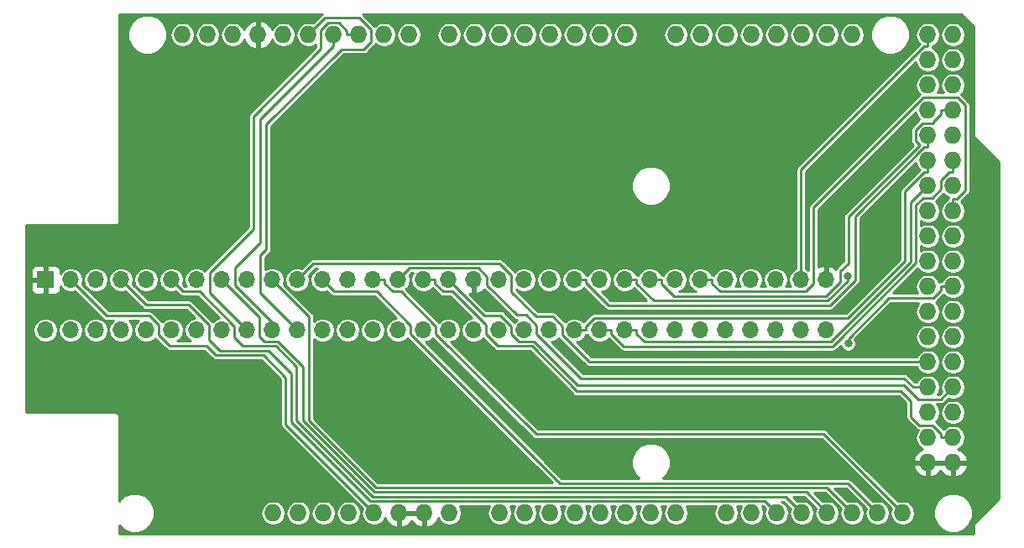
<source format=gbr>
G04 #@! TF.GenerationSoftware,KiCad,Pcbnew,(5.0.0)*
G04 #@! TF.CreationDate,2018-09-11T16:23:21+02:00*
G04 #@! TF.ProjectId,romprg_megadrive_cart,726F6D7072675F6D6567616472697665,1*
G04 #@! TF.SameCoordinates,Original*
G04 #@! TF.FileFunction,Copper,L2,Bot,Signal*
G04 #@! TF.FilePolarity,Positive*
%FSLAX46Y46*%
G04 Gerber Fmt 4.6, Leading zero omitted, Abs format (unit mm)*
G04 Created by KiCad (PCBNEW (5.0.0)) date 09/11/18 16:23:21*
%MOMM*%
%LPD*%
G01*
G04 APERTURE LIST*
G04 #@! TA.AperFunction,ComponentPad*
%ADD10O,1.727200X1.727200*%
G04 #@! TD*
G04 #@! TA.AperFunction,ComponentPad*
%ADD11O,1.700000X1.700000*%
G04 #@! TD*
G04 #@! TA.AperFunction,ComponentPad*
%ADD12R,1.700000X1.700000*%
G04 #@! TD*
G04 #@! TA.AperFunction,ViaPad*
%ADD13C,0.800000*%
G04 #@! TD*
G04 #@! TA.AperFunction,Conductor*
%ADD14C,0.250000*%
G04 #@! TD*
G04 #@! TA.AperFunction,Conductor*
%ADD15C,0.254000*%
G04 #@! TD*
G04 APERTURE END LIST*
D10*
G04 #@! TO.P,XA1,A0*
G04 #@! TO.N,Net-(XA1-PadA0)*
X98530000Y-153000000D03*
G04 #@! TO.P,XA1,VIN*
G04 #@! TO.N,Net-(XA1-PadVIN)*
X93450000Y-153000000D03*
G04 #@! TO.P,XA1,GND3*
G04 #@! TO.N,GND*
X90910000Y-153000000D03*
G04 #@! TO.P,XA1,GND2*
X88370000Y-153000000D03*
G04 #@! TO.P,XA1,5V1*
G04 #@! TO.N,+5V*
X85830000Y-153000000D03*
G04 #@! TO.P,XA1,3V3*
G04 #@! TO.N,Net-(XA1-Pad3V3)*
X83290000Y-153000000D03*
G04 #@! TO.P,XA1,RST1*
G04 #@! TO.N,Net-(XA1-PadRST1)*
X80750000Y-153000000D03*
G04 #@! TO.P,XA1,IORF*
G04 #@! TO.N,Net-(XA1-PadIORF)*
X78210000Y-153000000D03*
G04 #@! TO.P,XA1,D21*
G04 #@! TO.N,Net-(XA1-PadD21)*
X134090000Y-104740000D03*
G04 #@! TO.P,XA1,D20*
G04 #@! TO.N,Net-(XA1-PadD20)*
X131550000Y-104740000D03*
G04 #@! TO.P,XA1,D19*
G04 #@! TO.N,Net-(XA1-PadD19)*
X129010000Y-104740000D03*
G04 #@! TO.P,XA1,D18*
G04 #@! TO.N,Net-(XA1-PadD18)*
X126470000Y-104740000D03*
G04 #@! TO.P,XA1,D17*
G04 #@! TO.N,Net-(XA1-PadD17)*
X123930000Y-104740000D03*
G04 #@! TO.P,XA1,D16*
G04 #@! TO.N,Net-(XA1-PadD16)*
X121390000Y-104740000D03*
G04 #@! TO.P,XA1,D15*
G04 #@! TO.N,Net-(XA1-PadD15)*
X118850000Y-104740000D03*
G04 #@! TO.P,XA1,D14*
G04 #@! TO.N,Net-(XA1-PadD14)*
X116310000Y-104740000D03*
G04 #@! TO.P,XA1,D0*
G04 #@! TO.N,Net-(XA1-PadD0)*
X111230000Y-104740000D03*
G04 #@! TO.P,XA1,D1*
G04 #@! TO.N,Net-(XA1-PadD1)*
X108690000Y-104740000D03*
G04 #@! TO.P,XA1,D2*
G04 #@! TO.N,Net-(XA1-PadD2)*
X106150000Y-104740000D03*
G04 #@! TO.P,XA1,D3*
G04 #@! TO.N,Net-(XA1-PadD3)*
X103610000Y-104740000D03*
G04 #@! TO.P,XA1,D4*
G04 #@! TO.N,Net-(XA1-PadD4)*
X101070000Y-104740000D03*
G04 #@! TO.P,XA1,D5*
G04 #@! TO.N,Net-(XA1-PadD5)*
X98530000Y-104740000D03*
G04 #@! TO.P,XA1,D6*
G04 #@! TO.N,Net-(XA1-PadD6)*
X95990000Y-104740000D03*
G04 #@! TO.P,XA1,D7*
G04 #@! TO.N,Net-(XA1-PadD7)*
X93450000Y-104740000D03*
G04 #@! TO.P,XA1,GND1*
G04 #@! TO.N,GND*
X74146000Y-104740000D03*
G04 #@! TO.P,XA1,D8*
G04 #@! TO.N,Net-(XA1-PadD8)*
X89386000Y-104740000D03*
G04 #@! TO.P,XA1,D9*
G04 #@! TO.N,Net-(XA1-PadD9)*
X86846000Y-104740000D03*
G04 #@! TO.P,XA1,D10*
G04 #@! TO.N,PB4*
X84306000Y-104740000D03*
G04 #@! TO.P,XA1,SCL*
G04 #@! TO.N,Net-(XA1-PadSCL)*
X66526000Y-104740000D03*
G04 #@! TO.P,XA1,SDA*
G04 #@! TO.N,Net-(XA1-PadSDA)*
X69066000Y-104740000D03*
G04 #@! TO.P,XA1,AREF*
G04 #@! TO.N,Net-(XA1-PadAREF)*
X71606000Y-104740000D03*
G04 #@! TO.P,XA1,D13*
G04 #@! TO.N,Net-(XA1-PadD13)*
X76686000Y-104740000D03*
G04 #@! TO.P,XA1,D12*
G04 #@! TO.N,PB6*
X79226000Y-104740000D03*
G04 #@! TO.P,XA1,D11*
G04 #@! TO.N,PB5*
X81766000Y-104740000D03*
G04 #@! TO.P,XA1,*
G04 #@! TO.N,*
X75670000Y-153000000D03*
G04 #@! TO.P,XA1,A1*
G04 #@! TO.N,Net-(XA1-PadA1)*
X101070000Y-153000000D03*
G04 #@! TO.P,XA1,A2*
G04 #@! TO.N,Net-(XA1-PadA2)*
X103610000Y-153000000D03*
G04 #@! TO.P,XA1,A3*
G04 #@! TO.N,Net-(XA1-PadA3)*
X106150000Y-153000000D03*
G04 #@! TO.P,XA1,A4*
G04 #@! TO.N,Net-(XA1-PadA4)*
X108690000Y-153000000D03*
G04 #@! TO.P,XA1,A5*
G04 #@! TO.N,Net-(XA1-PadA5)*
X111230000Y-153000000D03*
G04 #@! TO.P,XA1,A6*
G04 #@! TO.N,Net-(XA1-PadA6)*
X113770000Y-153000000D03*
G04 #@! TO.P,XA1,A7*
G04 #@! TO.N,Net-(XA1-PadA7)*
X116310000Y-153000000D03*
G04 #@! TO.P,XA1,A8*
G04 #@! TO.N,PK0*
X121390000Y-153000000D03*
G04 #@! TO.P,XA1,A9*
G04 #@! TO.N,PK1*
X123930000Y-153000000D03*
G04 #@! TO.P,XA1,A10*
G04 #@! TO.N,PK2*
X126470000Y-153000000D03*
G04 #@! TO.P,XA1,A11*
G04 #@! TO.N,PK3*
X129010000Y-153000000D03*
G04 #@! TO.P,XA1,A12*
G04 #@! TO.N,PK4*
X131550000Y-153000000D03*
G04 #@! TO.P,XA1,A13*
G04 #@! TO.N,PK5*
X134090000Y-153000000D03*
G04 #@! TO.P,XA1,A14*
G04 #@! TO.N,PK6*
X136630000Y-153000000D03*
G04 #@! TO.P,XA1,A15*
G04 #@! TO.N,PK7*
X139170000Y-153000000D03*
G04 #@! TO.P,XA1,5V3*
G04 #@! TO.N,+5V*
X141710000Y-104740000D03*
G04 #@! TO.P,XA1,5V4*
X144250000Y-104740000D03*
G04 #@! TO.P,XA1,D22*
G04 #@! TO.N,PA0*
X141710000Y-107280000D03*
G04 #@! TO.P,XA1,D23*
G04 #@! TO.N,PA1*
X144250000Y-107280000D03*
G04 #@! TO.P,XA1,D24*
G04 #@! TO.N,PA2*
X141710000Y-109820000D03*
G04 #@! TO.P,XA1,D25*
G04 #@! TO.N,PA3*
X144250000Y-109820000D03*
G04 #@! TO.P,XA1,D26*
G04 #@! TO.N,PA4*
X141710000Y-112360000D03*
G04 #@! TO.P,XA1,D27*
G04 #@! TO.N,PA5*
X144250000Y-112360000D03*
G04 #@! TO.P,XA1,D28*
G04 #@! TO.N,PA6*
X141710000Y-114900000D03*
G04 #@! TO.P,XA1,D29*
G04 #@! TO.N,PA7*
X144250000Y-114900000D03*
G04 #@! TO.P,XA1,D30*
G04 #@! TO.N,PC7*
X141710000Y-117440000D03*
G04 #@! TO.P,XA1,D31*
G04 #@! TO.N,PC6*
X144250000Y-117440000D03*
G04 #@! TO.P,XA1,D32*
G04 #@! TO.N,PC5*
X141710000Y-119980000D03*
G04 #@! TO.P,XA1,D33*
G04 #@! TO.N,PC4*
X144250000Y-119980000D03*
G04 #@! TO.P,XA1,D34*
G04 #@! TO.N,PC3*
X141710000Y-122520000D03*
G04 #@! TO.P,XA1,D35*
G04 #@! TO.N,PC2*
X144250000Y-122520000D03*
G04 #@! TO.P,XA1,D36*
G04 #@! TO.N,PC1*
X141710000Y-125060000D03*
G04 #@! TO.P,XA1,D37*
G04 #@! TO.N,PC0*
X144250000Y-125060000D03*
G04 #@! TO.P,XA1,D38*
G04 #@! TO.N,Net-(XA1-PadD38)*
X141710000Y-127600000D03*
G04 #@! TO.P,XA1,D39*
G04 #@! TO.N,PG2*
X144250000Y-127600000D03*
G04 #@! TO.P,XA1,D40*
G04 #@! TO.N,PG1*
X141710000Y-130140000D03*
G04 #@! TO.P,XA1,D41*
G04 #@! TO.N,PG0*
X144250000Y-130140000D03*
G04 #@! TO.P,XA1,D42*
G04 #@! TO.N,PL7*
X141710000Y-132680000D03*
G04 #@! TO.P,XA1,D43*
G04 #@! TO.N,PL6*
X144250000Y-132680000D03*
G04 #@! TO.P,XA1,D44*
G04 #@! TO.N,PL5*
X141710000Y-135220000D03*
G04 #@! TO.P,XA1,D45*
G04 #@! TO.N,PL4*
X144250000Y-135220000D03*
G04 #@! TO.P,XA1,D46*
G04 #@! TO.N,PL3*
X141710000Y-137760000D03*
G04 #@! TO.P,XA1,D47*
G04 #@! TO.N,PL2*
X144250000Y-137760000D03*
G04 #@! TO.P,XA1,D48*
G04 #@! TO.N,PL1*
X141710000Y-140300000D03*
G04 #@! TO.P,XA1,D49*
G04 #@! TO.N,PL0*
X144250000Y-140300000D03*
G04 #@! TO.P,XA1,D50*
G04 #@! TO.N,PB3*
X141710000Y-142840000D03*
G04 #@! TO.P,XA1,D51*
G04 #@! TO.N,PB2*
X144250000Y-142840000D03*
G04 #@! TO.P,XA1,D52*
G04 #@! TO.N,PB1*
X141710000Y-145380000D03*
G04 #@! TO.P,XA1,D53*
G04 #@! TO.N,PB0*
X144250000Y-145380000D03*
G04 #@! TO.P,XA1,GND5*
G04 #@! TO.N,GND*
X141710000Y-147920000D03*
G04 #@! TO.P,XA1,GND6*
X144250000Y-147920000D03*
G04 #@! TD*
D11*
G04 #@! TO.P,CON1,B32*
G04 #@! TO.N,Net-(CON1-PadB32)*
X131440000Y-134540000D03*
G04 #@! TO.P,CON1,A32*
G04 #@! TO.N,GND*
X131440000Y-129460000D03*
G04 #@! TO.P,CON1,B31*
G04 #@! TO.N,Net-(CON1-PadB31)*
X128900000Y-134540000D03*
G04 #@! TO.P,CON1,A31*
G04 #@! TO.N,+5V*
X128900000Y-129460000D03*
G04 #@! TO.P,CON1,B30*
G04 #@! TO.N,Net-(CON1-PadB30)*
X126360000Y-134540000D03*
G04 #@! TO.P,CON1,A30*
G04 #@! TO.N,PC3*
X126360000Y-129460000D03*
G04 #@! TO.P,CON1,B29*
G04 #@! TO.N,Net-(CON1-PadB29)*
X123820000Y-134540000D03*
G04 #@! TO.P,CON1,A29*
G04 #@! TO.N,PA3*
X123820000Y-129460000D03*
G04 #@! TO.P,CON1,B28*
G04 #@! TO.N,Net-(CON1-PadB28)*
X121280000Y-134540000D03*
G04 #@! TO.P,CON1,A28*
G04 #@! TO.N,PA4*
X121280000Y-129460000D03*
G04 #@! TO.P,CON1,B27*
G04 #@! TO.N,Net-(CON1-PadB27)*
X118740000Y-134540000D03*
G04 #@! TO.P,CON1,A27*
G04 #@! TO.N,PC2*
X118740000Y-129460000D03*
G04 #@! TO.P,CON1,B26*
G04 #@! TO.N,Net-(CON1-PadB26)*
X116200000Y-134540000D03*
G04 #@! TO.P,CON1,A26*
G04 #@! TO.N,PA2*
X116200000Y-129460000D03*
G04 #@! TO.P,CON1,B25*
G04 #@! TO.N,PC4*
X113660000Y-134540000D03*
G04 #@! TO.P,CON1,A25*
G04 #@! TO.N,PA5*
X113660000Y-129460000D03*
G04 #@! TO.P,CON1,B24*
G04 #@! TO.N,PC5*
X111120000Y-134540000D03*
G04 #@! TO.P,CON1,A24*
G04 #@! TO.N,PC1*
X111120000Y-129460000D03*
G04 #@! TO.P,CON1,B23*
G04 #@! TO.N,PC6*
X108580000Y-134540000D03*
G04 #@! TO.P,CON1,A23*
G04 #@! TO.N,PA1*
X108580000Y-129460000D03*
G04 #@! TO.P,CON1,B22*
G04 #@! TO.N,PC7*
X106040000Y-134540000D03*
G04 #@! TO.P,CON1,A22*
G04 #@! TO.N,PA6*
X106040000Y-129460000D03*
G04 #@! TO.P,CON1,B21*
G04 #@! TO.N,Net-(CON1-PadB21)*
X103500000Y-134540000D03*
G04 #@! TO.P,CON1,A21*
G04 #@! TO.N,PC0*
X103500000Y-129460000D03*
G04 #@! TO.P,CON1,B20*
G04 #@! TO.N,Net-(CON1-PadB20)*
X100960000Y-134540000D03*
G04 #@! TO.P,CON1,A20*
G04 #@! TO.N,PA0*
X100960000Y-129460000D03*
G04 #@! TO.P,CON1,B19*
G04 #@! TO.N,Net-(CON1-PadB19)*
X98420000Y-134540000D03*
G04 #@! TO.P,CON1,A19*
G04 #@! TO.N,PA7*
X98420000Y-129460000D03*
G04 #@! TO.P,CON1,B18*
G04 #@! TO.N,PG2*
X95880000Y-134540000D03*
G04 #@! TO.P,CON1,A18*
G04 #@! TO.N,GND*
X95880000Y-129460000D03*
G04 #@! TO.P,CON1,B17*
G04 #@! TO.N,PG0*
X93340000Y-134540000D03*
G04 #@! TO.P,CON1,A17*
G04 #@! TO.N,PL0*
X93340000Y-129460000D03*
G04 #@! TO.P,CON1,B16*
G04 #@! TO.N,PG1*
X90800000Y-134540000D03*
G04 #@! TO.P,CON1,A16*
G04 #@! TO.N,PB0*
X90800000Y-129460000D03*
G04 #@! TO.P,CON1,B15*
G04 #@! TO.N,Net-(CON1-PadB15)*
X88260000Y-134540000D03*
G04 #@! TO.P,CON1,A15*
G04 #@! TO.N,PL1*
X88260000Y-129460000D03*
G04 #@! TO.P,CON1,B14*
G04 #@! TO.N,Net-(CON1-PadB14)*
X85720000Y-134540000D03*
G04 #@! TO.P,CON1,A14*
G04 #@! TO.N,PK7*
X85720000Y-129460000D03*
G04 #@! TO.P,CON1,B13*
G04 #@! TO.N,Net-(CON1-PadB13)*
X83180000Y-134540000D03*
G04 #@! TO.P,CON1,A13*
G04 #@! TO.N,PL2*
X83180000Y-129460000D03*
G04 #@! TO.P,CON1,B12*
G04 #@! TO.N,Net-(CON1-PadB12)*
X80640000Y-134540000D03*
G04 #@! TO.P,CON1,A12*
G04 #@! TO.N,PK6*
X80640000Y-129460000D03*
G04 #@! TO.P,CON1,B11*
G04 #@! TO.N,PB6*
X78100000Y-134540000D03*
G04 #@! TO.P,CON1,A11*
G04 #@! TO.N,PL3*
X78100000Y-129460000D03*
G04 #@! TO.P,CON1,B10*
G04 #@! TO.N,PB5*
X75560000Y-134540000D03*
G04 #@! TO.P,CON1,A10*
G04 #@! TO.N,PK5*
X75560000Y-129460000D03*
G04 #@! TO.P,CON1,B09*
G04 #@! TO.N,PB4*
X73020000Y-134540000D03*
G04 #@! TO.P,CON1,A09*
G04 #@! TO.N,PL4*
X73020000Y-129460000D03*
G04 #@! TO.P,CON1,B08*
G04 #@! TO.N,PB3*
X70480000Y-134540000D03*
G04 #@! TO.P,CON1,A08*
G04 #@! TO.N,PK4*
X70480000Y-129460000D03*
G04 #@! TO.P,CON1,B07*
G04 #@! TO.N,PB2*
X67940000Y-134540000D03*
G04 #@! TO.P,CON1,A07*
G04 #@! TO.N,PL5*
X67940000Y-129460000D03*
G04 #@! TO.P,CON1,B06*
G04 #@! TO.N,PB1*
X65400000Y-134540000D03*
G04 #@! TO.P,CON1,A06*
G04 #@! TO.N,PK3*
X65400000Y-129460000D03*
G04 #@! TO.P,CON1,B05*
G04 #@! TO.N,PK1*
X62860000Y-134540000D03*
G04 #@! TO.P,CON1,A05*
G04 #@! TO.N,PL6*
X62860000Y-129460000D03*
G04 #@! TO.P,CON1,B04*
G04 #@! TO.N,PK0*
X60320000Y-134540000D03*
G04 #@! TO.P,CON1,A04*
G04 #@! TO.N,PK2*
X60320000Y-129460000D03*
G04 #@! TO.P,CON1,B03*
G04 #@! TO.N,Net-(CON1-PadB03)*
X57780000Y-134540000D03*
G04 #@! TO.P,CON1,A03*
G04 #@! TO.N,PL7*
X57780000Y-129460000D03*
G04 #@! TO.P,CON1,B02*
G04 #@! TO.N,Net-(CON1-PadB02)*
X55240000Y-134540000D03*
G04 #@! TO.P,CON1,A02*
G04 #@! TO.N,+5V*
X55240000Y-129460000D03*
G04 #@! TO.P,CON1,B01*
G04 #@! TO.N,Net-(CON1-PadB01)*
X52700000Y-134540000D03*
D12*
G04 #@! TO.P,CON1,A01*
G04 #@! TO.N,GND*
X52700000Y-129460000D03*
G04 #@! TD*
D13*
G04 #@! TO.N,PG0*
X133686000Y-135911700D03*
G04 #@! TO.N,PC1*
X133633700Y-129079000D03*
G04 #@! TD*
D14*
G04 #@! TO.N,+5V*
X141710000Y-105928900D02*
X141338500Y-105928900D01*
X141338500Y-105928900D02*
X128900000Y-118367400D01*
X128900000Y-118367400D02*
X128900000Y-128284700D01*
X128900000Y-129460000D02*
X128900000Y-128284700D01*
X141710000Y-104740000D02*
X141710000Y-105928900D01*
X76930000Y-144100000D02*
X85830000Y-153000000D01*
X76930000Y-139330000D02*
X76930000Y-144100000D01*
X58880000Y-133100000D02*
X63179400Y-133100000D01*
X55240000Y-129460000D02*
X58880000Y-133100000D01*
X69895034Y-137065034D02*
X74665034Y-137065034D01*
X63179400Y-133100000D02*
X64130000Y-134050600D01*
X74665034Y-137065034D02*
X76930000Y-139330000D01*
X68932500Y-136102500D02*
X69895034Y-137065034D01*
X64130000Y-134050600D02*
X64130000Y-135030000D01*
X64130000Y-135030000D02*
X65202500Y-136102500D01*
X65202500Y-136102500D02*
X68932500Y-136102500D01*
G04 #@! TO.N,PK2*
X62860000Y-132000000D02*
X60320000Y-129460000D01*
X67158900Y-132000000D02*
X62860000Y-132000000D01*
X69210000Y-134051100D02*
X67158900Y-132000000D01*
X69210000Y-135519233D02*
X69210000Y-134051100D01*
X70305790Y-136615023D02*
X69210000Y-135519233D01*
X126470000Y-153000000D02*
X125270044Y-151800044D01*
X85490811Y-151800044D02*
X77490767Y-143800000D01*
X77490767Y-143800000D02*
X77490767Y-138890767D01*
X77490767Y-138890767D02*
X75215023Y-136615023D01*
X125270044Y-151800044D02*
X85490811Y-151800044D01*
X75215023Y-136615023D02*
X70305790Y-136615023D01*
G04 #@! TO.N,PK3*
X71750000Y-134147300D02*
X68238000Y-130635300D01*
X68238000Y-130635300D02*
X66575300Y-130635300D01*
X66575300Y-130635300D02*
X66249999Y-130309999D01*
X129010000Y-153000000D02*
X127360033Y-151350033D01*
X66249999Y-130309999D02*
X65400000Y-129460000D01*
X127360033Y-151350033D02*
X85677211Y-151350033D01*
X78027178Y-143700000D02*
X78027178Y-138227178D01*
X85677211Y-151350033D02*
X78027178Y-143700000D01*
X72615012Y-136165012D02*
X71750000Y-135300000D01*
X75965012Y-136165012D02*
X72615012Y-136165012D01*
X78027178Y-138227178D02*
X75965012Y-136165012D01*
X71750000Y-135300000D02*
X71750000Y-134147300D01*
G04 #@! TO.N,PK4*
X78663589Y-143700000D02*
X78663589Y-138227178D01*
X71329999Y-130309999D02*
X70480000Y-129460000D01*
X131550000Y-153000000D02*
X129450022Y-150900022D01*
X129450022Y-150900022D02*
X85863611Y-150900022D01*
X74290000Y-135200000D02*
X74290000Y-133270000D01*
X74290000Y-133270000D02*
X71329999Y-130309999D01*
X74805001Y-135715001D02*
X74290000Y-135200000D01*
X76151412Y-135715001D02*
X74805001Y-135715001D01*
X78663589Y-138227178D02*
X76151412Y-135715001D01*
X85863611Y-150900022D02*
X78663589Y-143700000D01*
G04 #@! TO.N,PB4*
X69267600Y-130787600D02*
X73020000Y-134540000D01*
X69267600Y-128732400D02*
X69267600Y-130787600D01*
X73681500Y-124318500D02*
X69267600Y-128732400D01*
X80496000Y-106185500D02*
X73681500Y-113000000D01*
X83117100Y-104740000D02*
X83117100Y-104368500D01*
X84306000Y-104740000D02*
X83117100Y-104740000D01*
X73681500Y-113000000D02*
X73681500Y-124318500D01*
X83117100Y-104368500D02*
X82297600Y-103549000D01*
X82297600Y-103549000D02*
X81265700Y-103549000D01*
X81265700Y-103549000D02*
X80496000Y-104318700D01*
X80496000Y-104318700D02*
X80496000Y-106185500D01*
G04 #@! TO.N,PK5*
X79275001Y-133175001D02*
X75560000Y-129460000D01*
X79275001Y-143675001D02*
X79275001Y-133175001D01*
X86050011Y-150450011D02*
X79275001Y-143675001D01*
X134090000Y-153000000D02*
X131540011Y-150450011D01*
X131540011Y-150450011D02*
X86050011Y-150450011D01*
G04 #@! TO.N,PB5*
X81766000Y-105928900D02*
X81766000Y-104740000D01*
X75560000Y-134540000D02*
X75560000Y-133739002D01*
X75560000Y-133739002D02*
X71844999Y-130024001D01*
X71844999Y-130024001D02*
X71844999Y-128255001D01*
X71844999Y-128255001D02*
X74384700Y-125715300D01*
X74384700Y-125715300D02*
X74384700Y-113310200D01*
X74384700Y-113310200D02*
X81766000Y-105928900D01*
G04 #@! TO.N,PL3*
X104864600Y-135057000D02*
X107567600Y-137760000D01*
X104864600Y-134149100D02*
X104864600Y-135057000D01*
X79740000Y-127820000D02*
X98485100Y-127820000D01*
X103900000Y-133184500D02*
X104864600Y-134149100D01*
X78100000Y-129460000D02*
X79740000Y-127820000D01*
X107567600Y-137760000D02*
X141710000Y-137760000D01*
X98485100Y-127820000D02*
X99690000Y-129024900D01*
X99690000Y-129024900D02*
X99690000Y-130690000D01*
X99690000Y-130690000D02*
X102184500Y-133184500D01*
X102184500Y-133184500D02*
X103900000Y-133184500D01*
G04 #@! TO.N,PB6*
X74384999Y-130824999D02*
X78100000Y-134540000D01*
X74384999Y-127015001D02*
X74384999Y-130824999D01*
X75000000Y-126400000D02*
X74384999Y-127015001D01*
X75000000Y-113800000D02*
X75000000Y-126400000D01*
X82600000Y-106200000D02*
X75000000Y-113800000D01*
X79226000Y-104740000D02*
X80919200Y-103046800D01*
X80919200Y-103046800D02*
X84346900Y-103046800D01*
X84346900Y-103046800D02*
X85499200Y-104199100D01*
X85499200Y-104199100D02*
X85499200Y-105500800D01*
X85499200Y-105500800D02*
X84800000Y-106200000D01*
X84800000Y-106200000D02*
X82600000Y-106200000D01*
G04 #@! TO.N,PK6*
X133630000Y-150000000D02*
X136630000Y-153000000D01*
X80640000Y-129460000D02*
X81815300Y-130635300D01*
X81815300Y-130635300D02*
X86107800Y-130635300D01*
X86107800Y-130635300D02*
X89530000Y-134057500D01*
X89530000Y-134057500D02*
X89530000Y-134948300D01*
X89530000Y-134948300D02*
X104581700Y-150000000D01*
X104581700Y-150000000D02*
X133630000Y-150000000D01*
G04 #@! TO.N,PK7*
X86895300Y-129460000D02*
X85720000Y-129460000D01*
X86895300Y-129827400D02*
X86895300Y-129460000D01*
X87703200Y-130635300D02*
X86895300Y-129827400D01*
X139170000Y-153000000D02*
X131215500Y-145045500D01*
X131215500Y-145045500D02*
X102180100Y-145045500D01*
X102180100Y-145045500D02*
X92070000Y-134935400D01*
X92070000Y-134145300D02*
X88560000Y-130635300D01*
X92070000Y-134935400D02*
X92070000Y-134145300D01*
X88560000Y-130635300D02*
X87703200Y-130635300D01*
G04 #@! TO.N,PL1*
X89435300Y-128284700D02*
X88260000Y-129460000D01*
X96374300Y-128284700D02*
X89435300Y-128284700D01*
X97244600Y-129155000D02*
X96374300Y-128284700D01*
X100254400Y-133035200D02*
X97244600Y-130025400D01*
X101200000Y-133035200D02*
X100254400Y-133035200D01*
X140200000Y-140300000D02*
X139336401Y-139436401D01*
X141710000Y-140300000D02*
X140200000Y-140300000D01*
X97244600Y-130025400D02*
X97244600Y-129155000D01*
X139336401Y-139436401D02*
X106725701Y-139436401D01*
X106725701Y-139436401D02*
X102230000Y-134940700D01*
X102230000Y-134940700D02*
X102230000Y-134065200D01*
X102230000Y-134065200D02*
X101200000Y-133035200D01*
G04 #@! TO.N,PB0*
X143061100Y-145380000D02*
X144250000Y-145380000D01*
X97150000Y-134050500D02*
X97150000Y-134970800D01*
X140000000Y-141700000D02*
X140000000Y-143300000D01*
X92783200Y-130635300D02*
X93734800Y-130635300D01*
X139000000Y-140700000D02*
X140000000Y-141700000D01*
X142197600Y-144144900D02*
X143061100Y-145008400D01*
X91975300Y-129827400D02*
X92783200Y-130635300D01*
X91975300Y-129460000D02*
X91975300Y-129827400D01*
X93734800Y-130635300D02*
X97150000Y-134050500D01*
X106300000Y-140700000D02*
X139000000Y-140700000D01*
X90800000Y-129460000D02*
X91975300Y-129460000D01*
X97150000Y-134970800D02*
X98344212Y-136165012D01*
X98344212Y-136165012D02*
X101765012Y-136165012D01*
X101765012Y-136165012D02*
X106300000Y-140700000D01*
X140000000Y-143300000D02*
X140844900Y-144144900D01*
X140844900Y-144144900D02*
X142197600Y-144144900D01*
X143061100Y-145008400D02*
X143061100Y-145380000D01*
G04 #@! TO.N,PL0*
X106336411Y-140100000D02*
X101951412Y-135715001D01*
X101951412Y-135715001D02*
X100465401Y-135715001D01*
X99690000Y-134939600D02*
X99690000Y-134145300D01*
X139300000Y-140100000D02*
X106336411Y-140100000D01*
X140704700Y-141504700D02*
X139300000Y-140100000D01*
X144250000Y-140300000D02*
X143045300Y-141504700D01*
X100465401Y-135715001D02*
X99690000Y-134939600D01*
X143045300Y-141504700D02*
X140704700Y-141504700D01*
X96935300Y-133055300D02*
X98600000Y-133055300D01*
X93340000Y-129460000D02*
X96935300Y-133055300D01*
X99690000Y-134145300D02*
X98600000Y-133055300D01*
G04 #@! TO.N,PG0*
X133686000Y-135414000D02*
X133686000Y-135911700D01*
X137771100Y-131328900D02*
X133686000Y-135414000D01*
X142243800Y-131328900D02*
X137771100Y-131328900D01*
X143061100Y-130511600D02*
X142243800Y-131328900D01*
X144250000Y-130140000D02*
X143061100Y-130140000D01*
X143061100Y-130140000D02*
X143061100Y-130511600D01*
G04 #@! TO.N,PA6*
X141710000Y-116088900D02*
X141338500Y-116088900D01*
X141338500Y-116088900D02*
X134359100Y-123068300D01*
X134359100Y-123068300D02*
X134359100Y-129518200D01*
X134359100Y-129518200D02*
X131846900Y-132030400D01*
X131846900Y-132030400D02*
X109478300Y-132030400D01*
X109478300Y-132030400D02*
X107215300Y-129767400D01*
X107215300Y-129767400D02*
X107215300Y-129460000D01*
X141710000Y-114900000D02*
X141710000Y-116088900D01*
X106040000Y-129460000D02*
X107215300Y-129460000D01*
G04 #@! TO.N,PC7*
X107215300Y-134172600D02*
X107215300Y-134540000D01*
X108023200Y-133364700D02*
X107215300Y-134172600D01*
X141710000Y-118628900D02*
X141338500Y-118628900D01*
X141710000Y-117440000D02*
X141710000Y-118628900D01*
X141338500Y-118628900D02*
X139400000Y-120567400D01*
X107215300Y-134540000D02*
X106040000Y-134540000D01*
X139400000Y-120567400D02*
X139400000Y-127600000D01*
X139400000Y-127600000D02*
X133635300Y-133364700D01*
X133635300Y-133364700D02*
X108023200Y-133364700D01*
G04 #@! TO.N,PC6*
X108580000Y-134540000D02*
X109755300Y-134540000D01*
X144250000Y-117440000D02*
X144250000Y-118628900D01*
X144250000Y-118628900D02*
X143878400Y-118628900D01*
X143878400Y-118628900D02*
X143061100Y-119446200D01*
X143061100Y-119446200D02*
X143061100Y-120332200D01*
X143061100Y-120332200D02*
X142143300Y-121250000D01*
X142143300Y-121250000D02*
X141210200Y-121250000D01*
X141210200Y-121250000D02*
X140521000Y-121939200D01*
X140521000Y-121939200D02*
X140521000Y-127777800D01*
X140521000Y-127777800D02*
X132117500Y-136181300D01*
X132117500Y-136181300D02*
X111029300Y-136181300D01*
X111029300Y-136181300D02*
X109755300Y-134907300D01*
X109755300Y-134907300D02*
X109755300Y-134540000D01*
G04 #@! TO.N,PC1*
X133633700Y-129079000D02*
X133633700Y-129582600D01*
X133633700Y-129582600D02*
X131636200Y-131580100D01*
X131636200Y-131580100D02*
X114048000Y-131580100D01*
X114048000Y-131580100D02*
X112295300Y-129827400D01*
X112295300Y-129827400D02*
X112295300Y-129460000D01*
X111120000Y-129460000D02*
X112295300Y-129460000D01*
G04 #@! TO.N,PC5*
X140000000Y-121690000D02*
X140000000Y-127661900D01*
X141710000Y-119980000D02*
X140000000Y-121690000D01*
X140000000Y-127661900D02*
X131946600Y-135715300D01*
X131946600Y-135715300D02*
X113103200Y-135715300D01*
X113103200Y-135715300D02*
X112295300Y-134907400D01*
X112295300Y-134540000D02*
X111120000Y-134540000D01*
X112295300Y-134907400D02*
X112295300Y-134540000D01*
G04 #@! TO.N,PA5*
X143061100Y-112360000D02*
X144250000Y-112360000D01*
X143061100Y-112731600D02*
X143061100Y-112360000D01*
X142243800Y-113548900D02*
X143061100Y-112731600D01*
X140521399Y-114329471D02*
X141139471Y-113711399D01*
X140521399Y-115470529D02*
X140521399Y-114329471D01*
X140920930Y-115870060D02*
X140521399Y-115470529D01*
X113660000Y-129460000D02*
X114835300Y-129460000D01*
X114835300Y-129460000D02*
X114835300Y-129827300D01*
X114835300Y-129827300D02*
X116137700Y-131129700D01*
X142243800Y-113711399D02*
X142243800Y-113548900D01*
X116137700Y-131129700D02*
X131441200Y-131129700D01*
X131441200Y-131129700D02*
X132888200Y-129682700D01*
X141139471Y-113711399D02*
X142243800Y-113711399D01*
X133690990Y-127797210D02*
X132888200Y-128600000D01*
X133690990Y-123100000D02*
X133690990Y-127797210D01*
X132888200Y-129682700D02*
X132888200Y-128600000D01*
X133690990Y-123100000D02*
X140920930Y-115870060D01*
G04 #@! TO.N,PC2*
X118740000Y-129460000D02*
X119915300Y-129460000D01*
X144250000Y-122520000D02*
X144250000Y-121331100D01*
X144250000Y-121331100D02*
X144621500Y-121331100D01*
X144621500Y-121331100D02*
X145453100Y-120499500D01*
X145453100Y-120499500D02*
X145453100Y-111847300D01*
X145453100Y-111847300D02*
X144695800Y-111090000D01*
X144695800Y-111090000D02*
X141268500Y-111090000D01*
X141268500Y-111090000D02*
X130170000Y-122188500D01*
X130170000Y-122188500D02*
X130170000Y-129853800D01*
X130170000Y-129853800D02*
X129388500Y-130635300D01*
X129388500Y-130635300D02*
X120723200Y-130635300D01*
X120723200Y-130635300D02*
X119915300Y-129827400D01*
X119915300Y-129827400D02*
X119915300Y-129460000D01*
G04 #@! TD*
D15*
G04 #@! TO.N,GND*
G36*
X80557279Y-102684879D02*
X80529275Y-102726790D01*
X79688894Y-103567171D01*
X79348185Y-103499400D01*
X79103815Y-103499400D01*
X78741942Y-103571381D01*
X78331578Y-103845578D01*
X78057381Y-104255942D01*
X77961096Y-104740000D01*
X78057381Y-105224058D01*
X78331578Y-105634422D01*
X78741942Y-105908619D01*
X79103815Y-105980600D01*
X79348185Y-105980600D01*
X79710058Y-105908619D01*
X79994001Y-105718894D01*
X79994001Y-105977563D01*
X73361493Y-112610073D01*
X73319579Y-112638079D01*
X73208627Y-112804131D01*
X73179500Y-112950562D01*
X73179500Y-112950566D01*
X73169667Y-113000000D01*
X73179500Y-113049434D01*
X73179501Y-124110563D01*
X68947593Y-128342473D01*
X68905679Y-128370479D01*
X68794727Y-128536531D01*
X68791412Y-128553196D01*
X68418752Y-128304192D01*
X68060847Y-128233000D01*
X67819153Y-128233000D01*
X67461248Y-128304192D01*
X67055383Y-128575383D01*
X66784192Y-128981248D01*
X66688962Y-129460000D01*
X66784192Y-129938752D01*
X66914185Y-130133300D01*
X66783235Y-130133300D01*
X66639928Y-129989994D01*
X66639925Y-129989989D01*
X66561263Y-129911327D01*
X66651038Y-129460000D01*
X66555808Y-128981248D01*
X66284617Y-128575383D01*
X65878752Y-128304192D01*
X65520847Y-128233000D01*
X65279153Y-128233000D01*
X64921248Y-128304192D01*
X64515383Y-128575383D01*
X64244192Y-128981248D01*
X64148962Y-129460000D01*
X64244192Y-129938752D01*
X64515383Y-130344617D01*
X64921248Y-130615808D01*
X65279153Y-130687000D01*
X65520847Y-130687000D01*
X65851327Y-130621263D01*
X65929989Y-130699925D01*
X65929994Y-130699928D01*
X66185376Y-130955312D01*
X66213379Y-130997221D01*
X66255287Y-131025223D01*
X66255290Y-131025226D01*
X66334423Y-131078100D01*
X66379430Y-131108173D01*
X66525861Y-131137300D01*
X66525865Y-131137300D01*
X66575299Y-131147133D01*
X66624733Y-131137300D01*
X68030066Y-131137300D01*
X70231214Y-133338449D01*
X70001248Y-133384192D01*
X69595383Y-133655383D01*
X69572361Y-133689838D01*
X69571921Y-133689179D01*
X69530010Y-133661175D01*
X67548827Y-131679993D01*
X67520821Y-131638079D01*
X67354770Y-131527127D01*
X67208339Y-131498000D01*
X67208334Y-131498000D01*
X67158900Y-131488167D01*
X67109466Y-131498000D01*
X63067935Y-131498000D01*
X61481263Y-129911329D01*
X61571038Y-129460000D01*
X61608962Y-129460000D01*
X61704192Y-129938752D01*
X61975383Y-130344617D01*
X62381248Y-130615808D01*
X62739153Y-130687000D01*
X62980847Y-130687000D01*
X63338752Y-130615808D01*
X63744617Y-130344617D01*
X64015808Y-129938752D01*
X64111038Y-129460000D01*
X64015808Y-128981248D01*
X63744617Y-128575383D01*
X63338752Y-128304192D01*
X62980847Y-128233000D01*
X62739153Y-128233000D01*
X62381248Y-128304192D01*
X61975383Y-128575383D01*
X61704192Y-128981248D01*
X61608962Y-129460000D01*
X61571038Y-129460000D01*
X61475808Y-128981248D01*
X61204617Y-128575383D01*
X60798752Y-128304192D01*
X60440847Y-128233000D01*
X60199153Y-128233000D01*
X59841248Y-128304192D01*
X59435383Y-128575383D01*
X59164192Y-128981248D01*
X59068962Y-129460000D01*
X59164192Y-129938752D01*
X59435383Y-130344617D01*
X59841248Y-130615808D01*
X60199153Y-130687000D01*
X60440847Y-130687000D01*
X60771329Y-130621263D01*
X62470075Y-132320010D01*
X62498079Y-132361921D01*
X62539990Y-132389925D01*
X62664128Y-132472872D01*
X62664129Y-132472872D01*
X62664130Y-132472873D01*
X62810561Y-132502000D01*
X62810565Y-132502000D01*
X62859999Y-132511833D01*
X62909433Y-132502000D01*
X66950966Y-132502000D01*
X67771454Y-133322488D01*
X67461248Y-133384192D01*
X67055383Y-133655383D01*
X66784192Y-134061248D01*
X66688962Y-134540000D01*
X66784192Y-135018752D01*
X67055383Y-135424617D01*
X67318610Y-135600500D01*
X66021390Y-135600500D01*
X66284617Y-135424617D01*
X66555808Y-135018752D01*
X66651038Y-134540000D01*
X66555808Y-134061248D01*
X66284617Y-133655383D01*
X65878752Y-133384192D01*
X65520847Y-133313000D01*
X65279153Y-133313000D01*
X64921248Y-133384192D01*
X64515383Y-133655383D01*
X64492528Y-133689588D01*
X64491921Y-133688679D01*
X64450010Y-133660675D01*
X63569327Y-132779993D01*
X63541321Y-132738079D01*
X63375270Y-132627127D01*
X63228839Y-132598000D01*
X63228834Y-132598000D01*
X63179400Y-132588167D01*
X63129966Y-132598000D01*
X59087935Y-132598000D01*
X56401263Y-129911329D01*
X56491038Y-129460000D01*
X56528962Y-129460000D01*
X56624192Y-129938752D01*
X56895383Y-130344617D01*
X57301248Y-130615808D01*
X57659153Y-130687000D01*
X57900847Y-130687000D01*
X58258752Y-130615808D01*
X58664617Y-130344617D01*
X58935808Y-129938752D01*
X59031038Y-129460000D01*
X58935808Y-128981248D01*
X58664617Y-128575383D01*
X58258752Y-128304192D01*
X57900847Y-128233000D01*
X57659153Y-128233000D01*
X57301248Y-128304192D01*
X56895383Y-128575383D01*
X56624192Y-128981248D01*
X56528962Y-129460000D01*
X56491038Y-129460000D01*
X56395808Y-128981248D01*
X56124617Y-128575383D01*
X55718752Y-128304192D01*
X55360847Y-128233000D01*
X55119153Y-128233000D01*
X54761248Y-128304192D01*
X54355383Y-128575383D01*
X54185000Y-128830379D01*
X54185000Y-128483691D01*
X54088327Y-128250302D01*
X53909699Y-128071673D01*
X53676310Y-127975000D01*
X52985750Y-127975000D01*
X52827000Y-128133750D01*
X52827000Y-129333000D01*
X52847000Y-129333000D01*
X52847000Y-129587000D01*
X52827000Y-129587000D01*
X52827000Y-130786250D01*
X52985750Y-130945000D01*
X53676310Y-130945000D01*
X53909699Y-130848327D01*
X54088327Y-130669698D01*
X54185000Y-130436309D01*
X54185000Y-130089621D01*
X54355383Y-130344617D01*
X54761248Y-130615808D01*
X55119153Y-130687000D01*
X55360847Y-130687000D01*
X55691329Y-130621263D01*
X58490075Y-133420010D01*
X58518079Y-133461921D01*
X58684130Y-133572873D01*
X58830561Y-133602000D01*
X58830565Y-133602000D01*
X58879999Y-133611833D01*
X58929433Y-133602000D01*
X59515276Y-133602000D01*
X59435383Y-133655383D01*
X59164192Y-134061248D01*
X59068962Y-134540000D01*
X59164192Y-135018752D01*
X59435383Y-135424617D01*
X59841248Y-135695808D01*
X60199153Y-135767000D01*
X60440847Y-135767000D01*
X60798752Y-135695808D01*
X61204617Y-135424617D01*
X61475808Y-135018752D01*
X61571038Y-134540000D01*
X61475808Y-134061248D01*
X61204617Y-133655383D01*
X61124724Y-133602000D01*
X62055276Y-133602000D01*
X61975383Y-133655383D01*
X61704192Y-134061248D01*
X61608962Y-134540000D01*
X61704192Y-135018752D01*
X61975383Y-135424617D01*
X62381248Y-135695808D01*
X62739153Y-135767000D01*
X62980847Y-135767000D01*
X63338752Y-135695808D01*
X63744617Y-135424617D01*
X63767272Y-135390712D01*
X63768080Y-135391921D01*
X63809991Y-135419925D01*
X64812575Y-136422510D01*
X64840579Y-136464421D01*
X65006630Y-136575373D01*
X65153061Y-136604500D01*
X65153065Y-136604500D01*
X65202499Y-136614333D01*
X65251933Y-136604500D01*
X68724566Y-136604500D01*
X69505109Y-137385043D01*
X69533113Y-137426955D01*
X69699164Y-137537907D01*
X69845595Y-137567034D01*
X69845600Y-137567034D01*
X69895034Y-137576867D01*
X69944468Y-137567034D01*
X74457100Y-137567034D01*
X76428000Y-139537935D01*
X76428001Y-144050561D01*
X76418167Y-144100000D01*
X76457128Y-144295870D01*
X76540074Y-144420008D01*
X76540076Y-144420010D01*
X76568080Y-144461921D01*
X76609991Y-144489925D01*
X84657171Y-152537106D01*
X84565096Y-153000000D01*
X84661381Y-153484058D01*
X84935578Y-153894422D01*
X85345942Y-154168619D01*
X85707815Y-154240600D01*
X85952185Y-154240600D01*
X86314058Y-154168619D01*
X86724422Y-153894422D01*
X86978994Y-153513429D01*
X87087312Y-153774947D01*
X87481510Y-154206821D01*
X88010973Y-154454968D01*
X88243000Y-154334469D01*
X88243000Y-153127000D01*
X88497000Y-153127000D01*
X88497000Y-154334469D01*
X88729027Y-154454968D01*
X89258490Y-154206821D01*
X89640000Y-153788848D01*
X90021510Y-154206821D01*
X90550973Y-154454968D01*
X90783000Y-154334469D01*
X90783000Y-153127000D01*
X88497000Y-153127000D01*
X88243000Y-153127000D01*
X88223000Y-153127000D01*
X88223000Y-152873000D01*
X88243000Y-152873000D01*
X88243000Y-152853000D01*
X88497000Y-152853000D01*
X88497000Y-152873000D01*
X90783000Y-152873000D01*
X90783000Y-152853000D01*
X91037000Y-152853000D01*
X91037000Y-152873000D01*
X91057000Y-152873000D01*
X91057000Y-153127000D01*
X91037000Y-153127000D01*
X91037000Y-154334469D01*
X91269027Y-154454968D01*
X91798490Y-154206821D01*
X92192688Y-153774947D01*
X92301006Y-153513429D01*
X92555578Y-153894422D01*
X92965942Y-154168619D01*
X93327815Y-154240600D01*
X93572185Y-154240600D01*
X93934058Y-154168619D01*
X94344422Y-153894422D01*
X94618619Y-153484058D01*
X94714904Y-153000000D01*
X94618619Y-152515942D01*
X94475697Y-152302044D01*
X97504303Y-152302044D01*
X97361381Y-152515942D01*
X97265096Y-153000000D01*
X97361381Y-153484058D01*
X97635578Y-153894422D01*
X98045942Y-154168619D01*
X98407815Y-154240600D01*
X98652185Y-154240600D01*
X99014058Y-154168619D01*
X99424422Y-153894422D01*
X99698619Y-153484058D01*
X99794904Y-153000000D01*
X99698619Y-152515942D01*
X99555697Y-152302044D01*
X100044303Y-152302044D01*
X99901381Y-152515942D01*
X99805096Y-153000000D01*
X99901381Y-153484058D01*
X100175578Y-153894422D01*
X100585942Y-154168619D01*
X100947815Y-154240600D01*
X101192185Y-154240600D01*
X101554058Y-154168619D01*
X101964422Y-153894422D01*
X102238619Y-153484058D01*
X102334904Y-153000000D01*
X102238619Y-152515942D01*
X102095697Y-152302044D01*
X102584303Y-152302044D01*
X102441381Y-152515942D01*
X102345096Y-153000000D01*
X102441381Y-153484058D01*
X102715578Y-153894422D01*
X103125942Y-154168619D01*
X103487815Y-154240600D01*
X103732185Y-154240600D01*
X104094058Y-154168619D01*
X104504422Y-153894422D01*
X104778619Y-153484058D01*
X104874904Y-153000000D01*
X104778619Y-152515942D01*
X104635697Y-152302044D01*
X105124303Y-152302044D01*
X104981381Y-152515942D01*
X104885096Y-153000000D01*
X104981381Y-153484058D01*
X105255578Y-153894422D01*
X105665942Y-154168619D01*
X106027815Y-154240600D01*
X106272185Y-154240600D01*
X106634058Y-154168619D01*
X107044422Y-153894422D01*
X107318619Y-153484058D01*
X107414904Y-153000000D01*
X107318619Y-152515942D01*
X107175697Y-152302044D01*
X107664303Y-152302044D01*
X107521381Y-152515942D01*
X107425096Y-153000000D01*
X107521381Y-153484058D01*
X107795578Y-153894422D01*
X108205942Y-154168619D01*
X108567815Y-154240600D01*
X108812185Y-154240600D01*
X109174058Y-154168619D01*
X109584422Y-153894422D01*
X109858619Y-153484058D01*
X109954904Y-153000000D01*
X109858619Y-152515942D01*
X109715697Y-152302044D01*
X110204303Y-152302044D01*
X110061381Y-152515942D01*
X109965096Y-153000000D01*
X110061381Y-153484058D01*
X110335578Y-153894422D01*
X110745942Y-154168619D01*
X111107815Y-154240600D01*
X111352185Y-154240600D01*
X111714058Y-154168619D01*
X112124422Y-153894422D01*
X112398619Y-153484058D01*
X112494904Y-153000000D01*
X112398619Y-152515942D01*
X112255697Y-152302044D01*
X112744303Y-152302044D01*
X112601381Y-152515942D01*
X112505096Y-153000000D01*
X112601381Y-153484058D01*
X112875578Y-153894422D01*
X113285942Y-154168619D01*
X113647815Y-154240600D01*
X113892185Y-154240600D01*
X114254058Y-154168619D01*
X114664422Y-153894422D01*
X114938619Y-153484058D01*
X115034904Y-153000000D01*
X114938619Y-152515942D01*
X114795697Y-152302044D01*
X115284303Y-152302044D01*
X115141381Y-152515942D01*
X115045096Y-153000000D01*
X115141381Y-153484058D01*
X115415578Y-153894422D01*
X115825942Y-154168619D01*
X116187815Y-154240600D01*
X116432185Y-154240600D01*
X116794058Y-154168619D01*
X117204422Y-153894422D01*
X117478619Y-153484058D01*
X117574904Y-153000000D01*
X117478619Y-152515942D01*
X117335697Y-152302044D01*
X120364303Y-152302044D01*
X120221381Y-152515942D01*
X120125096Y-153000000D01*
X120221381Y-153484058D01*
X120495578Y-153894422D01*
X120905942Y-154168619D01*
X121267815Y-154240600D01*
X121512185Y-154240600D01*
X121874058Y-154168619D01*
X122284422Y-153894422D01*
X122558619Y-153484058D01*
X122654904Y-153000000D01*
X122558619Y-152515942D01*
X122415697Y-152302044D01*
X122904303Y-152302044D01*
X122761381Y-152515942D01*
X122665096Y-153000000D01*
X122761381Y-153484058D01*
X123035578Y-153894422D01*
X123445942Y-154168619D01*
X123807815Y-154240600D01*
X124052185Y-154240600D01*
X124414058Y-154168619D01*
X124824422Y-153894422D01*
X125098619Y-153484058D01*
X125194904Y-153000000D01*
X125098619Y-152515942D01*
X124955697Y-152302044D01*
X125062110Y-152302044D01*
X125297171Y-152537106D01*
X125205096Y-153000000D01*
X125301381Y-153484058D01*
X125575578Y-153894422D01*
X125985942Y-154168619D01*
X126347815Y-154240600D01*
X126592185Y-154240600D01*
X126954058Y-154168619D01*
X127364422Y-153894422D01*
X127638619Y-153484058D01*
X127734904Y-153000000D01*
X127638619Y-152515942D01*
X127364422Y-152105578D01*
X126984966Y-151852033D01*
X127152099Y-151852033D01*
X127837171Y-152537106D01*
X127745096Y-153000000D01*
X127841381Y-153484058D01*
X128115578Y-153894422D01*
X128525942Y-154168619D01*
X128887815Y-154240600D01*
X129132185Y-154240600D01*
X129494058Y-154168619D01*
X129904422Y-153894422D01*
X130178619Y-153484058D01*
X130274904Y-153000000D01*
X130178619Y-152515942D01*
X129904422Y-152105578D01*
X129494058Y-151831381D01*
X129132185Y-151759400D01*
X128887815Y-151759400D01*
X128547106Y-151827171D01*
X128121956Y-151402022D01*
X129242088Y-151402022D01*
X130377171Y-152537106D01*
X130285096Y-153000000D01*
X130381381Y-153484058D01*
X130655578Y-153894422D01*
X131065942Y-154168619D01*
X131427815Y-154240600D01*
X131672185Y-154240600D01*
X132034058Y-154168619D01*
X132444422Y-153894422D01*
X132718619Y-153484058D01*
X132814904Y-153000000D01*
X132718619Y-152515942D01*
X132444422Y-152105578D01*
X132034058Y-151831381D01*
X131672185Y-151759400D01*
X131427815Y-151759400D01*
X131087106Y-151827171D01*
X130211945Y-150952011D01*
X131332077Y-150952011D01*
X132917171Y-152537106D01*
X132825096Y-153000000D01*
X132921381Y-153484058D01*
X133195578Y-153894422D01*
X133605942Y-154168619D01*
X133967815Y-154240600D01*
X134212185Y-154240600D01*
X134574058Y-154168619D01*
X134984422Y-153894422D01*
X135258619Y-153484058D01*
X135354904Y-153000000D01*
X135258619Y-152515942D01*
X134984422Y-152105578D01*
X134574058Y-151831381D01*
X134212185Y-151759400D01*
X133967815Y-151759400D01*
X133627106Y-151827171D01*
X132301934Y-150502000D01*
X133422066Y-150502000D01*
X135457171Y-152537106D01*
X135365096Y-153000000D01*
X135461381Y-153484058D01*
X135735578Y-153894422D01*
X136145942Y-154168619D01*
X136507815Y-154240600D01*
X136752185Y-154240600D01*
X137114058Y-154168619D01*
X137524422Y-153894422D01*
X137798619Y-153484058D01*
X137894904Y-153000000D01*
X137798619Y-152515942D01*
X137524422Y-152105578D01*
X137114058Y-151831381D01*
X136752185Y-151759400D01*
X136507815Y-151759400D01*
X136167106Y-151827171D01*
X134019927Y-149679993D01*
X133991921Y-149638079D01*
X133825870Y-149527127D01*
X133679439Y-149498000D01*
X133679434Y-149498000D01*
X133630000Y-149488167D01*
X133580566Y-149498000D01*
X114987901Y-149498000D01*
X115446020Y-149039881D01*
X115747000Y-148313250D01*
X115747000Y-147526750D01*
X115446020Y-146800119D01*
X114889881Y-146243980D01*
X114163250Y-145943000D01*
X113376750Y-145943000D01*
X112650119Y-146243980D01*
X112093980Y-146800119D01*
X111793000Y-147526750D01*
X111793000Y-148313250D01*
X112093980Y-149039881D01*
X112552099Y-149498000D01*
X104789636Y-149498000D01*
X91035774Y-135744140D01*
X91278752Y-135695808D01*
X91684617Y-135424617D01*
X91750573Y-135325907D01*
X101790175Y-145365510D01*
X101818179Y-145407421D01*
X101860090Y-145435425D01*
X101860091Y-145435426D01*
X101984229Y-145518373D01*
X102015429Y-145524579D01*
X102130661Y-145547500D01*
X102130665Y-145547500D01*
X102180100Y-145557333D01*
X102229535Y-145547500D01*
X131007566Y-145547500D01*
X137997171Y-152537106D01*
X137905096Y-153000000D01*
X138001381Y-153484058D01*
X138275578Y-153894422D01*
X138685942Y-154168619D01*
X139047815Y-154240600D01*
X139292185Y-154240600D01*
X139654058Y-154168619D01*
X140064422Y-153894422D01*
X140338619Y-153484058D01*
X140434904Y-153000000D01*
X140356682Y-152606750D01*
X142273000Y-152606750D01*
X142273000Y-153393250D01*
X142573980Y-154119881D01*
X143130119Y-154676020D01*
X143856750Y-154977000D01*
X144643250Y-154977000D01*
X145369881Y-154676020D01*
X145926020Y-154119881D01*
X146227000Y-153393250D01*
X146227000Y-152606750D01*
X145926020Y-151880119D01*
X145369881Y-151323980D01*
X144643250Y-151023000D01*
X143856750Y-151023000D01*
X143130119Y-151323980D01*
X142573980Y-151880119D01*
X142273000Y-152606750D01*
X140356682Y-152606750D01*
X140338619Y-152515942D01*
X140064422Y-152105578D01*
X139654058Y-151831381D01*
X139292185Y-151759400D01*
X139047815Y-151759400D01*
X138707106Y-151827171D01*
X135158961Y-148279026D01*
X140255042Y-148279026D01*
X140427312Y-148694947D01*
X140821510Y-149126821D01*
X141350973Y-149374968D01*
X141583000Y-149254469D01*
X141583000Y-148047000D01*
X141837000Y-148047000D01*
X141837000Y-149254469D01*
X142069027Y-149374968D01*
X142598490Y-149126821D01*
X142980000Y-148708848D01*
X143361510Y-149126821D01*
X143890973Y-149374968D01*
X144123000Y-149254469D01*
X144123000Y-148047000D01*
X144377000Y-148047000D01*
X144377000Y-149254469D01*
X144609027Y-149374968D01*
X145138490Y-149126821D01*
X145532688Y-148694947D01*
X145704958Y-148279026D01*
X145583817Y-148047000D01*
X144377000Y-148047000D01*
X144123000Y-148047000D01*
X141837000Y-148047000D01*
X141583000Y-148047000D01*
X140376183Y-148047000D01*
X140255042Y-148279026D01*
X135158961Y-148279026D01*
X131605427Y-144725493D01*
X131577421Y-144683579D01*
X131411370Y-144572627D01*
X131264939Y-144543500D01*
X131264934Y-144543500D01*
X131215500Y-144533667D01*
X131166066Y-144543500D01*
X102388035Y-144543500D01*
X93586533Y-135741999D01*
X93818752Y-135695808D01*
X94224617Y-135424617D01*
X94495808Y-135018752D01*
X94591038Y-134540000D01*
X94495808Y-134061248D01*
X94224617Y-133655383D01*
X93818752Y-133384192D01*
X93460847Y-133313000D01*
X93219153Y-133313000D01*
X92861248Y-133384192D01*
X92455383Y-133655383D01*
X92389147Y-133754512D01*
X89045487Y-130410853D01*
X89144617Y-130344617D01*
X89415808Y-129938752D01*
X89511038Y-129460000D01*
X89421263Y-129008672D01*
X89643236Y-128786700D01*
X89774185Y-128786700D01*
X89644192Y-128981248D01*
X89548962Y-129460000D01*
X89644192Y-129938752D01*
X89915383Y-130344617D01*
X90321248Y-130615808D01*
X90679153Y-130687000D01*
X90920847Y-130687000D01*
X91278752Y-130615808D01*
X91684617Y-130344617D01*
X91723857Y-130285891D01*
X92393276Y-130955312D01*
X92421279Y-130997221D01*
X92463187Y-131025223D01*
X92463190Y-131025226D01*
X92542323Y-131078100D01*
X92587330Y-131108173D01*
X92733761Y-131137300D01*
X92733765Y-131137300D01*
X92783199Y-131147133D01*
X92832633Y-131137300D01*
X93526866Y-131137300D01*
X95711953Y-133322389D01*
X95401248Y-133384192D01*
X94995383Y-133655383D01*
X94724192Y-134061248D01*
X94628962Y-134540000D01*
X94724192Y-135018752D01*
X94995383Y-135424617D01*
X95401248Y-135695808D01*
X95759153Y-135767000D01*
X96000847Y-135767000D01*
X96358752Y-135695808D01*
X96764617Y-135424617D01*
X96814310Y-135350247D01*
X96829991Y-135360725D01*
X97954287Y-136485022D01*
X97982291Y-136526933D01*
X98148342Y-136637885D01*
X98294773Y-136667012D01*
X98294778Y-136667012D01*
X98344212Y-136676845D01*
X98393646Y-136667012D01*
X101557078Y-136667012D01*
X105910075Y-141020010D01*
X105938079Y-141061921D01*
X105979990Y-141089925D01*
X105979991Y-141089926D01*
X106104129Y-141172873D01*
X106135329Y-141179079D01*
X106250561Y-141202000D01*
X106250565Y-141202000D01*
X106300000Y-141211833D01*
X106349435Y-141202000D01*
X138792066Y-141202000D01*
X139498000Y-141907935D01*
X139498001Y-143250561D01*
X139488167Y-143300000D01*
X139527128Y-143495870D01*
X139610074Y-143620008D01*
X139610076Y-143620010D01*
X139638080Y-143661921D01*
X139679991Y-143689925D01*
X140454975Y-144464909D01*
X140482979Y-144506821D01*
X140649030Y-144617773D01*
X140718072Y-144631506D01*
X140541381Y-144895942D01*
X140445096Y-145380000D01*
X140541381Y-145864058D01*
X140815578Y-146274422D01*
X141203962Y-146533933D01*
X140821510Y-146713179D01*
X140427312Y-147145053D01*
X140255042Y-147560974D01*
X140376183Y-147793000D01*
X141583000Y-147793000D01*
X141583000Y-147773000D01*
X141837000Y-147773000D01*
X141837000Y-147793000D01*
X144123000Y-147793000D01*
X144123000Y-147773000D01*
X144377000Y-147773000D01*
X144377000Y-147793000D01*
X145583817Y-147793000D01*
X145704958Y-147560974D01*
X145532688Y-147145053D01*
X145138490Y-146713179D01*
X144756038Y-146533933D01*
X145144422Y-146274422D01*
X145418619Y-145864058D01*
X145514904Y-145380000D01*
X145418619Y-144895942D01*
X145144422Y-144485578D01*
X144734058Y-144211381D01*
X144372185Y-144139400D01*
X144127815Y-144139400D01*
X143765942Y-144211381D01*
X143355578Y-144485578D01*
X143312574Y-144549939D01*
X142587527Y-143824893D01*
X142559521Y-143782979D01*
X142545636Y-143773701D01*
X142604422Y-143734422D01*
X142878619Y-143324058D01*
X142974904Y-142840000D01*
X142985096Y-142840000D01*
X143081381Y-143324058D01*
X143355578Y-143734422D01*
X143765942Y-144008619D01*
X144127815Y-144080600D01*
X144372185Y-144080600D01*
X144734058Y-144008619D01*
X145144422Y-143734422D01*
X145418619Y-143324058D01*
X145514904Y-142840000D01*
X145418619Y-142355942D01*
X145144422Y-141945578D01*
X144734058Y-141671381D01*
X144372185Y-141599400D01*
X144127815Y-141599400D01*
X143765942Y-141671381D01*
X143355578Y-141945578D01*
X143081381Y-142355942D01*
X142985096Y-142840000D01*
X142974904Y-142840000D01*
X142878619Y-142355942D01*
X142645262Y-142006700D01*
X142995866Y-142006700D01*
X143045300Y-142016533D01*
X143094734Y-142006700D01*
X143094739Y-142006700D01*
X143241170Y-141977573D01*
X143407221Y-141866621D01*
X143435227Y-141824707D01*
X143787106Y-141472829D01*
X144127815Y-141540600D01*
X144372185Y-141540600D01*
X144734058Y-141468619D01*
X145144422Y-141194422D01*
X145418619Y-140784058D01*
X145514904Y-140300000D01*
X145418619Y-139815942D01*
X145144422Y-139405578D01*
X144734058Y-139131381D01*
X144372185Y-139059400D01*
X144127815Y-139059400D01*
X143765942Y-139131381D01*
X143355578Y-139405578D01*
X143081381Y-139815942D01*
X142985096Y-140300000D01*
X143077171Y-140762894D01*
X142837366Y-141002700D01*
X142732527Y-141002700D01*
X142878619Y-140784058D01*
X142974904Y-140300000D01*
X142878619Y-139815942D01*
X142604422Y-139405578D01*
X142194058Y-139131381D01*
X141832185Y-139059400D01*
X141587815Y-139059400D01*
X141225942Y-139131381D01*
X140815578Y-139405578D01*
X140553369Y-139798000D01*
X140407935Y-139798000D01*
X139726328Y-139116394D01*
X139698322Y-139074480D01*
X139532271Y-138963528D01*
X139385840Y-138934401D01*
X139385835Y-138934401D01*
X139336401Y-138924568D01*
X139286967Y-138934401D01*
X106933637Y-138934401D01*
X103742113Y-135742879D01*
X103978752Y-135695808D01*
X104384617Y-135424617D01*
X104445551Y-135333423D01*
X104474674Y-135377008D01*
X104474676Y-135377010D01*
X104502680Y-135418921D01*
X104544591Y-135446925D01*
X107177677Y-138080013D01*
X107205679Y-138121921D01*
X107247587Y-138149923D01*
X107247590Y-138149926D01*
X107289216Y-138177739D01*
X107371730Y-138232873D01*
X107518161Y-138262000D01*
X107518165Y-138262000D01*
X107567599Y-138271833D01*
X107617033Y-138262000D01*
X140553369Y-138262000D01*
X140815578Y-138654422D01*
X141225942Y-138928619D01*
X141587815Y-139000600D01*
X141832185Y-139000600D01*
X142194058Y-138928619D01*
X142604422Y-138654422D01*
X142878619Y-138244058D01*
X142974904Y-137760000D01*
X142985096Y-137760000D01*
X143081381Y-138244058D01*
X143355578Y-138654422D01*
X143765942Y-138928619D01*
X144127815Y-139000600D01*
X144372185Y-139000600D01*
X144734058Y-138928619D01*
X145144422Y-138654422D01*
X145418619Y-138244058D01*
X145514904Y-137760000D01*
X145418619Y-137275942D01*
X145144422Y-136865578D01*
X144734058Y-136591381D01*
X144372185Y-136519400D01*
X144127815Y-136519400D01*
X143765942Y-136591381D01*
X143355578Y-136865578D01*
X143081381Y-137275942D01*
X142985096Y-137760000D01*
X142974904Y-137760000D01*
X142878619Y-137275942D01*
X142604422Y-136865578D01*
X142194058Y-136591381D01*
X141832185Y-136519400D01*
X141587815Y-136519400D01*
X141225942Y-136591381D01*
X140815578Y-136865578D01*
X140553369Y-137258000D01*
X107775536Y-137258000D01*
X106264014Y-135746479D01*
X106518752Y-135695808D01*
X106924617Y-135424617D01*
X107178583Y-135044531D01*
X107215300Y-135051834D01*
X107411170Y-135012873D01*
X107421632Y-135005882D01*
X107424192Y-135018752D01*
X107695383Y-135424617D01*
X108101248Y-135695808D01*
X108459153Y-135767000D01*
X108700847Y-135767000D01*
X109058752Y-135695808D01*
X109464617Y-135424617D01*
X109503897Y-135365831D01*
X110639376Y-136501312D01*
X110667379Y-136543221D01*
X110709287Y-136571223D01*
X110709290Y-136571226D01*
X110774838Y-136615023D01*
X110833430Y-136654173D01*
X110979861Y-136683300D01*
X110979865Y-136683300D01*
X111029299Y-136693133D01*
X111078733Y-136683300D01*
X132068066Y-136683300D01*
X132117500Y-136693133D01*
X132166934Y-136683300D01*
X132166939Y-136683300D01*
X132313370Y-136654173D01*
X132479421Y-136543221D01*
X132507427Y-136501307D01*
X132918806Y-136089928D01*
X133027291Y-136351835D01*
X133245865Y-136570409D01*
X133531445Y-136688700D01*
X133840555Y-136688700D01*
X134126135Y-136570409D01*
X134344709Y-136351835D01*
X134463000Y-136066255D01*
X134463000Y-135757145D01*
X134344709Y-135471565D01*
X134341539Y-135468395D01*
X134589934Y-135220000D01*
X140445096Y-135220000D01*
X140541381Y-135704058D01*
X140815578Y-136114422D01*
X141225942Y-136388619D01*
X141587815Y-136460600D01*
X141832185Y-136460600D01*
X142194058Y-136388619D01*
X142604422Y-136114422D01*
X142878619Y-135704058D01*
X142974904Y-135220000D01*
X142985096Y-135220000D01*
X143081381Y-135704058D01*
X143355578Y-136114422D01*
X143765942Y-136388619D01*
X144127815Y-136460600D01*
X144372185Y-136460600D01*
X144734058Y-136388619D01*
X145144422Y-136114422D01*
X145418619Y-135704058D01*
X145514904Y-135220000D01*
X145418619Y-134735942D01*
X145144422Y-134325578D01*
X144734058Y-134051381D01*
X144372185Y-133979400D01*
X144127815Y-133979400D01*
X143765942Y-134051381D01*
X143355578Y-134325578D01*
X143081381Y-134735942D01*
X142985096Y-135220000D01*
X142974904Y-135220000D01*
X142878619Y-134735942D01*
X142604422Y-134325578D01*
X142194058Y-134051381D01*
X141832185Y-133979400D01*
X141587815Y-133979400D01*
X141225942Y-134051381D01*
X140815578Y-134325578D01*
X140541381Y-134735942D01*
X140445096Y-135220000D01*
X134589934Y-135220000D01*
X137979035Y-131830900D01*
X140785295Y-131830900D01*
X140541381Y-132195942D01*
X140445096Y-132680000D01*
X140541381Y-133164058D01*
X140815578Y-133574422D01*
X141225942Y-133848619D01*
X141587815Y-133920600D01*
X141832185Y-133920600D01*
X142194058Y-133848619D01*
X142604422Y-133574422D01*
X142878619Y-133164058D01*
X142974904Y-132680000D01*
X142985096Y-132680000D01*
X143081381Y-133164058D01*
X143355578Y-133574422D01*
X143765942Y-133848619D01*
X144127815Y-133920600D01*
X144372185Y-133920600D01*
X144734058Y-133848619D01*
X145144422Y-133574422D01*
X145418619Y-133164058D01*
X145514904Y-132680000D01*
X145418619Y-132195942D01*
X145144422Y-131785578D01*
X144734058Y-131511381D01*
X144372185Y-131439400D01*
X144127815Y-131439400D01*
X143765942Y-131511381D01*
X143355578Y-131785578D01*
X143081381Y-132195942D01*
X142985096Y-132680000D01*
X142974904Y-132680000D01*
X142878619Y-132195942D01*
X142604422Y-131785578D01*
X142534165Y-131738633D01*
X142605721Y-131690821D01*
X142633727Y-131648907D01*
X143312573Y-130970061D01*
X143355578Y-131034422D01*
X143765942Y-131308619D01*
X144127815Y-131380600D01*
X144372185Y-131380600D01*
X144734058Y-131308619D01*
X145144422Y-131034422D01*
X145418619Y-130624058D01*
X145514904Y-130140000D01*
X145418619Y-129655942D01*
X145144422Y-129245578D01*
X144734058Y-128971381D01*
X144372185Y-128899400D01*
X144127815Y-128899400D01*
X143765942Y-128971381D01*
X143355578Y-129245578D01*
X143095384Y-129634985D01*
X143061100Y-129628166D01*
X143011661Y-129638000D01*
X142880250Y-129664139D01*
X142878619Y-129655942D01*
X142604422Y-129245578D01*
X142194058Y-128971381D01*
X141832185Y-128899400D01*
X141587815Y-128899400D01*
X141225942Y-128971381D01*
X140815578Y-129245578D01*
X140541381Y-129655942D01*
X140445096Y-130140000D01*
X140541381Y-130624058D01*
X140676916Y-130826900D01*
X138181835Y-130826900D01*
X140694908Y-128313827D01*
X140815578Y-128494422D01*
X141225942Y-128768619D01*
X141587815Y-128840600D01*
X141832185Y-128840600D01*
X142194058Y-128768619D01*
X142604422Y-128494422D01*
X142878619Y-128084058D01*
X142974904Y-127600000D01*
X142985096Y-127600000D01*
X143081381Y-128084058D01*
X143355578Y-128494422D01*
X143765942Y-128768619D01*
X144127815Y-128840600D01*
X144372185Y-128840600D01*
X144734058Y-128768619D01*
X145144422Y-128494422D01*
X145418619Y-128084058D01*
X145514904Y-127600000D01*
X145418619Y-127115942D01*
X145144422Y-126705578D01*
X144734058Y-126431381D01*
X144372185Y-126359400D01*
X144127815Y-126359400D01*
X143765942Y-126431381D01*
X143355578Y-126705578D01*
X143081381Y-127115942D01*
X142985096Y-127600000D01*
X142974904Y-127600000D01*
X142878619Y-127115942D01*
X142604422Y-126705578D01*
X142194058Y-126431381D01*
X141832185Y-126359400D01*
X141587815Y-126359400D01*
X141225942Y-126431381D01*
X141023000Y-126566983D01*
X141023000Y-126093017D01*
X141225942Y-126228619D01*
X141587815Y-126300600D01*
X141832185Y-126300600D01*
X142194058Y-126228619D01*
X142604422Y-125954422D01*
X142878619Y-125544058D01*
X142974904Y-125060000D01*
X142985096Y-125060000D01*
X143081381Y-125544058D01*
X143355578Y-125954422D01*
X143765942Y-126228619D01*
X144127815Y-126300600D01*
X144372185Y-126300600D01*
X144734058Y-126228619D01*
X145144422Y-125954422D01*
X145418619Y-125544058D01*
X145514904Y-125060000D01*
X145418619Y-124575942D01*
X145144422Y-124165578D01*
X144734058Y-123891381D01*
X144372185Y-123819400D01*
X144127815Y-123819400D01*
X143765942Y-123891381D01*
X143355578Y-124165578D01*
X143081381Y-124575942D01*
X142985096Y-125060000D01*
X142974904Y-125060000D01*
X142878619Y-124575942D01*
X142604422Y-124165578D01*
X142194058Y-123891381D01*
X141832185Y-123819400D01*
X141587815Y-123819400D01*
X141225942Y-123891381D01*
X141023000Y-124026983D01*
X141023000Y-123553017D01*
X141225942Y-123688619D01*
X141587815Y-123760600D01*
X141832185Y-123760600D01*
X142194058Y-123688619D01*
X142604422Y-123414422D01*
X142878619Y-123004058D01*
X142974904Y-122520000D01*
X142878619Y-122035942D01*
X142604422Y-121625578D01*
X142529532Y-121575538D01*
X142533227Y-121570007D01*
X143304803Y-120798432D01*
X143355578Y-120874422D01*
X143765942Y-121148619D01*
X143774139Y-121150250D01*
X143738166Y-121331100D01*
X143744985Y-121365384D01*
X143355578Y-121625578D01*
X143081381Y-122035942D01*
X142985096Y-122520000D01*
X143081381Y-123004058D01*
X143355578Y-123414422D01*
X143765942Y-123688619D01*
X144127815Y-123760600D01*
X144372185Y-123760600D01*
X144734058Y-123688619D01*
X145144422Y-123414422D01*
X145418619Y-123004058D01*
X145514904Y-122520000D01*
X145418619Y-122035942D01*
X145144422Y-121625578D01*
X145080001Y-121582533D01*
X145773110Y-120889425D01*
X145815021Y-120861421D01*
X145925973Y-120695370D01*
X145955100Y-120548939D01*
X145955100Y-120548934D01*
X145964933Y-120499500D01*
X145955100Y-120450066D01*
X145955100Y-111896734D01*
X145964933Y-111847300D01*
X145955100Y-111797866D01*
X145955100Y-111797861D01*
X145925973Y-111651430D01*
X145815021Y-111485379D01*
X145773109Y-111457375D01*
X145085727Y-110769993D01*
X145078173Y-110758688D01*
X145144422Y-110714422D01*
X145418619Y-110304058D01*
X145514904Y-109820000D01*
X145418619Y-109335942D01*
X145144422Y-108925578D01*
X144734058Y-108651381D01*
X144372185Y-108579400D01*
X144127815Y-108579400D01*
X143765942Y-108651381D01*
X143355578Y-108925578D01*
X143081381Y-109335942D01*
X142985096Y-109820000D01*
X143081381Y-110304058D01*
X143271105Y-110588000D01*
X142688895Y-110588000D01*
X142878619Y-110304058D01*
X142974904Y-109820000D01*
X142878619Y-109335942D01*
X142604422Y-108925578D01*
X142194058Y-108651381D01*
X141832185Y-108579400D01*
X141587815Y-108579400D01*
X141225942Y-108651381D01*
X140815578Y-108925578D01*
X140541381Y-109335942D01*
X140445096Y-109820000D01*
X140541381Y-110304058D01*
X140815578Y-110714422D01*
X140884799Y-110760674D01*
X140878577Y-110769987D01*
X129849993Y-121798573D01*
X129808079Y-121826579D01*
X129697127Y-121992631D01*
X129668000Y-122139062D01*
X129668000Y-122139066D01*
X129658167Y-122188500D01*
X129668000Y-122237934D01*
X129668001Y-128497462D01*
X129402000Y-128319726D01*
X129402000Y-118575334D01*
X140486945Y-107490390D01*
X140541381Y-107764058D01*
X140815578Y-108174422D01*
X141225942Y-108448619D01*
X141587815Y-108520600D01*
X141832185Y-108520600D01*
X142194058Y-108448619D01*
X142604422Y-108174422D01*
X142878619Y-107764058D01*
X142974904Y-107280000D01*
X142985096Y-107280000D01*
X143081381Y-107764058D01*
X143355578Y-108174422D01*
X143765942Y-108448619D01*
X144127815Y-108520600D01*
X144372185Y-108520600D01*
X144734058Y-108448619D01*
X145144422Y-108174422D01*
X145418619Y-107764058D01*
X145514904Y-107280000D01*
X145418619Y-106795942D01*
X145144422Y-106385578D01*
X144734058Y-106111381D01*
X144372185Y-106039400D01*
X144127815Y-106039400D01*
X143765942Y-106111381D01*
X143355578Y-106385578D01*
X143081381Y-106795942D01*
X142985096Y-107280000D01*
X142974904Y-107280000D01*
X142878619Y-106795942D01*
X142604422Y-106385578D01*
X142194058Y-106111381D01*
X142185861Y-106109750D01*
X142212000Y-105978339D01*
X142212000Y-105978338D01*
X142221834Y-105928900D01*
X142215015Y-105894616D01*
X142604422Y-105634422D01*
X142878619Y-105224058D01*
X142974904Y-104740000D01*
X142985096Y-104740000D01*
X143081381Y-105224058D01*
X143355578Y-105634422D01*
X143765942Y-105908619D01*
X144127815Y-105980600D01*
X144372185Y-105980600D01*
X144734058Y-105908619D01*
X145144422Y-105634422D01*
X145418619Y-105224058D01*
X145514904Y-104740000D01*
X145418619Y-104255942D01*
X145144422Y-103845578D01*
X144734058Y-103571381D01*
X144372185Y-103499400D01*
X144127815Y-103499400D01*
X143765942Y-103571381D01*
X143355578Y-103845578D01*
X143081381Y-104255942D01*
X142985096Y-104740000D01*
X142974904Y-104740000D01*
X142878619Y-104255942D01*
X142604422Y-103845578D01*
X142194058Y-103571381D01*
X141832185Y-103499400D01*
X141587815Y-103499400D01*
X141225942Y-103571381D01*
X140815578Y-103845578D01*
X140541381Y-104255942D01*
X140445096Y-104740000D01*
X140541381Y-105224058D01*
X140815578Y-105634422D01*
X140879999Y-105677466D01*
X128579993Y-117977473D01*
X128538079Y-118005479D01*
X128427127Y-118171531D01*
X128398000Y-118317962D01*
X128398000Y-118317966D01*
X128388167Y-118367400D01*
X128398000Y-118416834D01*
X128398001Y-128235261D01*
X128398001Y-128319725D01*
X128015383Y-128575383D01*
X127744192Y-128981248D01*
X127648962Y-129460000D01*
X127744192Y-129938752D01*
X127874185Y-130133300D01*
X127385815Y-130133300D01*
X127515808Y-129938752D01*
X127611038Y-129460000D01*
X127515808Y-128981248D01*
X127244617Y-128575383D01*
X126838752Y-128304192D01*
X126480847Y-128233000D01*
X126239153Y-128233000D01*
X125881248Y-128304192D01*
X125475383Y-128575383D01*
X125204192Y-128981248D01*
X125108962Y-129460000D01*
X125204192Y-129938752D01*
X125334185Y-130133300D01*
X124845815Y-130133300D01*
X124975808Y-129938752D01*
X125071038Y-129460000D01*
X124975808Y-128981248D01*
X124704617Y-128575383D01*
X124298752Y-128304192D01*
X123940847Y-128233000D01*
X123699153Y-128233000D01*
X123341248Y-128304192D01*
X122935383Y-128575383D01*
X122664192Y-128981248D01*
X122568962Y-129460000D01*
X122664192Y-129938752D01*
X122794185Y-130133300D01*
X122305815Y-130133300D01*
X122435808Y-129938752D01*
X122531038Y-129460000D01*
X122435808Y-128981248D01*
X122164617Y-128575383D01*
X121758752Y-128304192D01*
X121400847Y-128233000D01*
X121159153Y-128233000D01*
X120801248Y-128304192D01*
X120395383Y-128575383D01*
X120124192Y-128981248D01*
X120121632Y-128994118D01*
X120111170Y-128987127D01*
X119964739Y-128958000D01*
X119915300Y-128948166D01*
X119878583Y-128955469D01*
X119624617Y-128575383D01*
X119218752Y-128304192D01*
X118860847Y-128233000D01*
X118619153Y-128233000D01*
X118261248Y-128304192D01*
X117855383Y-128575383D01*
X117584192Y-128981248D01*
X117488962Y-129460000D01*
X117584192Y-129938752D01*
X117855383Y-130344617D01*
X118261248Y-130615808D01*
X118321033Y-130627700D01*
X116618967Y-130627700D01*
X116678752Y-130615808D01*
X117084617Y-130344617D01*
X117355808Y-129938752D01*
X117451038Y-129460000D01*
X117355808Y-128981248D01*
X117084617Y-128575383D01*
X116678752Y-128304192D01*
X116320847Y-128233000D01*
X116079153Y-128233000D01*
X115721248Y-128304192D01*
X115315383Y-128575383D01*
X115044192Y-128981248D01*
X115041632Y-128994118D01*
X115031170Y-128987127D01*
X114884739Y-128958000D01*
X114835300Y-128948166D01*
X114798583Y-128955469D01*
X114544617Y-128575383D01*
X114138752Y-128304192D01*
X113780847Y-128233000D01*
X113539153Y-128233000D01*
X113181248Y-128304192D01*
X112775383Y-128575383D01*
X112504192Y-128981248D01*
X112501632Y-128994118D01*
X112491170Y-128987127D01*
X112344739Y-128958000D01*
X112295300Y-128948166D01*
X112258583Y-128955469D01*
X112004617Y-128575383D01*
X111598752Y-128304192D01*
X111240847Y-128233000D01*
X110999153Y-128233000D01*
X110641248Y-128304192D01*
X110235383Y-128575383D01*
X109964192Y-128981248D01*
X109868962Y-129460000D01*
X109964192Y-129938752D01*
X110235383Y-130344617D01*
X110641248Y-130615808D01*
X110999153Y-130687000D01*
X111240847Y-130687000D01*
X111598752Y-130615808D01*
X112004617Y-130344617D01*
X112043857Y-130285891D01*
X113286364Y-131528400D01*
X109686236Y-131528400D01*
X108820946Y-130663111D01*
X109058752Y-130615808D01*
X109464617Y-130344617D01*
X109735808Y-129938752D01*
X109831038Y-129460000D01*
X109735808Y-128981248D01*
X109464617Y-128575383D01*
X109058752Y-128304192D01*
X108700847Y-128233000D01*
X108459153Y-128233000D01*
X108101248Y-128304192D01*
X107695383Y-128575383D01*
X107424192Y-128981248D01*
X107421632Y-128994118D01*
X107411170Y-128987127D01*
X107264739Y-128958000D01*
X107215300Y-128948166D01*
X107178583Y-128955469D01*
X106924617Y-128575383D01*
X106518752Y-128304192D01*
X106160847Y-128233000D01*
X105919153Y-128233000D01*
X105561248Y-128304192D01*
X105155383Y-128575383D01*
X104884192Y-128981248D01*
X104788962Y-129460000D01*
X104884192Y-129938752D01*
X105155383Y-130344617D01*
X105561248Y-130615808D01*
X105919153Y-130687000D01*
X106160847Y-130687000D01*
X106518752Y-130615808D01*
X106924617Y-130344617D01*
X106987889Y-130249923D01*
X109088377Y-132350413D01*
X109116379Y-132392321D01*
X109158287Y-132420323D01*
X109158290Y-132420326D01*
X109236932Y-132472872D01*
X109282430Y-132503273D01*
X109428861Y-132532400D01*
X109428865Y-132532400D01*
X109478299Y-132542233D01*
X109527733Y-132532400D01*
X131797466Y-132532400D01*
X131846900Y-132542233D01*
X131896334Y-132532400D01*
X131896339Y-132532400D01*
X132042770Y-132503273D01*
X132208821Y-132392321D01*
X132236827Y-132350407D01*
X134679113Y-129908123D01*
X134721021Y-129880121D01*
X134749023Y-129838213D01*
X134749026Y-129838210D01*
X134816178Y-129737709D01*
X134831973Y-129714070D01*
X134861100Y-129567639D01*
X134861100Y-129567635D01*
X134870933Y-129518201D01*
X134861100Y-129468767D01*
X134861100Y-123276234D01*
X140486945Y-117650390D01*
X140541381Y-117924058D01*
X140815578Y-118334422D01*
X140879999Y-118377467D01*
X139079993Y-120177473D01*
X139038079Y-120205479D01*
X138927127Y-120371531D01*
X138898000Y-120517962D01*
X138898000Y-120517966D01*
X138888167Y-120567400D01*
X138898000Y-120616834D01*
X138898001Y-127392064D01*
X133427366Y-132862700D01*
X108072633Y-132862700D01*
X108023199Y-132852867D01*
X107973765Y-132862700D01*
X107973761Y-132862700D01*
X107827330Y-132891827D01*
X107803007Y-132908079D01*
X107703190Y-132974774D01*
X107703187Y-132974777D01*
X107661279Y-133002779D01*
X107633276Y-133044688D01*
X106963857Y-133714109D01*
X106924617Y-133655383D01*
X106518752Y-133384192D01*
X106160847Y-133313000D01*
X105919153Y-133313000D01*
X105561248Y-133384192D01*
X105155383Y-133655383D01*
X105125516Y-133700081D01*
X104289927Y-132864493D01*
X104261921Y-132822579D01*
X104095870Y-132711627D01*
X103949439Y-132682500D01*
X103949434Y-132682500D01*
X103900000Y-132672667D01*
X103850566Y-132682500D01*
X102392435Y-132682500D01*
X100192000Y-130482066D01*
X100192000Y-130422538D01*
X100481248Y-130615808D01*
X100839153Y-130687000D01*
X101080847Y-130687000D01*
X101438752Y-130615808D01*
X101844617Y-130344617D01*
X102115808Y-129938752D01*
X102211038Y-129460000D01*
X102248962Y-129460000D01*
X102344192Y-129938752D01*
X102615383Y-130344617D01*
X103021248Y-130615808D01*
X103379153Y-130687000D01*
X103620847Y-130687000D01*
X103978752Y-130615808D01*
X104384617Y-130344617D01*
X104655808Y-129938752D01*
X104751038Y-129460000D01*
X104655808Y-128981248D01*
X104384617Y-128575383D01*
X103978752Y-128304192D01*
X103620847Y-128233000D01*
X103379153Y-128233000D01*
X103021248Y-128304192D01*
X102615383Y-128575383D01*
X102344192Y-128981248D01*
X102248962Y-129460000D01*
X102211038Y-129460000D01*
X102115808Y-128981248D01*
X101844617Y-128575383D01*
X101438752Y-128304192D01*
X101080847Y-128233000D01*
X100839153Y-128233000D01*
X100481248Y-128304192D01*
X100075383Y-128575383D01*
X100027677Y-128646780D01*
X100010010Y-128634975D01*
X98875027Y-127499993D01*
X98847021Y-127458079D01*
X98680970Y-127347127D01*
X98534539Y-127318000D01*
X98534534Y-127318000D01*
X98485100Y-127308167D01*
X98435666Y-127318000D01*
X79789433Y-127318000D01*
X79739999Y-127308167D01*
X79690565Y-127318000D01*
X79690561Y-127318000D01*
X79544130Y-127347127D01*
X79544128Y-127347128D01*
X79544129Y-127347128D01*
X79419990Y-127430074D01*
X79419987Y-127430077D01*
X79378079Y-127458079D01*
X79350077Y-127499988D01*
X78551328Y-128298737D01*
X78220847Y-128233000D01*
X77979153Y-128233000D01*
X77621248Y-128304192D01*
X77215383Y-128575383D01*
X76944192Y-128981248D01*
X76848962Y-129460000D01*
X76944192Y-129938752D01*
X77215383Y-130344617D01*
X77621248Y-130615808D01*
X77979153Y-130687000D01*
X78220847Y-130687000D01*
X78578752Y-130615808D01*
X78984617Y-130344617D01*
X79255808Y-129938752D01*
X79351038Y-129460000D01*
X79261263Y-129008672D01*
X79947936Y-128322000D01*
X80134597Y-128322000D01*
X79755383Y-128575383D01*
X79484192Y-128981248D01*
X79388962Y-129460000D01*
X79484192Y-129938752D01*
X79755383Y-130344617D01*
X80161248Y-130615808D01*
X80519153Y-130687000D01*
X80760847Y-130687000D01*
X81091328Y-130621263D01*
X81425376Y-130955312D01*
X81453379Y-130997221D01*
X81495287Y-131025223D01*
X81495290Y-131025226D01*
X81574423Y-131078100D01*
X81619430Y-131108173D01*
X81765861Y-131137300D01*
X81765865Y-131137300D01*
X81815299Y-131147133D01*
X81864733Y-131137300D01*
X85899866Y-131137300D01*
X88086115Y-133323550D01*
X87781248Y-133384192D01*
X87375383Y-133655383D01*
X87104192Y-134061248D01*
X87008962Y-134540000D01*
X87104192Y-135018752D01*
X87375383Y-135424617D01*
X87781248Y-135695808D01*
X88139153Y-135767000D01*
X88380847Y-135767000D01*
X88738752Y-135695808D01*
X89144617Y-135424617D01*
X89204703Y-135334692D01*
X89209991Y-135338225D01*
X103819775Y-149948011D01*
X86257946Y-149948011D01*
X79777001Y-143467067D01*
X79777001Y-135439062D01*
X80161248Y-135695808D01*
X80519153Y-135767000D01*
X80760847Y-135767000D01*
X81118752Y-135695808D01*
X81524617Y-135424617D01*
X81795808Y-135018752D01*
X81891038Y-134540000D01*
X81928962Y-134540000D01*
X82024192Y-135018752D01*
X82295383Y-135424617D01*
X82701248Y-135695808D01*
X83059153Y-135767000D01*
X83300847Y-135767000D01*
X83658752Y-135695808D01*
X84064617Y-135424617D01*
X84335808Y-135018752D01*
X84431038Y-134540000D01*
X84468962Y-134540000D01*
X84564192Y-135018752D01*
X84835383Y-135424617D01*
X85241248Y-135695808D01*
X85599153Y-135767000D01*
X85840847Y-135767000D01*
X86198752Y-135695808D01*
X86604617Y-135424617D01*
X86875808Y-135018752D01*
X86971038Y-134540000D01*
X86875808Y-134061248D01*
X86604617Y-133655383D01*
X86198752Y-133384192D01*
X85840847Y-133313000D01*
X85599153Y-133313000D01*
X85241248Y-133384192D01*
X84835383Y-133655383D01*
X84564192Y-134061248D01*
X84468962Y-134540000D01*
X84431038Y-134540000D01*
X84335808Y-134061248D01*
X84064617Y-133655383D01*
X83658752Y-133384192D01*
X83300847Y-133313000D01*
X83059153Y-133313000D01*
X82701248Y-133384192D01*
X82295383Y-133655383D01*
X82024192Y-134061248D01*
X81928962Y-134540000D01*
X81891038Y-134540000D01*
X81795808Y-134061248D01*
X81524617Y-133655383D01*
X81118752Y-133384192D01*
X80760847Y-133313000D01*
X80519153Y-133313000D01*
X80161248Y-133384192D01*
X79777001Y-133640938D01*
X79777001Y-133224435D01*
X79786834Y-133175001D01*
X79777001Y-133125567D01*
X79777001Y-133125562D01*
X79747874Y-132979131D01*
X79667892Y-132859430D01*
X79664927Y-132854992D01*
X79664926Y-132854991D01*
X79636922Y-132813080D01*
X79595011Y-132785076D01*
X76721263Y-129911329D01*
X76811038Y-129460000D01*
X76715808Y-128981248D01*
X76444617Y-128575383D01*
X76038752Y-128304192D01*
X75680847Y-128233000D01*
X75439153Y-128233000D01*
X75081248Y-128304192D01*
X74886999Y-128433985D01*
X74886999Y-127222935D01*
X75320009Y-126789926D01*
X75361921Y-126761921D01*
X75472873Y-126595870D01*
X75502000Y-126449439D01*
X75502000Y-126449434D01*
X75511833Y-126400000D01*
X75502000Y-126350566D01*
X75502000Y-119586750D01*
X111793000Y-119586750D01*
X111793000Y-120373250D01*
X112093980Y-121099881D01*
X112650119Y-121656020D01*
X113376750Y-121957000D01*
X114163250Y-121957000D01*
X114889881Y-121656020D01*
X115446020Y-121099881D01*
X115747000Y-120373250D01*
X115747000Y-119586750D01*
X115446020Y-118860119D01*
X114889881Y-118303980D01*
X114163250Y-118003000D01*
X113376750Y-118003000D01*
X112650119Y-118303980D01*
X112093980Y-118860119D01*
X111793000Y-119586750D01*
X75502000Y-119586750D01*
X75502000Y-114007934D01*
X82807936Y-106702000D01*
X84750566Y-106702000D01*
X84800000Y-106711833D01*
X84849434Y-106702000D01*
X84849439Y-106702000D01*
X84995870Y-106672873D01*
X85161921Y-106561921D01*
X85189927Y-106520007D01*
X85819212Y-105890724D01*
X85861121Y-105862721D01*
X85889123Y-105820813D01*
X85889126Y-105820810D01*
X85972072Y-105696671D01*
X85972073Y-105696670D01*
X85980598Y-105653813D01*
X86361942Y-105908619D01*
X86723815Y-105980600D01*
X86968185Y-105980600D01*
X87330058Y-105908619D01*
X87740422Y-105634422D01*
X88014619Y-105224058D01*
X88110904Y-104740000D01*
X88121096Y-104740000D01*
X88217381Y-105224058D01*
X88491578Y-105634422D01*
X88901942Y-105908619D01*
X89263815Y-105980600D01*
X89508185Y-105980600D01*
X89870058Y-105908619D01*
X90280422Y-105634422D01*
X90554619Y-105224058D01*
X90650904Y-104740000D01*
X92185096Y-104740000D01*
X92281381Y-105224058D01*
X92555578Y-105634422D01*
X92965942Y-105908619D01*
X93327815Y-105980600D01*
X93572185Y-105980600D01*
X93934058Y-105908619D01*
X94344422Y-105634422D01*
X94618619Y-105224058D01*
X94714904Y-104740000D01*
X94725096Y-104740000D01*
X94821381Y-105224058D01*
X95095578Y-105634422D01*
X95505942Y-105908619D01*
X95867815Y-105980600D01*
X96112185Y-105980600D01*
X96474058Y-105908619D01*
X96884422Y-105634422D01*
X97158619Y-105224058D01*
X97254904Y-104740000D01*
X97265096Y-104740000D01*
X97361381Y-105224058D01*
X97635578Y-105634422D01*
X98045942Y-105908619D01*
X98407815Y-105980600D01*
X98652185Y-105980600D01*
X99014058Y-105908619D01*
X99424422Y-105634422D01*
X99698619Y-105224058D01*
X99794904Y-104740000D01*
X99805096Y-104740000D01*
X99901381Y-105224058D01*
X100175578Y-105634422D01*
X100585942Y-105908619D01*
X100947815Y-105980600D01*
X101192185Y-105980600D01*
X101554058Y-105908619D01*
X101964422Y-105634422D01*
X102238619Y-105224058D01*
X102334904Y-104740000D01*
X102345096Y-104740000D01*
X102441381Y-105224058D01*
X102715578Y-105634422D01*
X103125942Y-105908619D01*
X103487815Y-105980600D01*
X103732185Y-105980600D01*
X104094058Y-105908619D01*
X104504422Y-105634422D01*
X104778619Y-105224058D01*
X104874904Y-104740000D01*
X104885096Y-104740000D01*
X104981381Y-105224058D01*
X105255578Y-105634422D01*
X105665942Y-105908619D01*
X106027815Y-105980600D01*
X106272185Y-105980600D01*
X106634058Y-105908619D01*
X107044422Y-105634422D01*
X107318619Y-105224058D01*
X107414904Y-104740000D01*
X107425096Y-104740000D01*
X107521381Y-105224058D01*
X107795578Y-105634422D01*
X108205942Y-105908619D01*
X108567815Y-105980600D01*
X108812185Y-105980600D01*
X109174058Y-105908619D01*
X109584422Y-105634422D01*
X109858619Y-105224058D01*
X109954904Y-104740000D01*
X109965096Y-104740000D01*
X110061381Y-105224058D01*
X110335578Y-105634422D01*
X110745942Y-105908619D01*
X111107815Y-105980600D01*
X111352185Y-105980600D01*
X111714058Y-105908619D01*
X112124422Y-105634422D01*
X112398619Y-105224058D01*
X112494904Y-104740000D01*
X115045096Y-104740000D01*
X115141381Y-105224058D01*
X115415578Y-105634422D01*
X115825942Y-105908619D01*
X116187815Y-105980600D01*
X116432185Y-105980600D01*
X116794058Y-105908619D01*
X117204422Y-105634422D01*
X117478619Y-105224058D01*
X117574904Y-104740000D01*
X117585096Y-104740000D01*
X117681381Y-105224058D01*
X117955578Y-105634422D01*
X118365942Y-105908619D01*
X118727815Y-105980600D01*
X118972185Y-105980600D01*
X119334058Y-105908619D01*
X119744422Y-105634422D01*
X120018619Y-105224058D01*
X120114904Y-104740000D01*
X120125096Y-104740000D01*
X120221381Y-105224058D01*
X120495578Y-105634422D01*
X120905942Y-105908619D01*
X121267815Y-105980600D01*
X121512185Y-105980600D01*
X121874058Y-105908619D01*
X122284422Y-105634422D01*
X122558619Y-105224058D01*
X122654904Y-104740000D01*
X122665096Y-104740000D01*
X122761381Y-105224058D01*
X123035578Y-105634422D01*
X123445942Y-105908619D01*
X123807815Y-105980600D01*
X124052185Y-105980600D01*
X124414058Y-105908619D01*
X124824422Y-105634422D01*
X125098619Y-105224058D01*
X125194904Y-104740000D01*
X125205096Y-104740000D01*
X125301381Y-105224058D01*
X125575578Y-105634422D01*
X125985942Y-105908619D01*
X126347815Y-105980600D01*
X126592185Y-105980600D01*
X126954058Y-105908619D01*
X127364422Y-105634422D01*
X127638619Y-105224058D01*
X127734904Y-104740000D01*
X127745096Y-104740000D01*
X127841381Y-105224058D01*
X128115578Y-105634422D01*
X128525942Y-105908619D01*
X128887815Y-105980600D01*
X129132185Y-105980600D01*
X129494058Y-105908619D01*
X129904422Y-105634422D01*
X130178619Y-105224058D01*
X130274904Y-104740000D01*
X130285096Y-104740000D01*
X130381381Y-105224058D01*
X130655578Y-105634422D01*
X131065942Y-105908619D01*
X131427815Y-105980600D01*
X131672185Y-105980600D01*
X132034058Y-105908619D01*
X132444422Y-105634422D01*
X132718619Y-105224058D01*
X132814904Y-104740000D01*
X132825096Y-104740000D01*
X132921381Y-105224058D01*
X133195578Y-105634422D01*
X133605942Y-105908619D01*
X133967815Y-105980600D01*
X134212185Y-105980600D01*
X134574058Y-105908619D01*
X134984422Y-105634422D01*
X135258619Y-105224058D01*
X135354904Y-104740000D01*
X135276682Y-104346750D01*
X135923000Y-104346750D01*
X135923000Y-105133250D01*
X136223980Y-105859881D01*
X136780119Y-106416020D01*
X137506750Y-106717000D01*
X138293250Y-106717000D01*
X139019881Y-106416020D01*
X139576020Y-105859881D01*
X139877000Y-105133250D01*
X139877000Y-104346750D01*
X139576020Y-103620119D01*
X139019881Y-103063980D01*
X138293250Y-102763000D01*
X137506750Y-102763000D01*
X136780119Y-103063980D01*
X136223980Y-103620119D01*
X135923000Y-104346750D01*
X135276682Y-104346750D01*
X135258619Y-104255942D01*
X134984422Y-103845578D01*
X134574058Y-103571381D01*
X134212185Y-103499400D01*
X133967815Y-103499400D01*
X133605942Y-103571381D01*
X133195578Y-103845578D01*
X132921381Y-104255942D01*
X132825096Y-104740000D01*
X132814904Y-104740000D01*
X132718619Y-104255942D01*
X132444422Y-103845578D01*
X132034058Y-103571381D01*
X131672185Y-103499400D01*
X131427815Y-103499400D01*
X131065942Y-103571381D01*
X130655578Y-103845578D01*
X130381381Y-104255942D01*
X130285096Y-104740000D01*
X130274904Y-104740000D01*
X130178619Y-104255942D01*
X129904422Y-103845578D01*
X129494058Y-103571381D01*
X129132185Y-103499400D01*
X128887815Y-103499400D01*
X128525942Y-103571381D01*
X128115578Y-103845578D01*
X127841381Y-104255942D01*
X127745096Y-104740000D01*
X127734904Y-104740000D01*
X127638619Y-104255942D01*
X127364422Y-103845578D01*
X126954058Y-103571381D01*
X126592185Y-103499400D01*
X126347815Y-103499400D01*
X125985942Y-103571381D01*
X125575578Y-103845578D01*
X125301381Y-104255942D01*
X125205096Y-104740000D01*
X125194904Y-104740000D01*
X125098619Y-104255942D01*
X124824422Y-103845578D01*
X124414058Y-103571381D01*
X124052185Y-103499400D01*
X123807815Y-103499400D01*
X123445942Y-103571381D01*
X123035578Y-103845578D01*
X122761381Y-104255942D01*
X122665096Y-104740000D01*
X122654904Y-104740000D01*
X122558619Y-104255942D01*
X122284422Y-103845578D01*
X121874058Y-103571381D01*
X121512185Y-103499400D01*
X121267815Y-103499400D01*
X120905942Y-103571381D01*
X120495578Y-103845578D01*
X120221381Y-104255942D01*
X120125096Y-104740000D01*
X120114904Y-104740000D01*
X120018619Y-104255942D01*
X119744422Y-103845578D01*
X119334058Y-103571381D01*
X118972185Y-103499400D01*
X118727815Y-103499400D01*
X118365942Y-103571381D01*
X117955578Y-103845578D01*
X117681381Y-104255942D01*
X117585096Y-104740000D01*
X117574904Y-104740000D01*
X117478619Y-104255942D01*
X117204422Y-103845578D01*
X116794058Y-103571381D01*
X116432185Y-103499400D01*
X116187815Y-103499400D01*
X115825942Y-103571381D01*
X115415578Y-103845578D01*
X115141381Y-104255942D01*
X115045096Y-104740000D01*
X112494904Y-104740000D01*
X112398619Y-104255942D01*
X112124422Y-103845578D01*
X111714058Y-103571381D01*
X111352185Y-103499400D01*
X111107815Y-103499400D01*
X110745942Y-103571381D01*
X110335578Y-103845578D01*
X110061381Y-104255942D01*
X109965096Y-104740000D01*
X109954904Y-104740000D01*
X109858619Y-104255942D01*
X109584422Y-103845578D01*
X109174058Y-103571381D01*
X108812185Y-103499400D01*
X108567815Y-103499400D01*
X108205942Y-103571381D01*
X107795578Y-103845578D01*
X107521381Y-104255942D01*
X107425096Y-104740000D01*
X107414904Y-104740000D01*
X107318619Y-104255942D01*
X107044422Y-103845578D01*
X106634058Y-103571381D01*
X106272185Y-103499400D01*
X106027815Y-103499400D01*
X105665942Y-103571381D01*
X105255578Y-103845578D01*
X104981381Y-104255942D01*
X104885096Y-104740000D01*
X104874904Y-104740000D01*
X104778619Y-104255942D01*
X104504422Y-103845578D01*
X104094058Y-103571381D01*
X103732185Y-103499400D01*
X103487815Y-103499400D01*
X103125942Y-103571381D01*
X102715578Y-103845578D01*
X102441381Y-104255942D01*
X102345096Y-104740000D01*
X102334904Y-104740000D01*
X102238619Y-104255942D01*
X101964422Y-103845578D01*
X101554058Y-103571381D01*
X101192185Y-103499400D01*
X100947815Y-103499400D01*
X100585942Y-103571381D01*
X100175578Y-103845578D01*
X99901381Y-104255942D01*
X99805096Y-104740000D01*
X99794904Y-104740000D01*
X99698619Y-104255942D01*
X99424422Y-103845578D01*
X99014058Y-103571381D01*
X98652185Y-103499400D01*
X98407815Y-103499400D01*
X98045942Y-103571381D01*
X97635578Y-103845578D01*
X97361381Y-104255942D01*
X97265096Y-104740000D01*
X97254904Y-104740000D01*
X97158619Y-104255942D01*
X96884422Y-103845578D01*
X96474058Y-103571381D01*
X96112185Y-103499400D01*
X95867815Y-103499400D01*
X95505942Y-103571381D01*
X95095578Y-103845578D01*
X94821381Y-104255942D01*
X94725096Y-104740000D01*
X94714904Y-104740000D01*
X94618619Y-104255942D01*
X94344422Y-103845578D01*
X93934058Y-103571381D01*
X93572185Y-103499400D01*
X93327815Y-103499400D01*
X92965942Y-103571381D01*
X92555578Y-103845578D01*
X92281381Y-104255942D01*
X92185096Y-104740000D01*
X90650904Y-104740000D01*
X90554619Y-104255942D01*
X90280422Y-103845578D01*
X89870058Y-103571381D01*
X89508185Y-103499400D01*
X89263815Y-103499400D01*
X88901942Y-103571381D01*
X88491578Y-103845578D01*
X88217381Y-104255942D01*
X88121096Y-104740000D01*
X88110904Y-104740000D01*
X88014619Y-104255942D01*
X87740422Y-103845578D01*
X87330058Y-103571381D01*
X86968185Y-103499400D01*
X86723815Y-103499400D01*
X86361942Y-103571381D01*
X85951578Y-103845578D01*
X85909156Y-103909067D01*
X85889126Y-103879090D01*
X85889123Y-103879087D01*
X85861121Y-103837179D01*
X85819213Y-103809177D01*
X84736827Y-102726793D01*
X84708821Y-102684879D01*
X84659614Y-102652000D01*
X145078776Y-102652000D01*
X146338001Y-103911225D01*
X146338000Y-114855482D01*
X146329145Y-114900000D01*
X146338000Y-114944517D01*
X146364225Y-115076361D01*
X146464126Y-115225874D01*
X146501869Y-115251093D01*
X148878000Y-117627224D01*
X148878001Y-151542775D01*
X146501869Y-153918907D01*
X146464126Y-153944126D01*
X146364226Y-154093638D01*
X146364225Y-154093639D01*
X146329145Y-154270000D01*
X146338000Y-154314518D01*
X146338001Y-155088000D01*
X60152000Y-155088000D01*
X60152000Y-154247901D01*
X60580119Y-154676020D01*
X61306750Y-154977000D01*
X62093250Y-154977000D01*
X62819881Y-154676020D01*
X63376020Y-154119881D01*
X63677000Y-153393250D01*
X63677000Y-153000000D01*
X74405096Y-153000000D01*
X74501381Y-153484058D01*
X74775578Y-153894422D01*
X75185942Y-154168619D01*
X75547815Y-154240600D01*
X75792185Y-154240600D01*
X76154058Y-154168619D01*
X76564422Y-153894422D01*
X76838619Y-153484058D01*
X76934904Y-153000000D01*
X76945096Y-153000000D01*
X77041381Y-153484058D01*
X77315578Y-153894422D01*
X77725942Y-154168619D01*
X78087815Y-154240600D01*
X78332185Y-154240600D01*
X78694058Y-154168619D01*
X79104422Y-153894422D01*
X79378619Y-153484058D01*
X79474904Y-153000000D01*
X79485096Y-153000000D01*
X79581381Y-153484058D01*
X79855578Y-153894422D01*
X80265942Y-154168619D01*
X80627815Y-154240600D01*
X80872185Y-154240600D01*
X81234058Y-154168619D01*
X81644422Y-153894422D01*
X81918619Y-153484058D01*
X82014904Y-153000000D01*
X82025096Y-153000000D01*
X82121381Y-153484058D01*
X82395578Y-153894422D01*
X82805942Y-154168619D01*
X83167815Y-154240600D01*
X83412185Y-154240600D01*
X83774058Y-154168619D01*
X84184422Y-153894422D01*
X84458619Y-153484058D01*
X84554904Y-153000000D01*
X84458619Y-152515942D01*
X84184422Y-152105578D01*
X83774058Y-151831381D01*
X83412185Y-151759400D01*
X83167815Y-151759400D01*
X82805942Y-151831381D01*
X82395578Y-152105578D01*
X82121381Y-152515942D01*
X82025096Y-153000000D01*
X82014904Y-153000000D01*
X81918619Y-152515942D01*
X81644422Y-152105578D01*
X81234058Y-151831381D01*
X80872185Y-151759400D01*
X80627815Y-151759400D01*
X80265942Y-151831381D01*
X79855578Y-152105578D01*
X79581381Y-152515942D01*
X79485096Y-153000000D01*
X79474904Y-153000000D01*
X79378619Y-152515942D01*
X79104422Y-152105578D01*
X78694058Y-151831381D01*
X78332185Y-151759400D01*
X78087815Y-151759400D01*
X77725942Y-151831381D01*
X77315578Y-152105578D01*
X77041381Y-152515942D01*
X76945096Y-153000000D01*
X76934904Y-153000000D01*
X76838619Y-152515942D01*
X76564422Y-152105578D01*
X76154058Y-151831381D01*
X75792185Y-151759400D01*
X75547815Y-151759400D01*
X75185942Y-151831381D01*
X74775578Y-152105578D01*
X74501381Y-152515942D01*
X74405096Y-153000000D01*
X63677000Y-153000000D01*
X63677000Y-152606750D01*
X63376020Y-151880119D01*
X62819881Y-151323980D01*
X62093250Y-151023000D01*
X61306750Y-151023000D01*
X60580119Y-151323980D01*
X60152000Y-151752099D01*
X60152000Y-143344518D01*
X60160855Y-143300000D01*
X60125775Y-143123638D01*
X60025874Y-142974126D01*
X59876362Y-142874225D01*
X59744518Y-142848000D01*
X59700000Y-142839145D01*
X59655482Y-142848000D01*
X50707000Y-142848000D01*
X50707000Y-134540000D01*
X51448962Y-134540000D01*
X51544192Y-135018752D01*
X51815383Y-135424617D01*
X52221248Y-135695808D01*
X52579153Y-135767000D01*
X52820847Y-135767000D01*
X53178752Y-135695808D01*
X53584617Y-135424617D01*
X53855808Y-135018752D01*
X53951038Y-134540000D01*
X53988962Y-134540000D01*
X54084192Y-135018752D01*
X54355383Y-135424617D01*
X54761248Y-135695808D01*
X55119153Y-135767000D01*
X55360847Y-135767000D01*
X55718752Y-135695808D01*
X56124617Y-135424617D01*
X56395808Y-135018752D01*
X56491038Y-134540000D01*
X56528962Y-134540000D01*
X56624192Y-135018752D01*
X56895383Y-135424617D01*
X57301248Y-135695808D01*
X57659153Y-135767000D01*
X57900847Y-135767000D01*
X58258752Y-135695808D01*
X58664617Y-135424617D01*
X58935808Y-135018752D01*
X59031038Y-134540000D01*
X58935808Y-134061248D01*
X58664617Y-133655383D01*
X58258752Y-133384192D01*
X57900847Y-133313000D01*
X57659153Y-133313000D01*
X57301248Y-133384192D01*
X56895383Y-133655383D01*
X56624192Y-134061248D01*
X56528962Y-134540000D01*
X56491038Y-134540000D01*
X56395808Y-134061248D01*
X56124617Y-133655383D01*
X55718752Y-133384192D01*
X55360847Y-133313000D01*
X55119153Y-133313000D01*
X54761248Y-133384192D01*
X54355383Y-133655383D01*
X54084192Y-134061248D01*
X53988962Y-134540000D01*
X53951038Y-134540000D01*
X53855808Y-134061248D01*
X53584617Y-133655383D01*
X53178752Y-133384192D01*
X52820847Y-133313000D01*
X52579153Y-133313000D01*
X52221248Y-133384192D01*
X51815383Y-133655383D01*
X51544192Y-134061248D01*
X51448962Y-134540000D01*
X50707000Y-134540000D01*
X50707000Y-129745750D01*
X51215000Y-129745750D01*
X51215000Y-130436309D01*
X51311673Y-130669698D01*
X51490301Y-130848327D01*
X51723690Y-130945000D01*
X52414250Y-130945000D01*
X52573000Y-130786250D01*
X52573000Y-129587000D01*
X51373750Y-129587000D01*
X51215000Y-129745750D01*
X50707000Y-129745750D01*
X50707000Y-128483691D01*
X51215000Y-128483691D01*
X51215000Y-129174250D01*
X51373750Y-129333000D01*
X52573000Y-129333000D01*
X52573000Y-128133750D01*
X52414250Y-127975000D01*
X51723690Y-127975000D01*
X51490301Y-128071673D01*
X51311673Y-128250302D01*
X51215000Y-128483691D01*
X50707000Y-128483691D01*
X50707000Y-123952000D01*
X59655482Y-123952000D01*
X59700000Y-123960855D01*
X59744518Y-123952000D01*
X59876362Y-123925775D01*
X60025874Y-123825874D01*
X60125775Y-123676362D01*
X60160855Y-123500000D01*
X60152000Y-123455482D01*
X60152000Y-104346750D01*
X60993000Y-104346750D01*
X60993000Y-105133250D01*
X61293980Y-105859881D01*
X61850119Y-106416020D01*
X62576750Y-106717000D01*
X63363250Y-106717000D01*
X64089881Y-106416020D01*
X64646020Y-105859881D01*
X64947000Y-105133250D01*
X64947000Y-104740000D01*
X65261096Y-104740000D01*
X65357381Y-105224058D01*
X65631578Y-105634422D01*
X66041942Y-105908619D01*
X66403815Y-105980600D01*
X66648185Y-105980600D01*
X67010058Y-105908619D01*
X67420422Y-105634422D01*
X67694619Y-105224058D01*
X67790904Y-104740000D01*
X67801096Y-104740000D01*
X67897381Y-105224058D01*
X68171578Y-105634422D01*
X68581942Y-105908619D01*
X68943815Y-105980600D01*
X69188185Y-105980600D01*
X69550058Y-105908619D01*
X69960422Y-105634422D01*
X70234619Y-105224058D01*
X70330904Y-104740000D01*
X70341096Y-104740000D01*
X70437381Y-105224058D01*
X70711578Y-105634422D01*
X71121942Y-105908619D01*
X71483815Y-105980600D01*
X71728185Y-105980600D01*
X72090058Y-105908619D01*
X72500422Y-105634422D01*
X72754994Y-105253429D01*
X72863312Y-105514947D01*
X73257510Y-105946821D01*
X73786973Y-106194968D01*
X74019000Y-106074469D01*
X74019000Y-104867000D01*
X73999000Y-104867000D01*
X73999000Y-104613000D01*
X74019000Y-104613000D01*
X74019000Y-103405531D01*
X74273000Y-103405531D01*
X74273000Y-104613000D01*
X74293000Y-104613000D01*
X74293000Y-104867000D01*
X74273000Y-104867000D01*
X74273000Y-106074469D01*
X74505027Y-106194968D01*
X75034490Y-105946821D01*
X75428688Y-105514947D01*
X75537006Y-105253429D01*
X75791578Y-105634422D01*
X76201942Y-105908619D01*
X76563815Y-105980600D01*
X76808185Y-105980600D01*
X77170058Y-105908619D01*
X77580422Y-105634422D01*
X77854619Y-105224058D01*
X77950904Y-104740000D01*
X77854619Y-104255942D01*
X77580422Y-103845578D01*
X77170058Y-103571381D01*
X76808185Y-103499400D01*
X76563815Y-103499400D01*
X76201942Y-103571381D01*
X75791578Y-103845578D01*
X75537006Y-104226571D01*
X75428688Y-103965053D01*
X75034490Y-103533179D01*
X74505027Y-103285032D01*
X74273000Y-103405531D01*
X74019000Y-103405531D01*
X73786973Y-103285032D01*
X73257510Y-103533179D01*
X72863312Y-103965053D01*
X72754994Y-104226571D01*
X72500422Y-103845578D01*
X72090058Y-103571381D01*
X71728185Y-103499400D01*
X71483815Y-103499400D01*
X71121942Y-103571381D01*
X70711578Y-103845578D01*
X70437381Y-104255942D01*
X70341096Y-104740000D01*
X70330904Y-104740000D01*
X70234619Y-104255942D01*
X69960422Y-103845578D01*
X69550058Y-103571381D01*
X69188185Y-103499400D01*
X68943815Y-103499400D01*
X68581942Y-103571381D01*
X68171578Y-103845578D01*
X67897381Y-104255942D01*
X67801096Y-104740000D01*
X67790904Y-104740000D01*
X67694619Y-104255942D01*
X67420422Y-103845578D01*
X67010058Y-103571381D01*
X66648185Y-103499400D01*
X66403815Y-103499400D01*
X66041942Y-103571381D01*
X65631578Y-103845578D01*
X65357381Y-104255942D01*
X65261096Y-104740000D01*
X64947000Y-104740000D01*
X64947000Y-104346750D01*
X64646020Y-103620119D01*
X64089881Y-103063980D01*
X63363250Y-102763000D01*
X62576750Y-102763000D01*
X61850119Y-103063980D01*
X61293980Y-103620119D01*
X60993000Y-104346750D01*
X60152000Y-104346750D01*
X60152000Y-102652000D01*
X80606486Y-102652000D01*
X80557279Y-102684879D01*
X80557279Y-102684879D01*
G37*
X80557279Y-102684879D02*
X80529275Y-102726790D01*
X79688894Y-103567171D01*
X79348185Y-103499400D01*
X79103815Y-103499400D01*
X78741942Y-103571381D01*
X78331578Y-103845578D01*
X78057381Y-104255942D01*
X77961096Y-104740000D01*
X78057381Y-105224058D01*
X78331578Y-105634422D01*
X78741942Y-105908619D01*
X79103815Y-105980600D01*
X79348185Y-105980600D01*
X79710058Y-105908619D01*
X79994001Y-105718894D01*
X79994001Y-105977563D01*
X73361493Y-112610073D01*
X73319579Y-112638079D01*
X73208627Y-112804131D01*
X73179500Y-112950562D01*
X73179500Y-112950566D01*
X73169667Y-113000000D01*
X73179500Y-113049434D01*
X73179501Y-124110563D01*
X68947593Y-128342473D01*
X68905679Y-128370479D01*
X68794727Y-128536531D01*
X68791412Y-128553196D01*
X68418752Y-128304192D01*
X68060847Y-128233000D01*
X67819153Y-128233000D01*
X67461248Y-128304192D01*
X67055383Y-128575383D01*
X66784192Y-128981248D01*
X66688962Y-129460000D01*
X66784192Y-129938752D01*
X66914185Y-130133300D01*
X66783235Y-130133300D01*
X66639928Y-129989994D01*
X66639925Y-129989989D01*
X66561263Y-129911327D01*
X66651038Y-129460000D01*
X66555808Y-128981248D01*
X66284617Y-128575383D01*
X65878752Y-128304192D01*
X65520847Y-128233000D01*
X65279153Y-128233000D01*
X64921248Y-128304192D01*
X64515383Y-128575383D01*
X64244192Y-128981248D01*
X64148962Y-129460000D01*
X64244192Y-129938752D01*
X64515383Y-130344617D01*
X64921248Y-130615808D01*
X65279153Y-130687000D01*
X65520847Y-130687000D01*
X65851327Y-130621263D01*
X65929989Y-130699925D01*
X65929994Y-130699928D01*
X66185376Y-130955312D01*
X66213379Y-130997221D01*
X66255287Y-131025223D01*
X66255290Y-131025226D01*
X66334423Y-131078100D01*
X66379430Y-131108173D01*
X66525861Y-131137300D01*
X66525865Y-131137300D01*
X66575299Y-131147133D01*
X66624733Y-131137300D01*
X68030066Y-131137300D01*
X70231214Y-133338449D01*
X70001248Y-133384192D01*
X69595383Y-133655383D01*
X69572361Y-133689838D01*
X69571921Y-133689179D01*
X69530010Y-133661175D01*
X67548827Y-131679993D01*
X67520821Y-131638079D01*
X67354770Y-131527127D01*
X67208339Y-131498000D01*
X67208334Y-131498000D01*
X67158900Y-131488167D01*
X67109466Y-131498000D01*
X63067935Y-131498000D01*
X61481263Y-129911329D01*
X61571038Y-129460000D01*
X61608962Y-129460000D01*
X61704192Y-129938752D01*
X61975383Y-130344617D01*
X62381248Y-130615808D01*
X62739153Y-130687000D01*
X62980847Y-130687000D01*
X63338752Y-130615808D01*
X63744617Y-130344617D01*
X64015808Y-129938752D01*
X64111038Y-129460000D01*
X64015808Y-128981248D01*
X63744617Y-128575383D01*
X63338752Y-128304192D01*
X62980847Y-128233000D01*
X62739153Y-128233000D01*
X62381248Y-128304192D01*
X61975383Y-128575383D01*
X61704192Y-128981248D01*
X61608962Y-129460000D01*
X61571038Y-129460000D01*
X61475808Y-128981248D01*
X61204617Y-128575383D01*
X60798752Y-128304192D01*
X60440847Y-128233000D01*
X60199153Y-128233000D01*
X59841248Y-128304192D01*
X59435383Y-128575383D01*
X59164192Y-128981248D01*
X59068962Y-129460000D01*
X59164192Y-129938752D01*
X59435383Y-130344617D01*
X59841248Y-130615808D01*
X60199153Y-130687000D01*
X60440847Y-130687000D01*
X60771329Y-130621263D01*
X62470075Y-132320010D01*
X62498079Y-132361921D01*
X62539990Y-132389925D01*
X62664128Y-132472872D01*
X62664129Y-132472872D01*
X62664130Y-132472873D01*
X62810561Y-132502000D01*
X62810565Y-132502000D01*
X62859999Y-132511833D01*
X62909433Y-132502000D01*
X66950966Y-132502000D01*
X67771454Y-133322488D01*
X67461248Y-133384192D01*
X67055383Y-133655383D01*
X66784192Y-134061248D01*
X66688962Y-134540000D01*
X66784192Y-135018752D01*
X67055383Y-135424617D01*
X67318610Y-135600500D01*
X66021390Y-135600500D01*
X66284617Y-135424617D01*
X66555808Y-135018752D01*
X66651038Y-134540000D01*
X66555808Y-134061248D01*
X66284617Y-133655383D01*
X65878752Y-133384192D01*
X65520847Y-133313000D01*
X65279153Y-133313000D01*
X64921248Y-133384192D01*
X64515383Y-133655383D01*
X64492528Y-133689588D01*
X64491921Y-133688679D01*
X64450010Y-133660675D01*
X63569327Y-132779993D01*
X63541321Y-132738079D01*
X63375270Y-132627127D01*
X63228839Y-132598000D01*
X63228834Y-132598000D01*
X63179400Y-132588167D01*
X63129966Y-132598000D01*
X59087935Y-132598000D01*
X56401263Y-129911329D01*
X56491038Y-129460000D01*
X56528962Y-129460000D01*
X56624192Y-129938752D01*
X56895383Y-130344617D01*
X57301248Y-130615808D01*
X57659153Y-130687000D01*
X57900847Y-130687000D01*
X58258752Y-130615808D01*
X58664617Y-130344617D01*
X58935808Y-129938752D01*
X59031038Y-129460000D01*
X58935808Y-128981248D01*
X58664617Y-128575383D01*
X58258752Y-128304192D01*
X57900847Y-128233000D01*
X57659153Y-128233000D01*
X57301248Y-128304192D01*
X56895383Y-128575383D01*
X56624192Y-128981248D01*
X56528962Y-129460000D01*
X56491038Y-129460000D01*
X56395808Y-128981248D01*
X56124617Y-128575383D01*
X55718752Y-128304192D01*
X55360847Y-128233000D01*
X55119153Y-128233000D01*
X54761248Y-128304192D01*
X54355383Y-128575383D01*
X54185000Y-128830379D01*
X54185000Y-128483691D01*
X54088327Y-128250302D01*
X53909699Y-128071673D01*
X53676310Y-127975000D01*
X52985750Y-127975000D01*
X52827000Y-128133750D01*
X52827000Y-129333000D01*
X52847000Y-129333000D01*
X52847000Y-129587000D01*
X52827000Y-129587000D01*
X52827000Y-130786250D01*
X52985750Y-130945000D01*
X53676310Y-130945000D01*
X53909699Y-130848327D01*
X54088327Y-130669698D01*
X54185000Y-130436309D01*
X54185000Y-130089621D01*
X54355383Y-130344617D01*
X54761248Y-130615808D01*
X55119153Y-130687000D01*
X55360847Y-130687000D01*
X55691329Y-130621263D01*
X58490075Y-133420010D01*
X58518079Y-133461921D01*
X58684130Y-133572873D01*
X58830561Y-133602000D01*
X58830565Y-133602000D01*
X58879999Y-133611833D01*
X58929433Y-133602000D01*
X59515276Y-133602000D01*
X59435383Y-133655383D01*
X59164192Y-134061248D01*
X59068962Y-134540000D01*
X59164192Y-135018752D01*
X59435383Y-135424617D01*
X59841248Y-135695808D01*
X60199153Y-135767000D01*
X60440847Y-135767000D01*
X60798752Y-135695808D01*
X61204617Y-135424617D01*
X61475808Y-135018752D01*
X61571038Y-134540000D01*
X61475808Y-134061248D01*
X61204617Y-133655383D01*
X61124724Y-133602000D01*
X62055276Y-133602000D01*
X61975383Y-133655383D01*
X61704192Y-134061248D01*
X61608962Y-134540000D01*
X61704192Y-135018752D01*
X61975383Y-135424617D01*
X62381248Y-135695808D01*
X62739153Y-135767000D01*
X62980847Y-135767000D01*
X63338752Y-135695808D01*
X63744617Y-135424617D01*
X63767272Y-135390712D01*
X63768080Y-135391921D01*
X63809991Y-135419925D01*
X64812575Y-136422510D01*
X64840579Y-136464421D01*
X65006630Y-136575373D01*
X65153061Y-136604500D01*
X65153065Y-136604500D01*
X65202499Y-136614333D01*
X65251933Y-136604500D01*
X68724566Y-136604500D01*
X69505109Y-137385043D01*
X69533113Y-137426955D01*
X69699164Y-137537907D01*
X69845595Y-137567034D01*
X69845600Y-137567034D01*
X69895034Y-137576867D01*
X69944468Y-137567034D01*
X74457100Y-137567034D01*
X76428000Y-139537935D01*
X76428001Y-144050561D01*
X76418167Y-144100000D01*
X76457128Y-144295870D01*
X76540074Y-144420008D01*
X76540076Y-144420010D01*
X76568080Y-144461921D01*
X76609991Y-144489925D01*
X84657171Y-152537106D01*
X84565096Y-153000000D01*
X84661381Y-153484058D01*
X84935578Y-153894422D01*
X85345942Y-154168619D01*
X85707815Y-154240600D01*
X85952185Y-154240600D01*
X86314058Y-154168619D01*
X86724422Y-153894422D01*
X86978994Y-153513429D01*
X87087312Y-153774947D01*
X87481510Y-154206821D01*
X88010973Y-154454968D01*
X88243000Y-154334469D01*
X88243000Y-153127000D01*
X88497000Y-153127000D01*
X88497000Y-154334469D01*
X88729027Y-154454968D01*
X89258490Y-154206821D01*
X89640000Y-153788848D01*
X90021510Y-154206821D01*
X90550973Y-154454968D01*
X90783000Y-154334469D01*
X90783000Y-153127000D01*
X88497000Y-153127000D01*
X88243000Y-153127000D01*
X88223000Y-153127000D01*
X88223000Y-152873000D01*
X88243000Y-152873000D01*
X88243000Y-152853000D01*
X88497000Y-152853000D01*
X88497000Y-152873000D01*
X90783000Y-152873000D01*
X90783000Y-152853000D01*
X91037000Y-152853000D01*
X91037000Y-152873000D01*
X91057000Y-152873000D01*
X91057000Y-153127000D01*
X91037000Y-153127000D01*
X91037000Y-154334469D01*
X91269027Y-154454968D01*
X91798490Y-154206821D01*
X92192688Y-153774947D01*
X92301006Y-153513429D01*
X92555578Y-153894422D01*
X92965942Y-154168619D01*
X93327815Y-154240600D01*
X93572185Y-154240600D01*
X93934058Y-154168619D01*
X94344422Y-153894422D01*
X94618619Y-153484058D01*
X94714904Y-153000000D01*
X94618619Y-152515942D01*
X94475697Y-152302044D01*
X97504303Y-152302044D01*
X97361381Y-152515942D01*
X97265096Y-153000000D01*
X97361381Y-153484058D01*
X97635578Y-153894422D01*
X98045942Y-154168619D01*
X98407815Y-154240600D01*
X98652185Y-154240600D01*
X99014058Y-154168619D01*
X99424422Y-153894422D01*
X99698619Y-153484058D01*
X99794904Y-153000000D01*
X99698619Y-152515942D01*
X99555697Y-152302044D01*
X100044303Y-152302044D01*
X99901381Y-152515942D01*
X99805096Y-153000000D01*
X99901381Y-153484058D01*
X100175578Y-153894422D01*
X100585942Y-154168619D01*
X100947815Y-154240600D01*
X101192185Y-154240600D01*
X101554058Y-154168619D01*
X101964422Y-153894422D01*
X102238619Y-153484058D01*
X102334904Y-153000000D01*
X102238619Y-152515942D01*
X102095697Y-152302044D01*
X102584303Y-152302044D01*
X102441381Y-152515942D01*
X102345096Y-153000000D01*
X102441381Y-153484058D01*
X102715578Y-153894422D01*
X103125942Y-154168619D01*
X103487815Y-154240600D01*
X103732185Y-154240600D01*
X104094058Y-154168619D01*
X104504422Y-153894422D01*
X104778619Y-153484058D01*
X104874904Y-153000000D01*
X104778619Y-152515942D01*
X104635697Y-152302044D01*
X105124303Y-152302044D01*
X104981381Y-152515942D01*
X104885096Y-153000000D01*
X104981381Y-153484058D01*
X105255578Y-153894422D01*
X105665942Y-154168619D01*
X106027815Y-154240600D01*
X106272185Y-154240600D01*
X106634058Y-154168619D01*
X107044422Y-153894422D01*
X107318619Y-153484058D01*
X107414904Y-153000000D01*
X107318619Y-152515942D01*
X107175697Y-152302044D01*
X107664303Y-152302044D01*
X107521381Y-152515942D01*
X107425096Y-153000000D01*
X107521381Y-153484058D01*
X107795578Y-153894422D01*
X108205942Y-154168619D01*
X108567815Y-154240600D01*
X108812185Y-154240600D01*
X109174058Y-154168619D01*
X109584422Y-153894422D01*
X109858619Y-153484058D01*
X109954904Y-153000000D01*
X109858619Y-152515942D01*
X109715697Y-152302044D01*
X110204303Y-152302044D01*
X110061381Y-152515942D01*
X109965096Y-153000000D01*
X110061381Y-153484058D01*
X110335578Y-153894422D01*
X110745942Y-154168619D01*
X111107815Y-154240600D01*
X111352185Y-154240600D01*
X111714058Y-154168619D01*
X112124422Y-153894422D01*
X112398619Y-153484058D01*
X112494904Y-153000000D01*
X112398619Y-152515942D01*
X112255697Y-152302044D01*
X112744303Y-152302044D01*
X112601381Y-152515942D01*
X112505096Y-153000000D01*
X112601381Y-153484058D01*
X112875578Y-153894422D01*
X113285942Y-154168619D01*
X113647815Y-154240600D01*
X113892185Y-154240600D01*
X114254058Y-154168619D01*
X114664422Y-153894422D01*
X114938619Y-153484058D01*
X115034904Y-153000000D01*
X114938619Y-152515942D01*
X114795697Y-152302044D01*
X115284303Y-152302044D01*
X115141381Y-152515942D01*
X115045096Y-153000000D01*
X115141381Y-153484058D01*
X115415578Y-153894422D01*
X115825942Y-154168619D01*
X116187815Y-154240600D01*
X116432185Y-154240600D01*
X116794058Y-154168619D01*
X117204422Y-153894422D01*
X117478619Y-153484058D01*
X117574904Y-153000000D01*
X117478619Y-152515942D01*
X117335697Y-152302044D01*
X120364303Y-152302044D01*
X120221381Y-152515942D01*
X120125096Y-153000000D01*
X120221381Y-153484058D01*
X120495578Y-153894422D01*
X120905942Y-154168619D01*
X121267815Y-154240600D01*
X121512185Y-154240600D01*
X121874058Y-154168619D01*
X122284422Y-153894422D01*
X122558619Y-153484058D01*
X122654904Y-153000000D01*
X122558619Y-152515942D01*
X122415697Y-152302044D01*
X122904303Y-152302044D01*
X122761381Y-152515942D01*
X122665096Y-153000000D01*
X122761381Y-153484058D01*
X123035578Y-153894422D01*
X123445942Y-154168619D01*
X123807815Y-154240600D01*
X124052185Y-154240600D01*
X124414058Y-154168619D01*
X124824422Y-153894422D01*
X125098619Y-153484058D01*
X125194904Y-153000000D01*
X125098619Y-152515942D01*
X124955697Y-152302044D01*
X125062110Y-152302044D01*
X125297171Y-152537106D01*
X125205096Y-153000000D01*
X125301381Y-153484058D01*
X125575578Y-153894422D01*
X125985942Y-154168619D01*
X126347815Y-154240600D01*
X126592185Y-154240600D01*
X126954058Y-154168619D01*
X127364422Y-153894422D01*
X127638619Y-153484058D01*
X127734904Y-153000000D01*
X127638619Y-152515942D01*
X127364422Y-152105578D01*
X126984966Y-151852033D01*
X127152099Y-151852033D01*
X127837171Y-152537106D01*
X127745096Y-153000000D01*
X127841381Y-153484058D01*
X128115578Y-153894422D01*
X128525942Y-154168619D01*
X128887815Y-154240600D01*
X129132185Y-154240600D01*
X129494058Y-154168619D01*
X129904422Y-153894422D01*
X130178619Y-153484058D01*
X130274904Y-153000000D01*
X130178619Y-152515942D01*
X129904422Y-152105578D01*
X129494058Y-151831381D01*
X129132185Y-151759400D01*
X128887815Y-151759400D01*
X128547106Y-151827171D01*
X128121956Y-151402022D01*
X129242088Y-151402022D01*
X130377171Y-152537106D01*
X130285096Y-153000000D01*
X130381381Y-153484058D01*
X130655578Y-153894422D01*
X131065942Y-154168619D01*
X131427815Y-154240600D01*
X131672185Y-154240600D01*
X132034058Y-154168619D01*
X132444422Y-153894422D01*
X132718619Y-153484058D01*
X132814904Y-153000000D01*
X132718619Y-152515942D01*
X132444422Y-152105578D01*
X132034058Y-151831381D01*
X131672185Y-151759400D01*
X131427815Y-151759400D01*
X131087106Y-151827171D01*
X130211945Y-150952011D01*
X131332077Y-150952011D01*
X132917171Y-152537106D01*
X132825096Y-153000000D01*
X132921381Y-153484058D01*
X133195578Y-153894422D01*
X133605942Y-154168619D01*
X133967815Y-154240600D01*
X134212185Y-154240600D01*
X134574058Y-154168619D01*
X134984422Y-153894422D01*
X135258619Y-153484058D01*
X135354904Y-153000000D01*
X135258619Y-152515942D01*
X134984422Y-152105578D01*
X134574058Y-151831381D01*
X134212185Y-151759400D01*
X133967815Y-151759400D01*
X133627106Y-151827171D01*
X132301934Y-150502000D01*
X133422066Y-150502000D01*
X135457171Y-152537106D01*
X135365096Y-153000000D01*
X135461381Y-153484058D01*
X135735578Y-153894422D01*
X136145942Y-154168619D01*
X136507815Y-154240600D01*
X136752185Y-154240600D01*
X137114058Y-154168619D01*
X137524422Y-153894422D01*
X137798619Y-153484058D01*
X137894904Y-153000000D01*
X137798619Y-152515942D01*
X137524422Y-152105578D01*
X137114058Y-151831381D01*
X136752185Y-151759400D01*
X136507815Y-151759400D01*
X136167106Y-151827171D01*
X134019927Y-149679993D01*
X133991921Y-149638079D01*
X133825870Y-149527127D01*
X133679439Y-149498000D01*
X133679434Y-149498000D01*
X133630000Y-149488167D01*
X133580566Y-149498000D01*
X114987901Y-149498000D01*
X115446020Y-149039881D01*
X115747000Y-148313250D01*
X115747000Y-147526750D01*
X115446020Y-146800119D01*
X114889881Y-146243980D01*
X114163250Y-145943000D01*
X113376750Y-145943000D01*
X112650119Y-146243980D01*
X112093980Y-146800119D01*
X111793000Y-147526750D01*
X111793000Y-148313250D01*
X112093980Y-149039881D01*
X112552099Y-149498000D01*
X104789636Y-149498000D01*
X91035774Y-135744140D01*
X91278752Y-135695808D01*
X91684617Y-135424617D01*
X91750573Y-135325907D01*
X101790175Y-145365510D01*
X101818179Y-145407421D01*
X101860090Y-145435425D01*
X101860091Y-145435426D01*
X101984229Y-145518373D01*
X102015429Y-145524579D01*
X102130661Y-145547500D01*
X102130665Y-145547500D01*
X102180100Y-145557333D01*
X102229535Y-145547500D01*
X131007566Y-145547500D01*
X137997171Y-152537106D01*
X137905096Y-153000000D01*
X138001381Y-153484058D01*
X138275578Y-153894422D01*
X138685942Y-154168619D01*
X139047815Y-154240600D01*
X139292185Y-154240600D01*
X139654058Y-154168619D01*
X140064422Y-153894422D01*
X140338619Y-153484058D01*
X140434904Y-153000000D01*
X140356682Y-152606750D01*
X142273000Y-152606750D01*
X142273000Y-153393250D01*
X142573980Y-154119881D01*
X143130119Y-154676020D01*
X143856750Y-154977000D01*
X144643250Y-154977000D01*
X145369881Y-154676020D01*
X145926020Y-154119881D01*
X146227000Y-153393250D01*
X146227000Y-152606750D01*
X145926020Y-151880119D01*
X145369881Y-151323980D01*
X144643250Y-151023000D01*
X143856750Y-151023000D01*
X143130119Y-151323980D01*
X142573980Y-151880119D01*
X142273000Y-152606750D01*
X140356682Y-152606750D01*
X140338619Y-152515942D01*
X140064422Y-152105578D01*
X139654058Y-151831381D01*
X139292185Y-151759400D01*
X139047815Y-151759400D01*
X138707106Y-151827171D01*
X135158961Y-148279026D01*
X140255042Y-148279026D01*
X140427312Y-148694947D01*
X140821510Y-149126821D01*
X141350973Y-149374968D01*
X141583000Y-149254469D01*
X141583000Y-148047000D01*
X141837000Y-148047000D01*
X141837000Y-149254469D01*
X142069027Y-149374968D01*
X142598490Y-149126821D01*
X142980000Y-148708848D01*
X143361510Y-149126821D01*
X143890973Y-149374968D01*
X144123000Y-149254469D01*
X144123000Y-148047000D01*
X144377000Y-148047000D01*
X144377000Y-149254469D01*
X144609027Y-149374968D01*
X145138490Y-149126821D01*
X145532688Y-148694947D01*
X145704958Y-148279026D01*
X145583817Y-148047000D01*
X144377000Y-148047000D01*
X144123000Y-148047000D01*
X141837000Y-148047000D01*
X141583000Y-148047000D01*
X140376183Y-148047000D01*
X140255042Y-148279026D01*
X135158961Y-148279026D01*
X131605427Y-144725493D01*
X131577421Y-144683579D01*
X131411370Y-144572627D01*
X131264939Y-144543500D01*
X131264934Y-144543500D01*
X131215500Y-144533667D01*
X131166066Y-144543500D01*
X102388035Y-144543500D01*
X93586533Y-135741999D01*
X93818752Y-135695808D01*
X94224617Y-135424617D01*
X94495808Y-135018752D01*
X94591038Y-134540000D01*
X94495808Y-134061248D01*
X94224617Y-133655383D01*
X93818752Y-133384192D01*
X93460847Y-133313000D01*
X93219153Y-133313000D01*
X92861248Y-133384192D01*
X92455383Y-133655383D01*
X92389147Y-133754512D01*
X89045487Y-130410853D01*
X89144617Y-130344617D01*
X89415808Y-129938752D01*
X89511038Y-129460000D01*
X89421263Y-129008672D01*
X89643236Y-128786700D01*
X89774185Y-128786700D01*
X89644192Y-128981248D01*
X89548962Y-129460000D01*
X89644192Y-129938752D01*
X89915383Y-130344617D01*
X90321248Y-130615808D01*
X90679153Y-130687000D01*
X90920847Y-130687000D01*
X91278752Y-130615808D01*
X91684617Y-130344617D01*
X91723857Y-130285891D01*
X92393276Y-130955312D01*
X92421279Y-130997221D01*
X92463187Y-131025223D01*
X92463190Y-131025226D01*
X92542323Y-131078100D01*
X92587330Y-131108173D01*
X92733761Y-131137300D01*
X92733765Y-131137300D01*
X92783199Y-131147133D01*
X92832633Y-131137300D01*
X93526866Y-131137300D01*
X95711953Y-133322389D01*
X95401248Y-133384192D01*
X94995383Y-133655383D01*
X94724192Y-134061248D01*
X94628962Y-134540000D01*
X94724192Y-135018752D01*
X94995383Y-135424617D01*
X95401248Y-135695808D01*
X95759153Y-135767000D01*
X96000847Y-135767000D01*
X96358752Y-135695808D01*
X96764617Y-135424617D01*
X96814310Y-135350247D01*
X96829991Y-135360725D01*
X97954287Y-136485022D01*
X97982291Y-136526933D01*
X98148342Y-136637885D01*
X98294773Y-136667012D01*
X98294778Y-136667012D01*
X98344212Y-136676845D01*
X98393646Y-136667012D01*
X101557078Y-136667012D01*
X105910075Y-141020010D01*
X105938079Y-141061921D01*
X105979990Y-141089925D01*
X105979991Y-141089926D01*
X106104129Y-141172873D01*
X106135329Y-141179079D01*
X106250561Y-141202000D01*
X106250565Y-141202000D01*
X106300000Y-141211833D01*
X106349435Y-141202000D01*
X138792066Y-141202000D01*
X139498000Y-141907935D01*
X139498001Y-143250561D01*
X139488167Y-143300000D01*
X139527128Y-143495870D01*
X139610074Y-143620008D01*
X139610076Y-143620010D01*
X139638080Y-143661921D01*
X139679991Y-143689925D01*
X140454975Y-144464909D01*
X140482979Y-144506821D01*
X140649030Y-144617773D01*
X140718072Y-144631506D01*
X140541381Y-144895942D01*
X140445096Y-145380000D01*
X140541381Y-145864058D01*
X140815578Y-146274422D01*
X141203962Y-146533933D01*
X140821510Y-146713179D01*
X140427312Y-147145053D01*
X140255042Y-147560974D01*
X140376183Y-147793000D01*
X141583000Y-147793000D01*
X141583000Y-147773000D01*
X141837000Y-147773000D01*
X141837000Y-147793000D01*
X144123000Y-147793000D01*
X144123000Y-147773000D01*
X144377000Y-147773000D01*
X144377000Y-147793000D01*
X145583817Y-147793000D01*
X145704958Y-147560974D01*
X145532688Y-147145053D01*
X145138490Y-146713179D01*
X144756038Y-146533933D01*
X145144422Y-146274422D01*
X145418619Y-145864058D01*
X145514904Y-145380000D01*
X145418619Y-144895942D01*
X145144422Y-144485578D01*
X144734058Y-144211381D01*
X144372185Y-144139400D01*
X144127815Y-144139400D01*
X143765942Y-144211381D01*
X143355578Y-144485578D01*
X143312574Y-144549939D01*
X142587527Y-143824893D01*
X142559521Y-143782979D01*
X142545636Y-143773701D01*
X142604422Y-143734422D01*
X142878619Y-143324058D01*
X142974904Y-142840000D01*
X142985096Y-142840000D01*
X143081381Y-143324058D01*
X143355578Y-143734422D01*
X143765942Y-144008619D01*
X144127815Y-144080600D01*
X144372185Y-144080600D01*
X144734058Y-144008619D01*
X145144422Y-143734422D01*
X145418619Y-143324058D01*
X145514904Y-142840000D01*
X145418619Y-142355942D01*
X145144422Y-141945578D01*
X144734058Y-141671381D01*
X144372185Y-141599400D01*
X144127815Y-141599400D01*
X143765942Y-141671381D01*
X143355578Y-141945578D01*
X143081381Y-142355942D01*
X142985096Y-142840000D01*
X142974904Y-142840000D01*
X142878619Y-142355942D01*
X142645262Y-142006700D01*
X142995866Y-142006700D01*
X143045300Y-142016533D01*
X143094734Y-142006700D01*
X143094739Y-142006700D01*
X143241170Y-141977573D01*
X143407221Y-141866621D01*
X143435227Y-141824707D01*
X143787106Y-141472829D01*
X144127815Y-141540600D01*
X144372185Y-141540600D01*
X144734058Y-141468619D01*
X145144422Y-141194422D01*
X145418619Y-140784058D01*
X145514904Y-140300000D01*
X145418619Y-139815942D01*
X145144422Y-139405578D01*
X144734058Y-139131381D01*
X144372185Y-139059400D01*
X144127815Y-139059400D01*
X143765942Y-139131381D01*
X143355578Y-139405578D01*
X143081381Y-139815942D01*
X142985096Y-140300000D01*
X143077171Y-140762894D01*
X142837366Y-141002700D01*
X142732527Y-141002700D01*
X142878619Y-140784058D01*
X142974904Y-140300000D01*
X142878619Y-139815942D01*
X142604422Y-139405578D01*
X142194058Y-139131381D01*
X141832185Y-139059400D01*
X141587815Y-139059400D01*
X141225942Y-139131381D01*
X140815578Y-139405578D01*
X140553369Y-139798000D01*
X140407935Y-139798000D01*
X139726328Y-139116394D01*
X139698322Y-139074480D01*
X139532271Y-138963528D01*
X139385840Y-138934401D01*
X139385835Y-138934401D01*
X139336401Y-138924568D01*
X139286967Y-138934401D01*
X106933637Y-138934401D01*
X103742113Y-135742879D01*
X103978752Y-135695808D01*
X104384617Y-135424617D01*
X104445551Y-135333423D01*
X104474674Y-135377008D01*
X104474676Y-135377010D01*
X104502680Y-135418921D01*
X104544591Y-135446925D01*
X107177677Y-138080013D01*
X107205679Y-138121921D01*
X107247587Y-138149923D01*
X107247590Y-138149926D01*
X107289216Y-138177739D01*
X107371730Y-138232873D01*
X107518161Y-138262000D01*
X107518165Y-138262000D01*
X107567599Y-138271833D01*
X107617033Y-138262000D01*
X140553369Y-138262000D01*
X140815578Y-138654422D01*
X141225942Y-138928619D01*
X141587815Y-139000600D01*
X141832185Y-139000600D01*
X142194058Y-138928619D01*
X142604422Y-138654422D01*
X142878619Y-138244058D01*
X142974904Y-137760000D01*
X142985096Y-137760000D01*
X143081381Y-138244058D01*
X143355578Y-138654422D01*
X143765942Y-138928619D01*
X144127815Y-139000600D01*
X144372185Y-139000600D01*
X144734058Y-138928619D01*
X145144422Y-138654422D01*
X145418619Y-138244058D01*
X145514904Y-137760000D01*
X145418619Y-137275942D01*
X145144422Y-136865578D01*
X144734058Y-136591381D01*
X144372185Y-136519400D01*
X144127815Y-136519400D01*
X143765942Y-136591381D01*
X143355578Y-136865578D01*
X143081381Y-137275942D01*
X142985096Y-137760000D01*
X142974904Y-137760000D01*
X142878619Y-137275942D01*
X142604422Y-136865578D01*
X142194058Y-136591381D01*
X141832185Y-136519400D01*
X141587815Y-136519400D01*
X141225942Y-136591381D01*
X140815578Y-136865578D01*
X140553369Y-137258000D01*
X107775536Y-137258000D01*
X106264014Y-135746479D01*
X106518752Y-135695808D01*
X106924617Y-135424617D01*
X107178583Y-135044531D01*
X107215300Y-135051834D01*
X107411170Y-135012873D01*
X107421632Y-135005882D01*
X107424192Y-135018752D01*
X107695383Y-135424617D01*
X108101248Y-135695808D01*
X108459153Y-135767000D01*
X108700847Y-135767000D01*
X109058752Y-135695808D01*
X109464617Y-135424617D01*
X109503897Y-135365831D01*
X110639376Y-136501312D01*
X110667379Y-136543221D01*
X110709287Y-136571223D01*
X110709290Y-136571226D01*
X110774838Y-136615023D01*
X110833430Y-136654173D01*
X110979861Y-136683300D01*
X110979865Y-136683300D01*
X111029299Y-136693133D01*
X111078733Y-136683300D01*
X132068066Y-136683300D01*
X132117500Y-136693133D01*
X132166934Y-136683300D01*
X132166939Y-136683300D01*
X132313370Y-136654173D01*
X132479421Y-136543221D01*
X132507427Y-136501307D01*
X132918806Y-136089928D01*
X133027291Y-136351835D01*
X133245865Y-136570409D01*
X133531445Y-136688700D01*
X133840555Y-136688700D01*
X134126135Y-136570409D01*
X134344709Y-136351835D01*
X134463000Y-136066255D01*
X134463000Y-135757145D01*
X134344709Y-135471565D01*
X134341539Y-135468395D01*
X134589934Y-135220000D01*
X140445096Y-135220000D01*
X140541381Y-135704058D01*
X140815578Y-136114422D01*
X141225942Y-136388619D01*
X141587815Y-136460600D01*
X141832185Y-136460600D01*
X142194058Y-136388619D01*
X142604422Y-136114422D01*
X142878619Y-135704058D01*
X142974904Y-135220000D01*
X142985096Y-135220000D01*
X143081381Y-135704058D01*
X143355578Y-136114422D01*
X143765942Y-136388619D01*
X144127815Y-136460600D01*
X144372185Y-136460600D01*
X144734058Y-136388619D01*
X145144422Y-136114422D01*
X145418619Y-135704058D01*
X145514904Y-135220000D01*
X145418619Y-134735942D01*
X145144422Y-134325578D01*
X144734058Y-134051381D01*
X144372185Y-133979400D01*
X144127815Y-133979400D01*
X143765942Y-134051381D01*
X143355578Y-134325578D01*
X143081381Y-134735942D01*
X142985096Y-135220000D01*
X142974904Y-135220000D01*
X142878619Y-134735942D01*
X142604422Y-134325578D01*
X142194058Y-134051381D01*
X141832185Y-133979400D01*
X141587815Y-133979400D01*
X141225942Y-134051381D01*
X140815578Y-134325578D01*
X140541381Y-134735942D01*
X140445096Y-135220000D01*
X134589934Y-135220000D01*
X137979035Y-131830900D01*
X140785295Y-131830900D01*
X140541381Y-132195942D01*
X140445096Y-132680000D01*
X140541381Y-133164058D01*
X140815578Y-133574422D01*
X141225942Y-133848619D01*
X141587815Y-133920600D01*
X141832185Y-133920600D01*
X142194058Y-133848619D01*
X142604422Y-133574422D01*
X142878619Y-133164058D01*
X142974904Y-132680000D01*
X142985096Y-132680000D01*
X143081381Y-133164058D01*
X143355578Y-133574422D01*
X143765942Y-133848619D01*
X144127815Y-133920600D01*
X144372185Y-133920600D01*
X144734058Y-133848619D01*
X145144422Y-133574422D01*
X145418619Y-133164058D01*
X145514904Y-132680000D01*
X145418619Y-132195942D01*
X145144422Y-131785578D01*
X144734058Y-131511381D01*
X144372185Y-131439400D01*
X144127815Y-131439400D01*
X143765942Y-131511381D01*
X143355578Y-131785578D01*
X143081381Y-132195942D01*
X142985096Y-132680000D01*
X142974904Y-132680000D01*
X142878619Y-132195942D01*
X142604422Y-131785578D01*
X142534165Y-131738633D01*
X142605721Y-131690821D01*
X142633727Y-131648907D01*
X143312573Y-130970061D01*
X143355578Y-131034422D01*
X143765942Y-131308619D01*
X144127815Y-131380600D01*
X144372185Y-131380600D01*
X144734058Y-131308619D01*
X145144422Y-131034422D01*
X145418619Y-130624058D01*
X145514904Y-130140000D01*
X145418619Y-129655942D01*
X145144422Y-129245578D01*
X144734058Y-128971381D01*
X144372185Y-128899400D01*
X144127815Y-128899400D01*
X143765942Y-128971381D01*
X143355578Y-129245578D01*
X143095384Y-129634985D01*
X143061100Y-129628166D01*
X143011661Y-129638000D01*
X142880250Y-129664139D01*
X142878619Y-129655942D01*
X142604422Y-129245578D01*
X142194058Y-128971381D01*
X141832185Y-128899400D01*
X141587815Y-128899400D01*
X141225942Y-128971381D01*
X140815578Y-129245578D01*
X140541381Y-129655942D01*
X140445096Y-130140000D01*
X140541381Y-130624058D01*
X140676916Y-130826900D01*
X138181835Y-130826900D01*
X140694908Y-128313827D01*
X140815578Y-128494422D01*
X141225942Y-128768619D01*
X141587815Y-128840600D01*
X141832185Y-128840600D01*
X142194058Y-128768619D01*
X142604422Y-128494422D01*
X142878619Y-128084058D01*
X142974904Y-127600000D01*
X142985096Y-127600000D01*
X143081381Y-128084058D01*
X143355578Y-128494422D01*
X143765942Y-128768619D01*
X144127815Y-128840600D01*
X144372185Y-128840600D01*
X144734058Y-128768619D01*
X145144422Y-128494422D01*
X145418619Y-128084058D01*
X145514904Y-127600000D01*
X145418619Y-127115942D01*
X145144422Y-126705578D01*
X144734058Y-126431381D01*
X144372185Y-126359400D01*
X144127815Y-126359400D01*
X143765942Y-126431381D01*
X143355578Y-126705578D01*
X143081381Y-127115942D01*
X142985096Y-127600000D01*
X142974904Y-127600000D01*
X142878619Y-127115942D01*
X142604422Y-126705578D01*
X142194058Y-126431381D01*
X141832185Y-126359400D01*
X141587815Y-126359400D01*
X141225942Y-126431381D01*
X141023000Y-126566983D01*
X141023000Y-126093017D01*
X141225942Y-126228619D01*
X141587815Y-126300600D01*
X141832185Y-126300600D01*
X142194058Y-126228619D01*
X142604422Y-125954422D01*
X142878619Y-125544058D01*
X142974904Y-125060000D01*
X142985096Y-125060000D01*
X143081381Y-125544058D01*
X143355578Y-125954422D01*
X143765942Y-126228619D01*
X144127815Y-126300600D01*
X144372185Y-126300600D01*
X144734058Y-126228619D01*
X145144422Y-125954422D01*
X145418619Y-125544058D01*
X145514904Y-125060000D01*
X145418619Y-124575942D01*
X145144422Y-124165578D01*
X144734058Y-123891381D01*
X144372185Y-123819400D01*
X144127815Y-123819400D01*
X143765942Y-123891381D01*
X143355578Y-124165578D01*
X143081381Y-124575942D01*
X142985096Y-125060000D01*
X142974904Y-125060000D01*
X142878619Y-124575942D01*
X142604422Y-124165578D01*
X142194058Y-123891381D01*
X141832185Y-123819400D01*
X141587815Y-123819400D01*
X141225942Y-123891381D01*
X141023000Y-124026983D01*
X141023000Y-123553017D01*
X141225942Y-123688619D01*
X141587815Y-123760600D01*
X141832185Y-123760600D01*
X142194058Y-123688619D01*
X142604422Y-123414422D01*
X142878619Y-123004058D01*
X142974904Y-122520000D01*
X142878619Y-122035942D01*
X142604422Y-121625578D01*
X142529532Y-121575538D01*
X142533227Y-121570007D01*
X143304803Y-120798432D01*
X143355578Y-120874422D01*
X143765942Y-121148619D01*
X143774139Y-121150250D01*
X143738166Y-121331100D01*
X143744985Y-121365384D01*
X143355578Y-121625578D01*
X143081381Y-122035942D01*
X142985096Y-122520000D01*
X143081381Y-123004058D01*
X143355578Y-123414422D01*
X143765942Y-123688619D01*
X144127815Y-123760600D01*
X144372185Y-123760600D01*
X144734058Y-123688619D01*
X145144422Y-123414422D01*
X145418619Y-123004058D01*
X145514904Y-122520000D01*
X145418619Y-122035942D01*
X145144422Y-121625578D01*
X145080001Y-121582533D01*
X145773110Y-120889425D01*
X145815021Y-120861421D01*
X145925973Y-120695370D01*
X145955100Y-120548939D01*
X145955100Y-120548934D01*
X145964933Y-120499500D01*
X145955100Y-120450066D01*
X145955100Y-111896734D01*
X145964933Y-111847300D01*
X145955100Y-111797866D01*
X145955100Y-111797861D01*
X145925973Y-111651430D01*
X145815021Y-111485379D01*
X145773109Y-111457375D01*
X145085727Y-110769993D01*
X145078173Y-110758688D01*
X145144422Y-110714422D01*
X145418619Y-110304058D01*
X145514904Y-109820000D01*
X145418619Y-109335942D01*
X145144422Y-108925578D01*
X144734058Y-108651381D01*
X144372185Y-108579400D01*
X144127815Y-108579400D01*
X143765942Y-108651381D01*
X143355578Y-108925578D01*
X143081381Y-109335942D01*
X142985096Y-109820000D01*
X143081381Y-110304058D01*
X143271105Y-110588000D01*
X142688895Y-110588000D01*
X142878619Y-110304058D01*
X142974904Y-109820000D01*
X142878619Y-109335942D01*
X142604422Y-108925578D01*
X142194058Y-108651381D01*
X141832185Y-108579400D01*
X141587815Y-108579400D01*
X141225942Y-108651381D01*
X140815578Y-108925578D01*
X140541381Y-109335942D01*
X140445096Y-109820000D01*
X140541381Y-110304058D01*
X140815578Y-110714422D01*
X140884799Y-110760674D01*
X140878577Y-110769987D01*
X129849993Y-121798573D01*
X129808079Y-121826579D01*
X129697127Y-121992631D01*
X129668000Y-122139062D01*
X129668000Y-122139066D01*
X129658167Y-122188500D01*
X129668000Y-122237934D01*
X129668001Y-128497462D01*
X129402000Y-128319726D01*
X129402000Y-118575334D01*
X140486945Y-107490390D01*
X140541381Y-107764058D01*
X140815578Y-108174422D01*
X141225942Y-108448619D01*
X141587815Y-108520600D01*
X141832185Y-108520600D01*
X142194058Y-108448619D01*
X142604422Y-108174422D01*
X142878619Y-107764058D01*
X142974904Y-107280000D01*
X142985096Y-107280000D01*
X143081381Y-107764058D01*
X143355578Y-108174422D01*
X143765942Y-108448619D01*
X144127815Y-108520600D01*
X144372185Y-108520600D01*
X144734058Y-108448619D01*
X145144422Y-108174422D01*
X145418619Y-107764058D01*
X145514904Y-107280000D01*
X145418619Y-106795942D01*
X145144422Y-106385578D01*
X144734058Y-106111381D01*
X144372185Y-106039400D01*
X144127815Y-106039400D01*
X143765942Y-106111381D01*
X143355578Y-106385578D01*
X143081381Y-106795942D01*
X142985096Y-107280000D01*
X142974904Y-107280000D01*
X142878619Y-106795942D01*
X142604422Y-106385578D01*
X142194058Y-106111381D01*
X142185861Y-106109750D01*
X142212000Y-105978339D01*
X142212000Y-105978338D01*
X142221834Y-105928900D01*
X142215015Y-105894616D01*
X142604422Y-105634422D01*
X142878619Y-105224058D01*
X142974904Y-104740000D01*
X142985096Y-104740000D01*
X143081381Y-105224058D01*
X143355578Y-105634422D01*
X143765942Y-105908619D01*
X144127815Y-105980600D01*
X144372185Y-105980600D01*
X144734058Y-105908619D01*
X145144422Y-105634422D01*
X145418619Y-105224058D01*
X145514904Y-104740000D01*
X145418619Y-104255942D01*
X145144422Y-103845578D01*
X144734058Y-103571381D01*
X144372185Y-103499400D01*
X144127815Y-103499400D01*
X143765942Y-103571381D01*
X143355578Y-103845578D01*
X143081381Y-104255942D01*
X142985096Y-104740000D01*
X142974904Y-104740000D01*
X142878619Y-104255942D01*
X142604422Y-103845578D01*
X142194058Y-103571381D01*
X141832185Y-103499400D01*
X141587815Y-103499400D01*
X141225942Y-103571381D01*
X140815578Y-103845578D01*
X140541381Y-104255942D01*
X140445096Y-104740000D01*
X140541381Y-105224058D01*
X140815578Y-105634422D01*
X140879999Y-105677466D01*
X128579993Y-117977473D01*
X128538079Y-118005479D01*
X128427127Y-118171531D01*
X128398000Y-118317962D01*
X128398000Y-118317966D01*
X128388167Y-118367400D01*
X128398000Y-118416834D01*
X128398001Y-128235261D01*
X128398001Y-128319725D01*
X128015383Y-128575383D01*
X127744192Y-128981248D01*
X127648962Y-129460000D01*
X127744192Y-129938752D01*
X127874185Y-130133300D01*
X127385815Y-130133300D01*
X127515808Y-129938752D01*
X127611038Y-129460000D01*
X127515808Y-128981248D01*
X127244617Y-128575383D01*
X126838752Y-128304192D01*
X126480847Y-128233000D01*
X126239153Y-128233000D01*
X125881248Y-128304192D01*
X125475383Y-128575383D01*
X125204192Y-128981248D01*
X125108962Y-129460000D01*
X125204192Y-129938752D01*
X125334185Y-130133300D01*
X124845815Y-130133300D01*
X124975808Y-129938752D01*
X125071038Y-129460000D01*
X124975808Y-128981248D01*
X124704617Y-128575383D01*
X124298752Y-128304192D01*
X123940847Y-128233000D01*
X123699153Y-128233000D01*
X123341248Y-128304192D01*
X122935383Y-128575383D01*
X122664192Y-128981248D01*
X122568962Y-129460000D01*
X122664192Y-129938752D01*
X122794185Y-130133300D01*
X122305815Y-130133300D01*
X122435808Y-129938752D01*
X122531038Y-129460000D01*
X122435808Y-128981248D01*
X122164617Y-128575383D01*
X121758752Y-128304192D01*
X121400847Y-128233000D01*
X121159153Y-128233000D01*
X120801248Y-128304192D01*
X120395383Y-128575383D01*
X120124192Y-128981248D01*
X120121632Y-128994118D01*
X120111170Y-128987127D01*
X119964739Y-128958000D01*
X119915300Y-128948166D01*
X119878583Y-128955469D01*
X119624617Y-128575383D01*
X119218752Y-128304192D01*
X118860847Y-128233000D01*
X118619153Y-128233000D01*
X118261248Y-128304192D01*
X117855383Y-128575383D01*
X117584192Y-128981248D01*
X117488962Y-129460000D01*
X117584192Y-129938752D01*
X117855383Y-130344617D01*
X118261248Y-130615808D01*
X118321033Y-130627700D01*
X116618967Y-130627700D01*
X116678752Y-130615808D01*
X117084617Y-130344617D01*
X117355808Y-129938752D01*
X117451038Y-129460000D01*
X117355808Y-128981248D01*
X117084617Y-128575383D01*
X116678752Y-128304192D01*
X116320847Y-128233000D01*
X116079153Y-128233000D01*
X115721248Y-128304192D01*
X115315383Y-128575383D01*
X115044192Y-128981248D01*
X115041632Y-128994118D01*
X115031170Y-128987127D01*
X114884739Y-128958000D01*
X114835300Y-128948166D01*
X114798583Y-128955469D01*
X114544617Y-128575383D01*
X114138752Y-128304192D01*
X113780847Y-128233000D01*
X113539153Y-128233000D01*
X113181248Y-128304192D01*
X112775383Y-128575383D01*
X112504192Y-128981248D01*
X112501632Y-128994118D01*
X112491170Y-128987127D01*
X112344739Y-128958000D01*
X112295300Y-128948166D01*
X112258583Y-128955469D01*
X112004617Y-128575383D01*
X111598752Y-128304192D01*
X111240847Y-128233000D01*
X110999153Y-128233000D01*
X110641248Y-128304192D01*
X110235383Y-128575383D01*
X109964192Y-128981248D01*
X109868962Y-129460000D01*
X109964192Y-129938752D01*
X110235383Y-130344617D01*
X110641248Y-130615808D01*
X110999153Y-130687000D01*
X111240847Y-130687000D01*
X111598752Y-130615808D01*
X112004617Y-130344617D01*
X112043857Y-130285891D01*
X113286364Y-131528400D01*
X109686236Y-131528400D01*
X108820946Y-130663111D01*
X109058752Y-130615808D01*
X109464617Y-130344617D01*
X109735808Y-129938752D01*
X109831038Y-129460000D01*
X109735808Y-128981248D01*
X109464617Y-128575383D01*
X109058752Y-128304192D01*
X108700847Y-128233000D01*
X108459153Y-128233000D01*
X108101248Y-128304192D01*
X107695383Y-128575383D01*
X107424192Y-128981248D01*
X107421632Y-128994118D01*
X107411170Y-128987127D01*
X107264739Y-128958000D01*
X107215300Y-128948166D01*
X107178583Y-128955469D01*
X106924617Y-128575383D01*
X106518752Y-128304192D01*
X106160847Y-128233000D01*
X105919153Y-128233000D01*
X105561248Y-128304192D01*
X105155383Y-128575383D01*
X104884192Y-128981248D01*
X104788962Y-129460000D01*
X104884192Y-129938752D01*
X105155383Y-130344617D01*
X105561248Y-130615808D01*
X105919153Y-130687000D01*
X106160847Y-130687000D01*
X106518752Y-130615808D01*
X106924617Y-130344617D01*
X106987889Y-130249923D01*
X109088377Y-132350413D01*
X109116379Y-132392321D01*
X109158287Y-132420323D01*
X109158290Y-132420326D01*
X109236932Y-132472872D01*
X109282430Y-132503273D01*
X109428861Y-132532400D01*
X109428865Y-132532400D01*
X109478299Y-132542233D01*
X109527733Y-132532400D01*
X131797466Y-132532400D01*
X131846900Y-132542233D01*
X131896334Y-132532400D01*
X131896339Y-132532400D01*
X132042770Y-132503273D01*
X132208821Y-132392321D01*
X132236827Y-132350407D01*
X134679113Y-129908123D01*
X134721021Y-129880121D01*
X134749023Y-129838213D01*
X134749026Y-129838210D01*
X134816178Y-129737709D01*
X134831973Y-129714070D01*
X134861100Y-129567639D01*
X134861100Y-129567635D01*
X134870933Y-129518201D01*
X134861100Y-129468767D01*
X134861100Y-123276234D01*
X140486945Y-117650390D01*
X140541381Y-117924058D01*
X140815578Y-118334422D01*
X140879999Y-118377467D01*
X139079993Y-120177473D01*
X139038079Y-120205479D01*
X138927127Y-120371531D01*
X138898000Y-120517962D01*
X138898000Y-120517966D01*
X138888167Y-120567400D01*
X138898000Y-120616834D01*
X138898001Y-127392064D01*
X133427366Y-132862700D01*
X108072633Y-132862700D01*
X108023199Y-132852867D01*
X107973765Y-132862700D01*
X107973761Y-132862700D01*
X107827330Y-132891827D01*
X107803007Y-132908079D01*
X107703190Y-132974774D01*
X107703187Y-132974777D01*
X107661279Y-133002779D01*
X107633276Y-133044688D01*
X106963857Y-133714109D01*
X106924617Y-133655383D01*
X106518752Y-133384192D01*
X106160847Y-133313000D01*
X105919153Y-133313000D01*
X105561248Y-133384192D01*
X105155383Y-133655383D01*
X105125516Y-133700081D01*
X104289927Y-132864493D01*
X104261921Y-132822579D01*
X104095870Y-132711627D01*
X103949439Y-132682500D01*
X103949434Y-132682500D01*
X103900000Y-132672667D01*
X103850566Y-132682500D01*
X102392435Y-132682500D01*
X100192000Y-130482066D01*
X100192000Y-130422538D01*
X100481248Y-130615808D01*
X100839153Y-130687000D01*
X101080847Y-130687000D01*
X101438752Y-130615808D01*
X101844617Y-130344617D01*
X102115808Y-129938752D01*
X102211038Y-129460000D01*
X102248962Y-129460000D01*
X102344192Y-129938752D01*
X102615383Y-130344617D01*
X103021248Y-130615808D01*
X103379153Y-130687000D01*
X103620847Y-130687000D01*
X103978752Y-130615808D01*
X104384617Y-130344617D01*
X104655808Y-129938752D01*
X104751038Y-129460000D01*
X104655808Y-128981248D01*
X104384617Y-128575383D01*
X103978752Y-128304192D01*
X103620847Y-128233000D01*
X103379153Y-128233000D01*
X103021248Y-128304192D01*
X102615383Y-128575383D01*
X102344192Y-128981248D01*
X102248962Y-129460000D01*
X102211038Y-129460000D01*
X102115808Y-128981248D01*
X101844617Y-128575383D01*
X101438752Y-128304192D01*
X101080847Y-128233000D01*
X100839153Y-128233000D01*
X100481248Y-128304192D01*
X100075383Y-128575383D01*
X100027677Y-128646780D01*
X100010010Y-128634975D01*
X98875027Y-127499993D01*
X98847021Y-127458079D01*
X98680970Y-127347127D01*
X98534539Y-127318000D01*
X98534534Y-127318000D01*
X98485100Y-127308167D01*
X98435666Y-127318000D01*
X79789433Y-127318000D01*
X79739999Y-127308167D01*
X79690565Y-127318000D01*
X79690561Y-127318000D01*
X79544130Y-127347127D01*
X79544128Y-127347128D01*
X79544129Y-127347128D01*
X79419990Y-127430074D01*
X79419987Y-127430077D01*
X79378079Y-127458079D01*
X79350077Y-127499988D01*
X78551328Y-128298737D01*
X78220847Y-128233000D01*
X77979153Y-128233000D01*
X77621248Y-128304192D01*
X77215383Y-128575383D01*
X76944192Y-128981248D01*
X76848962Y-129460000D01*
X76944192Y-129938752D01*
X77215383Y-130344617D01*
X77621248Y-130615808D01*
X77979153Y-130687000D01*
X78220847Y-130687000D01*
X78578752Y-130615808D01*
X78984617Y-130344617D01*
X79255808Y-129938752D01*
X79351038Y-129460000D01*
X79261263Y-129008672D01*
X79947936Y-128322000D01*
X80134597Y-128322000D01*
X79755383Y-128575383D01*
X79484192Y-128981248D01*
X79388962Y-129460000D01*
X79484192Y-129938752D01*
X79755383Y-130344617D01*
X80161248Y-130615808D01*
X80519153Y-130687000D01*
X80760847Y-130687000D01*
X81091328Y-130621263D01*
X81425376Y-130955312D01*
X81453379Y-130997221D01*
X81495287Y-131025223D01*
X81495290Y-131025226D01*
X81574423Y-131078100D01*
X81619430Y-131108173D01*
X81765861Y-131137300D01*
X81765865Y-131137300D01*
X81815299Y-131147133D01*
X81864733Y-131137300D01*
X85899866Y-131137300D01*
X88086115Y-133323550D01*
X87781248Y-133384192D01*
X87375383Y-133655383D01*
X87104192Y-134061248D01*
X87008962Y-134540000D01*
X87104192Y-135018752D01*
X87375383Y-135424617D01*
X87781248Y-135695808D01*
X88139153Y-135767000D01*
X88380847Y-135767000D01*
X88738752Y-135695808D01*
X89144617Y-135424617D01*
X89204703Y-135334692D01*
X89209991Y-135338225D01*
X103819775Y-149948011D01*
X86257946Y-149948011D01*
X79777001Y-143467067D01*
X79777001Y-135439062D01*
X80161248Y-135695808D01*
X80519153Y-135767000D01*
X80760847Y-135767000D01*
X81118752Y-135695808D01*
X81524617Y-135424617D01*
X81795808Y-135018752D01*
X81891038Y-134540000D01*
X81928962Y-134540000D01*
X82024192Y-135018752D01*
X82295383Y-135424617D01*
X82701248Y-135695808D01*
X83059153Y-135767000D01*
X83300847Y-135767000D01*
X83658752Y-135695808D01*
X84064617Y-135424617D01*
X84335808Y-135018752D01*
X84431038Y-134540000D01*
X84468962Y-134540000D01*
X84564192Y-135018752D01*
X84835383Y-135424617D01*
X85241248Y-135695808D01*
X85599153Y-135767000D01*
X85840847Y-135767000D01*
X86198752Y-135695808D01*
X86604617Y-135424617D01*
X86875808Y-135018752D01*
X86971038Y-134540000D01*
X86875808Y-134061248D01*
X86604617Y-133655383D01*
X86198752Y-133384192D01*
X85840847Y-133313000D01*
X85599153Y-133313000D01*
X85241248Y-133384192D01*
X84835383Y-133655383D01*
X84564192Y-134061248D01*
X84468962Y-134540000D01*
X84431038Y-134540000D01*
X84335808Y-134061248D01*
X84064617Y-133655383D01*
X83658752Y-133384192D01*
X83300847Y-133313000D01*
X83059153Y-133313000D01*
X82701248Y-133384192D01*
X82295383Y-133655383D01*
X82024192Y-134061248D01*
X81928962Y-134540000D01*
X81891038Y-134540000D01*
X81795808Y-134061248D01*
X81524617Y-133655383D01*
X81118752Y-133384192D01*
X80760847Y-133313000D01*
X80519153Y-133313000D01*
X80161248Y-133384192D01*
X79777001Y-133640938D01*
X79777001Y-133224435D01*
X79786834Y-133175001D01*
X79777001Y-133125567D01*
X79777001Y-133125562D01*
X79747874Y-132979131D01*
X79667892Y-132859430D01*
X79664927Y-132854992D01*
X79664926Y-132854991D01*
X79636922Y-132813080D01*
X79595011Y-132785076D01*
X76721263Y-129911329D01*
X76811038Y-129460000D01*
X76715808Y-128981248D01*
X76444617Y-128575383D01*
X76038752Y-128304192D01*
X75680847Y-128233000D01*
X75439153Y-128233000D01*
X75081248Y-128304192D01*
X74886999Y-128433985D01*
X74886999Y-127222935D01*
X75320009Y-126789926D01*
X75361921Y-126761921D01*
X75472873Y-126595870D01*
X75502000Y-126449439D01*
X75502000Y-126449434D01*
X75511833Y-126400000D01*
X75502000Y-126350566D01*
X75502000Y-119586750D01*
X111793000Y-119586750D01*
X111793000Y-120373250D01*
X112093980Y-121099881D01*
X112650119Y-121656020D01*
X113376750Y-121957000D01*
X114163250Y-121957000D01*
X114889881Y-121656020D01*
X115446020Y-121099881D01*
X115747000Y-120373250D01*
X115747000Y-119586750D01*
X115446020Y-118860119D01*
X114889881Y-118303980D01*
X114163250Y-118003000D01*
X113376750Y-118003000D01*
X112650119Y-118303980D01*
X112093980Y-118860119D01*
X111793000Y-119586750D01*
X75502000Y-119586750D01*
X75502000Y-114007934D01*
X82807936Y-106702000D01*
X84750566Y-106702000D01*
X84800000Y-106711833D01*
X84849434Y-106702000D01*
X84849439Y-106702000D01*
X84995870Y-106672873D01*
X85161921Y-106561921D01*
X85189927Y-106520007D01*
X85819212Y-105890724D01*
X85861121Y-105862721D01*
X85889123Y-105820813D01*
X85889126Y-105820810D01*
X85972072Y-105696671D01*
X85972073Y-105696670D01*
X85980598Y-105653813D01*
X86361942Y-105908619D01*
X86723815Y-105980600D01*
X86968185Y-105980600D01*
X87330058Y-105908619D01*
X87740422Y-105634422D01*
X88014619Y-105224058D01*
X88110904Y-104740000D01*
X88121096Y-104740000D01*
X88217381Y-105224058D01*
X88491578Y-105634422D01*
X88901942Y-105908619D01*
X89263815Y-105980600D01*
X89508185Y-105980600D01*
X89870058Y-105908619D01*
X90280422Y-105634422D01*
X90554619Y-105224058D01*
X90650904Y-104740000D01*
X92185096Y-104740000D01*
X92281381Y-105224058D01*
X92555578Y-105634422D01*
X92965942Y-105908619D01*
X93327815Y-105980600D01*
X93572185Y-105980600D01*
X93934058Y-105908619D01*
X94344422Y-105634422D01*
X94618619Y-105224058D01*
X94714904Y-104740000D01*
X94725096Y-104740000D01*
X94821381Y-105224058D01*
X95095578Y-105634422D01*
X95505942Y-105908619D01*
X95867815Y-105980600D01*
X96112185Y-105980600D01*
X96474058Y-105908619D01*
X96884422Y-105634422D01*
X97158619Y-105224058D01*
X97254904Y-104740000D01*
X97265096Y-104740000D01*
X97361381Y-105224058D01*
X97635578Y-105634422D01*
X98045942Y-105908619D01*
X98407815Y-105980600D01*
X98652185Y-105980600D01*
X99014058Y-105908619D01*
X99424422Y-105634422D01*
X99698619Y-105224058D01*
X99794904Y-104740000D01*
X99805096Y-104740000D01*
X99901381Y-105224058D01*
X100175578Y-105634422D01*
X100585942Y-105908619D01*
X100947815Y-105980600D01*
X101192185Y-105980600D01*
X101554058Y-105908619D01*
X101964422Y-105634422D01*
X102238619Y-105224058D01*
X102334904Y-104740000D01*
X102345096Y-104740000D01*
X102441381Y-105224058D01*
X102715578Y-105634422D01*
X103125942Y-105908619D01*
X103487815Y-105980600D01*
X103732185Y-105980600D01*
X104094058Y-105908619D01*
X104504422Y-105634422D01*
X104778619Y-105224058D01*
X104874904Y-104740000D01*
X104885096Y-104740000D01*
X104981381Y-105224058D01*
X105255578Y-105634422D01*
X105665942Y-105908619D01*
X106027815Y-105980600D01*
X106272185Y-105980600D01*
X106634058Y-105908619D01*
X107044422Y-105634422D01*
X107318619Y-105224058D01*
X107414904Y-104740000D01*
X107425096Y-104740000D01*
X107521381Y-105224058D01*
X107795578Y-105634422D01*
X108205942Y-105908619D01*
X108567815Y-105980600D01*
X108812185Y-105980600D01*
X109174058Y-105908619D01*
X109584422Y-105634422D01*
X109858619Y-105224058D01*
X109954904Y-104740000D01*
X109965096Y-104740000D01*
X110061381Y-105224058D01*
X110335578Y-105634422D01*
X110745942Y-105908619D01*
X111107815Y-105980600D01*
X111352185Y-105980600D01*
X111714058Y-105908619D01*
X112124422Y-105634422D01*
X112398619Y-105224058D01*
X112494904Y-104740000D01*
X115045096Y-104740000D01*
X115141381Y-105224058D01*
X115415578Y-105634422D01*
X115825942Y-105908619D01*
X116187815Y-105980600D01*
X116432185Y-105980600D01*
X116794058Y-105908619D01*
X117204422Y-105634422D01*
X117478619Y-105224058D01*
X117574904Y-104740000D01*
X117585096Y-104740000D01*
X117681381Y-105224058D01*
X117955578Y-105634422D01*
X118365942Y-105908619D01*
X118727815Y-105980600D01*
X118972185Y-105980600D01*
X119334058Y-105908619D01*
X119744422Y-105634422D01*
X120018619Y-105224058D01*
X120114904Y-104740000D01*
X120125096Y-104740000D01*
X120221381Y-105224058D01*
X120495578Y-105634422D01*
X120905942Y-105908619D01*
X121267815Y-105980600D01*
X121512185Y-105980600D01*
X121874058Y-105908619D01*
X122284422Y-105634422D01*
X122558619Y-105224058D01*
X122654904Y-104740000D01*
X122665096Y-104740000D01*
X122761381Y-105224058D01*
X123035578Y-105634422D01*
X123445942Y-105908619D01*
X123807815Y-105980600D01*
X124052185Y-105980600D01*
X124414058Y-105908619D01*
X124824422Y-105634422D01*
X125098619Y-105224058D01*
X125194904Y-104740000D01*
X125205096Y-104740000D01*
X125301381Y-105224058D01*
X125575578Y-105634422D01*
X125985942Y-105908619D01*
X126347815Y-105980600D01*
X126592185Y-105980600D01*
X126954058Y-105908619D01*
X127364422Y-105634422D01*
X127638619Y-105224058D01*
X127734904Y-104740000D01*
X127745096Y-104740000D01*
X127841381Y-105224058D01*
X128115578Y-105634422D01*
X128525942Y-105908619D01*
X128887815Y-105980600D01*
X129132185Y-105980600D01*
X129494058Y-105908619D01*
X129904422Y-105634422D01*
X130178619Y-105224058D01*
X130274904Y-104740000D01*
X130285096Y-104740000D01*
X130381381Y-105224058D01*
X130655578Y-105634422D01*
X131065942Y-105908619D01*
X131427815Y-105980600D01*
X131672185Y-105980600D01*
X132034058Y-105908619D01*
X132444422Y-105634422D01*
X132718619Y-105224058D01*
X132814904Y-104740000D01*
X132825096Y-104740000D01*
X132921381Y-105224058D01*
X133195578Y-105634422D01*
X133605942Y-105908619D01*
X133967815Y-105980600D01*
X134212185Y-105980600D01*
X134574058Y-105908619D01*
X134984422Y-105634422D01*
X135258619Y-105224058D01*
X135354904Y-104740000D01*
X135276682Y-104346750D01*
X135923000Y-104346750D01*
X135923000Y-105133250D01*
X136223980Y-105859881D01*
X136780119Y-106416020D01*
X137506750Y-106717000D01*
X138293250Y-106717000D01*
X139019881Y-106416020D01*
X139576020Y-105859881D01*
X139877000Y-105133250D01*
X139877000Y-104346750D01*
X139576020Y-103620119D01*
X139019881Y-103063980D01*
X138293250Y-102763000D01*
X137506750Y-102763000D01*
X136780119Y-103063980D01*
X136223980Y-103620119D01*
X135923000Y-104346750D01*
X135276682Y-104346750D01*
X135258619Y-104255942D01*
X134984422Y-103845578D01*
X134574058Y-103571381D01*
X134212185Y-103499400D01*
X133967815Y-103499400D01*
X133605942Y-103571381D01*
X133195578Y-103845578D01*
X132921381Y-104255942D01*
X132825096Y-104740000D01*
X132814904Y-104740000D01*
X132718619Y-104255942D01*
X132444422Y-103845578D01*
X132034058Y-103571381D01*
X131672185Y-103499400D01*
X131427815Y-103499400D01*
X131065942Y-103571381D01*
X130655578Y-103845578D01*
X130381381Y-104255942D01*
X130285096Y-104740000D01*
X130274904Y-104740000D01*
X130178619Y-104255942D01*
X129904422Y-103845578D01*
X129494058Y-103571381D01*
X129132185Y-103499400D01*
X128887815Y-103499400D01*
X128525942Y-103571381D01*
X128115578Y-103845578D01*
X127841381Y-104255942D01*
X127745096Y-104740000D01*
X127734904Y-104740000D01*
X127638619Y-104255942D01*
X127364422Y-103845578D01*
X126954058Y-103571381D01*
X126592185Y-103499400D01*
X126347815Y-103499400D01*
X125985942Y-103571381D01*
X125575578Y-103845578D01*
X125301381Y-104255942D01*
X125205096Y-104740000D01*
X125194904Y-104740000D01*
X125098619Y-104255942D01*
X124824422Y-103845578D01*
X124414058Y-103571381D01*
X124052185Y-103499400D01*
X123807815Y-103499400D01*
X123445942Y-103571381D01*
X123035578Y-103845578D01*
X122761381Y-104255942D01*
X122665096Y-104740000D01*
X122654904Y-104740000D01*
X122558619Y-104255942D01*
X122284422Y-103845578D01*
X121874058Y-103571381D01*
X121512185Y-103499400D01*
X121267815Y-103499400D01*
X120905942Y-103571381D01*
X120495578Y-103845578D01*
X120221381Y-104255942D01*
X120125096Y-104740000D01*
X120114904Y-104740000D01*
X120018619Y-104255942D01*
X119744422Y-103845578D01*
X119334058Y-103571381D01*
X118972185Y-103499400D01*
X118727815Y-103499400D01*
X118365942Y-103571381D01*
X117955578Y-103845578D01*
X117681381Y-104255942D01*
X117585096Y-104740000D01*
X117574904Y-104740000D01*
X117478619Y-104255942D01*
X117204422Y-103845578D01*
X116794058Y-103571381D01*
X116432185Y-103499400D01*
X116187815Y-103499400D01*
X115825942Y-103571381D01*
X115415578Y-103845578D01*
X115141381Y-104255942D01*
X115045096Y-104740000D01*
X112494904Y-104740000D01*
X112398619Y-104255942D01*
X112124422Y-103845578D01*
X111714058Y-103571381D01*
X111352185Y-103499400D01*
X111107815Y-103499400D01*
X110745942Y-103571381D01*
X110335578Y-103845578D01*
X110061381Y-104255942D01*
X109965096Y-104740000D01*
X109954904Y-104740000D01*
X109858619Y-104255942D01*
X109584422Y-103845578D01*
X109174058Y-103571381D01*
X108812185Y-103499400D01*
X108567815Y-103499400D01*
X108205942Y-103571381D01*
X107795578Y-103845578D01*
X107521381Y-104255942D01*
X107425096Y-104740000D01*
X107414904Y-104740000D01*
X107318619Y-104255942D01*
X107044422Y-103845578D01*
X106634058Y-103571381D01*
X106272185Y-103499400D01*
X106027815Y-103499400D01*
X105665942Y-103571381D01*
X105255578Y-103845578D01*
X104981381Y-104255942D01*
X104885096Y-104740000D01*
X104874904Y-104740000D01*
X104778619Y-104255942D01*
X104504422Y-103845578D01*
X104094058Y-103571381D01*
X103732185Y-103499400D01*
X103487815Y-103499400D01*
X103125942Y-103571381D01*
X102715578Y-103845578D01*
X102441381Y-104255942D01*
X102345096Y-104740000D01*
X102334904Y-104740000D01*
X102238619Y-104255942D01*
X101964422Y-103845578D01*
X101554058Y-103571381D01*
X101192185Y-103499400D01*
X100947815Y-103499400D01*
X100585942Y-103571381D01*
X100175578Y-103845578D01*
X99901381Y-104255942D01*
X99805096Y-104740000D01*
X99794904Y-104740000D01*
X99698619Y-104255942D01*
X99424422Y-103845578D01*
X99014058Y-103571381D01*
X98652185Y-103499400D01*
X98407815Y-103499400D01*
X98045942Y-103571381D01*
X97635578Y-103845578D01*
X97361381Y-104255942D01*
X97265096Y-104740000D01*
X97254904Y-104740000D01*
X97158619Y-104255942D01*
X96884422Y-103845578D01*
X96474058Y-103571381D01*
X96112185Y-103499400D01*
X95867815Y-103499400D01*
X95505942Y-103571381D01*
X95095578Y-103845578D01*
X94821381Y-104255942D01*
X94725096Y-104740000D01*
X94714904Y-104740000D01*
X94618619Y-104255942D01*
X94344422Y-103845578D01*
X93934058Y-103571381D01*
X93572185Y-103499400D01*
X93327815Y-103499400D01*
X92965942Y-103571381D01*
X92555578Y-103845578D01*
X92281381Y-104255942D01*
X92185096Y-104740000D01*
X90650904Y-104740000D01*
X90554619Y-104255942D01*
X90280422Y-103845578D01*
X89870058Y-103571381D01*
X89508185Y-103499400D01*
X89263815Y-103499400D01*
X88901942Y-103571381D01*
X88491578Y-103845578D01*
X88217381Y-104255942D01*
X88121096Y-104740000D01*
X88110904Y-104740000D01*
X88014619Y-104255942D01*
X87740422Y-103845578D01*
X87330058Y-103571381D01*
X86968185Y-103499400D01*
X86723815Y-103499400D01*
X86361942Y-103571381D01*
X85951578Y-103845578D01*
X85909156Y-103909067D01*
X85889126Y-103879090D01*
X85889123Y-103879087D01*
X85861121Y-103837179D01*
X85819213Y-103809177D01*
X84736827Y-102726793D01*
X84708821Y-102684879D01*
X84659614Y-102652000D01*
X145078776Y-102652000D01*
X146338001Y-103911225D01*
X146338000Y-114855482D01*
X146329145Y-114900000D01*
X146338000Y-114944517D01*
X146364225Y-115076361D01*
X146464126Y-115225874D01*
X146501869Y-115251093D01*
X148878000Y-117627224D01*
X148878001Y-151542775D01*
X146501869Y-153918907D01*
X146464126Y-153944126D01*
X146364226Y-154093638D01*
X146364225Y-154093639D01*
X146329145Y-154270000D01*
X146338000Y-154314518D01*
X146338001Y-155088000D01*
X60152000Y-155088000D01*
X60152000Y-154247901D01*
X60580119Y-154676020D01*
X61306750Y-154977000D01*
X62093250Y-154977000D01*
X62819881Y-154676020D01*
X63376020Y-154119881D01*
X63677000Y-153393250D01*
X63677000Y-153000000D01*
X74405096Y-153000000D01*
X74501381Y-153484058D01*
X74775578Y-153894422D01*
X75185942Y-154168619D01*
X75547815Y-154240600D01*
X75792185Y-154240600D01*
X76154058Y-154168619D01*
X76564422Y-153894422D01*
X76838619Y-153484058D01*
X76934904Y-153000000D01*
X76945096Y-153000000D01*
X77041381Y-153484058D01*
X77315578Y-153894422D01*
X77725942Y-154168619D01*
X78087815Y-154240600D01*
X78332185Y-154240600D01*
X78694058Y-154168619D01*
X79104422Y-153894422D01*
X79378619Y-153484058D01*
X79474904Y-153000000D01*
X79485096Y-153000000D01*
X79581381Y-153484058D01*
X79855578Y-153894422D01*
X80265942Y-154168619D01*
X80627815Y-154240600D01*
X80872185Y-154240600D01*
X81234058Y-154168619D01*
X81644422Y-153894422D01*
X81918619Y-153484058D01*
X82014904Y-153000000D01*
X82025096Y-153000000D01*
X82121381Y-153484058D01*
X82395578Y-153894422D01*
X82805942Y-154168619D01*
X83167815Y-154240600D01*
X83412185Y-154240600D01*
X83774058Y-154168619D01*
X84184422Y-153894422D01*
X84458619Y-153484058D01*
X84554904Y-153000000D01*
X84458619Y-152515942D01*
X84184422Y-152105578D01*
X83774058Y-151831381D01*
X83412185Y-151759400D01*
X83167815Y-151759400D01*
X82805942Y-151831381D01*
X82395578Y-152105578D01*
X82121381Y-152515942D01*
X82025096Y-153000000D01*
X82014904Y-153000000D01*
X81918619Y-152515942D01*
X81644422Y-152105578D01*
X81234058Y-151831381D01*
X80872185Y-151759400D01*
X80627815Y-151759400D01*
X80265942Y-151831381D01*
X79855578Y-152105578D01*
X79581381Y-152515942D01*
X79485096Y-153000000D01*
X79474904Y-153000000D01*
X79378619Y-152515942D01*
X79104422Y-152105578D01*
X78694058Y-151831381D01*
X78332185Y-151759400D01*
X78087815Y-151759400D01*
X77725942Y-151831381D01*
X77315578Y-152105578D01*
X77041381Y-152515942D01*
X76945096Y-153000000D01*
X76934904Y-153000000D01*
X76838619Y-152515942D01*
X76564422Y-152105578D01*
X76154058Y-151831381D01*
X75792185Y-151759400D01*
X75547815Y-151759400D01*
X75185942Y-151831381D01*
X74775578Y-152105578D01*
X74501381Y-152515942D01*
X74405096Y-153000000D01*
X63677000Y-153000000D01*
X63677000Y-152606750D01*
X63376020Y-151880119D01*
X62819881Y-151323980D01*
X62093250Y-151023000D01*
X61306750Y-151023000D01*
X60580119Y-151323980D01*
X60152000Y-151752099D01*
X60152000Y-143344518D01*
X60160855Y-143300000D01*
X60125775Y-143123638D01*
X60025874Y-142974126D01*
X59876362Y-142874225D01*
X59744518Y-142848000D01*
X59700000Y-142839145D01*
X59655482Y-142848000D01*
X50707000Y-142848000D01*
X50707000Y-134540000D01*
X51448962Y-134540000D01*
X51544192Y-135018752D01*
X51815383Y-135424617D01*
X52221248Y-135695808D01*
X52579153Y-135767000D01*
X52820847Y-135767000D01*
X53178752Y-135695808D01*
X53584617Y-135424617D01*
X53855808Y-135018752D01*
X53951038Y-134540000D01*
X53988962Y-134540000D01*
X54084192Y-135018752D01*
X54355383Y-135424617D01*
X54761248Y-135695808D01*
X55119153Y-135767000D01*
X55360847Y-135767000D01*
X55718752Y-135695808D01*
X56124617Y-135424617D01*
X56395808Y-135018752D01*
X56491038Y-134540000D01*
X56528962Y-134540000D01*
X56624192Y-135018752D01*
X56895383Y-135424617D01*
X57301248Y-135695808D01*
X57659153Y-135767000D01*
X57900847Y-135767000D01*
X58258752Y-135695808D01*
X58664617Y-135424617D01*
X58935808Y-135018752D01*
X59031038Y-134540000D01*
X58935808Y-134061248D01*
X58664617Y-133655383D01*
X58258752Y-133384192D01*
X57900847Y-133313000D01*
X57659153Y-133313000D01*
X57301248Y-133384192D01*
X56895383Y-133655383D01*
X56624192Y-134061248D01*
X56528962Y-134540000D01*
X56491038Y-134540000D01*
X56395808Y-134061248D01*
X56124617Y-133655383D01*
X55718752Y-133384192D01*
X55360847Y-133313000D01*
X55119153Y-133313000D01*
X54761248Y-133384192D01*
X54355383Y-133655383D01*
X54084192Y-134061248D01*
X53988962Y-134540000D01*
X53951038Y-134540000D01*
X53855808Y-134061248D01*
X53584617Y-133655383D01*
X53178752Y-133384192D01*
X52820847Y-133313000D01*
X52579153Y-133313000D01*
X52221248Y-133384192D01*
X51815383Y-133655383D01*
X51544192Y-134061248D01*
X51448962Y-134540000D01*
X50707000Y-134540000D01*
X50707000Y-129745750D01*
X51215000Y-129745750D01*
X51215000Y-130436309D01*
X51311673Y-130669698D01*
X51490301Y-130848327D01*
X51723690Y-130945000D01*
X52414250Y-130945000D01*
X52573000Y-130786250D01*
X52573000Y-129587000D01*
X51373750Y-129587000D01*
X51215000Y-129745750D01*
X50707000Y-129745750D01*
X50707000Y-128483691D01*
X51215000Y-128483691D01*
X51215000Y-129174250D01*
X51373750Y-129333000D01*
X52573000Y-129333000D01*
X52573000Y-128133750D01*
X52414250Y-127975000D01*
X51723690Y-127975000D01*
X51490301Y-128071673D01*
X51311673Y-128250302D01*
X51215000Y-128483691D01*
X50707000Y-128483691D01*
X50707000Y-123952000D01*
X59655482Y-123952000D01*
X59700000Y-123960855D01*
X59744518Y-123952000D01*
X59876362Y-123925775D01*
X60025874Y-123825874D01*
X60125775Y-123676362D01*
X60160855Y-123500000D01*
X60152000Y-123455482D01*
X60152000Y-104346750D01*
X60993000Y-104346750D01*
X60993000Y-105133250D01*
X61293980Y-105859881D01*
X61850119Y-106416020D01*
X62576750Y-106717000D01*
X63363250Y-106717000D01*
X64089881Y-106416020D01*
X64646020Y-105859881D01*
X64947000Y-105133250D01*
X64947000Y-104740000D01*
X65261096Y-104740000D01*
X65357381Y-105224058D01*
X65631578Y-105634422D01*
X66041942Y-105908619D01*
X66403815Y-105980600D01*
X66648185Y-105980600D01*
X67010058Y-105908619D01*
X67420422Y-105634422D01*
X67694619Y-105224058D01*
X67790904Y-104740000D01*
X67801096Y-104740000D01*
X67897381Y-105224058D01*
X68171578Y-105634422D01*
X68581942Y-105908619D01*
X68943815Y-105980600D01*
X69188185Y-105980600D01*
X69550058Y-105908619D01*
X69960422Y-105634422D01*
X70234619Y-105224058D01*
X70330904Y-104740000D01*
X70341096Y-104740000D01*
X70437381Y-105224058D01*
X70711578Y-105634422D01*
X71121942Y-105908619D01*
X71483815Y-105980600D01*
X71728185Y-105980600D01*
X72090058Y-105908619D01*
X72500422Y-105634422D01*
X72754994Y-105253429D01*
X72863312Y-105514947D01*
X73257510Y-105946821D01*
X73786973Y-106194968D01*
X74019000Y-106074469D01*
X74019000Y-104867000D01*
X73999000Y-104867000D01*
X73999000Y-104613000D01*
X74019000Y-104613000D01*
X74019000Y-103405531D01*
X74273000Y-103405531D01*
X74273000Y-104613000D01*
X74293000Y-104613000D01*
X74293000Y-104867000D01*
X74273000Y-104867000D01*
X74273000Y-106074469D01*
X74505027Y-106194968D01*
X75034490Y-105946821D01*
X75428688Y-105514947D01*
X75537006Y-105253429D01*
X75791578Y-105634422D01*
X76201942Y-105908619D01*
X76563815Y-105980600D01*
X76808185Y-105980600D01*
X77170058Y-105908619D01*
X77580422Y-105634422D01*
X77854619Y-105224058D01*
X77950904Y-104740000D01*
X77854619Y-104255942D01*
X77580422Y-103845578D01*
X77170058Y-103571381D01*
X76808185Y-103499400D01*
X76563815Y-103499400D01*
X76201942Y-103571381D01*
X75791578Y-103845578D01*
X75537006Y-104226571D01*
X75428688Y-103965053D01*
X75034490Y-103533179D01*
X74505027Y-103285032D01*
X74273000Y-103405531D01*
X74019000Y-103405531D01*
X73786973Y-103285032D01*
X73257510Y-103533179D01*
X72863312Y-103965053D01*
X72754994Y-104226571D01*
X72500422Y-103845578D01*
X72090058Y-103571381D01*
X71728185Y-103499400D01*
X71483815Y-103499400D01*
X71121942Y-103571381D01*
X70711578Y-103845578D01*
X70437381Y-104255942D01*
X70341096Y-104740000D01*
X70330904Y-104740000D01*
X70234619Y-104255942D01*
X69960422Y-103845578D01*
X69550058Y-103571381D01*
X69188185Y-103499400D01*
X68943815Y-103499400D01*
X68581942Y-103571381D01*
X68171578Y-103845578D01*
X67897381Y-104255942D01*
X67801096Y-104740000D01*
X67790904Y-104740000D01*
X67694619Y-104255942D01*
X67420422Y-103845578D01*
X67010058Y-103571381D01*
X66648185Y-103499400D01*
X66403815Y-103499400D01*
X66041942Y-103571381D01*
X65631578Y-103845578D01*
X65357381Y-104255942D01*
X65261096Y-104740000D01*
X64947000Y-104740000D01*
X64947000Y-104346750D01*
X64646020Y-103620119D01*
X64089881Y-103063980D01*
X63363250Y-102763000D01*
X62576750Y-102763000D01*
X61850119Y-103063980D01*
X61293980Y-103620119D01*
X60993000Y-104346750D01*
X60152000Y-104346750D01*
X60152000Y-102652000D01*
X80606486Y-102652000D01*
X80557279Y-102684879D01*
G36*
X96007000Y-129333000D02*
X96027000Y-129333000D01*
X96027000Y-129587000D01*
X96007000Y-129587000D01*
X96007000Y-130780155D01*
X96236890Y-130901476D01*
X96646924Y-130731645D01*
X96957695Y-130448429D01*
X99864475Y-133355210D01*
X99892479Y-133397121D01*
X100058530Y-133508073D01*
X100204961Y-133537200D01*
X100204966Y-133537200D01*
X100241408Y-133544449D01*
X100075383Y-133655383D01*
X100009147Y-133754512D01*
X98989927Y-132735293D01*
X98961921Y-132693379D01*
X98795870Y-132582427D01*
X98649439Y-132553300D01*
X98649434Y-132553300D01*
X98600000Y-132543467D01*
X98550566Y-132553300D01*
X97143235Y-132553300D01*
X95468998Y-130879063D01*
X95523110Y-130901476D01*
X95753000Y-130780155D01*
X95753000Y-129587000D01*
X95733000Y-129587000D01*
X95733000Y-129333000D01*
X95753000Y-129333000D01*
X95753000Y-129313000D01*
X96007000Y-129313000D01*
X96007000Y-129333000D01*
X96007000Y-129333000D01*
G37*
X96007000Y-129333000D02*
X96027000Y-129333000D01*
X96027000Y-129587000D01*
X96007000Y-129587000D01*
X96007000Y-130780155D01*
X96236890Y-130901476D01*
X96646924Y-130731645D01*
X96957695Y-130448429D01*
X99864475Y-133355210D01*
X99892479Y-133397121D01*
X100058530Y-133508073D01*
X100204961Y-133537200D01*
X100204966Y-133537200D01*
X100241408Y-133544449D01*
X100075383Y-133655383D01*
X100009147Y-133754512D01*
X98989927Y-132735293D01*
X98961921Y-132693379D01*
X98795870Y-132582427D01*
X98649439Y-132553300D01*
X98649434Y-132553300D01*
X98600000Y-132543467D01*
X98550566Y-132553300D01*
X97143235Y-132553300D01*
X95468998Y-130879063D01*
X95523110Y-130901476D01*
X95753000Y-130780155D01*
X95753000Y-129587000D01*
X95733000Y-129587000D01*
X95733000Y-129333000D01*
X95753000Y-129333000D01*
X95753000Y-129313000D01*
X96007000Y-129313000D01*
X96007000Y-129333000D01*
G36*
X140541381Y-112844058D02*
X140815578Y-113254422D01*
X140867695Y-113289245D01*
X140836334Y-113310200D01*
X140777550Y-113349478D01*
X140749545Y-113391390D01*
X140201390Y-113939546D01*
X140159479Y-113967550D01*
X140131475Y-114009461D01*
X140131473Y-114009463D01*
X140048527Y-114133601D01*
X140009566Y-114329471D01*
X140019400Y-114378909D01*
X140019399Y-115421095D01*
X140009566Y-115470529D01*
X140019399Y-115519963D01*
X140019399Y-115519967D01*
X140048526Y-115666398D01*
X140159478Y-115832450D01*
X140201391Y-115860456D01*
X140210995Y-115870059D01*
X133370983Y-122710073D01*
X133329069Y-122738079D01*
X133218117Y-122904131D01*
X133188990Y-123050562D01*
X133188990Y-123050566D01*
X133179157Y-123100000D01*
X133188990Y-123149434D01*
X133188991Y-127589274D01*
X132568191Y-128210075D01*
X132526280Y-128238079D01*
X132498276Y-128279990D01*
X132498274Y-128279992D01*
X132426063Y-128388064D01*
X132206924Y-128188355D01*
X131796890Y-128018524D01*
X131567000Y-128139845D01*
X131567000Y-129333000D01*
X131587000Y-129333000D01*
X131587000Y-129587000D01*
X131567000Y-129587000D01*
X131567000Y-129607000D01*
X131313000Y-129607000D01*
X131313000Y-129587000D01*
X131293000Y-129587000D01*
X131293000Y-129333000D01*
X131313000Y-129333000D01*
X131313000Y-128139845D01*
X131083110Y-128018524D01*
X130673076Y-128188355D01*
X130672000Y-128189336D01*
X130672000Y-122396434D01*
X140488787Y-112579649D01*
X140541381Y-112844058D01*
X140541381Y-112844058D01*
G37*
X140541381Y-112844058D02*
X140815578Y-113254422D01*
X140867695Y-113289245D01*
X140836334Y-113310200D01*
X140777550Y-113349478D01*
X140749545Y-113391390D01*
X140201390Y-113939546D01*
X140159479Y-113967550D01*
X140131475Y-114009461D01*
X140131473Y-114009463D01*
X140048527Y-114133601D01*
X140009566Y-114329471D01*
X140019400Y-114378909D01*
X140019399Y-115421095D01*
X140009566Y-115470529D01*
X140019399Y-115519963D01*
X140019399Y-115519967D01*
X140048526Y-115666398D01*
X140159478Y-115832450D01*
X140201391Y-115860456D01*
X140210995Y-115870059D01*
X133370983Y-122710073D01*
X133329069Y-122738079D01*
X133218117Y-122904131D01*
X133188990Y-123050562D01*
X133188990Y-123050566D01*
X133179157Y-123100000D01*
X133188990Y-123149434D01*
X133188991Y-127589274D01*
X132568191Y-128210075D01*
X132526280Y-128238079D01*
X132498276Y-128279990D01*
X132498274Y-128279992D01*
X132426063Y-128388064D01*
X132206924Y-128188355D01*
X131796890Y-128018524D01*
X131567000Y-128139845D01*
X131567000Y-129333000D01*
X131587000Y-129333000D01*
X131587000Y-129587000D01*
X131567000Y-129587000D01*
X131567000Y-129607000D01*
X131313000Y-129607000D01*
X131313000Y-129587000D01*
X131293000Y-129587000D01*
X131293000Y-129333000D01*
X131313000Y-129333000D01*
X131313000Y-128139845D01*
X131083110Y-128018524D01*
X130673076Y-128188355D01*
X130672000Y-128189336D01*
X130672000Y-122396434D01*
X140488787Y-112579649D01*
X140541381Y-112844058D01*
G04 #@! TD*
M02*

</source>
